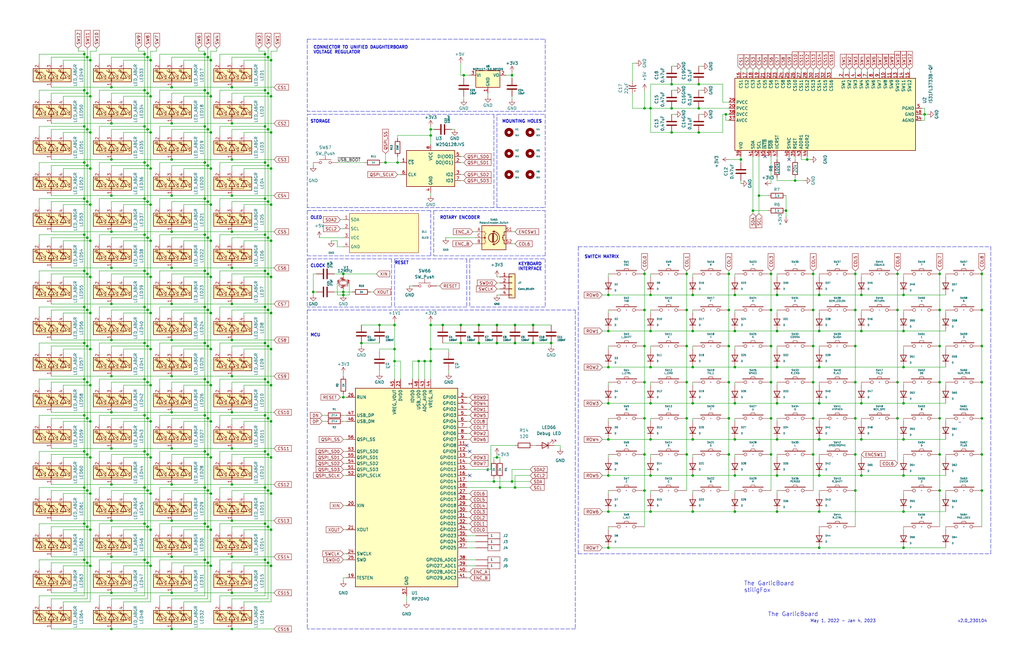
<source format=kicad_sch>
(kicad_sch (version 20211123) (generator eeschema)
  (paper "USLedger")
  (junction (at 166.37 152.4))
  (junction (at 87.63 85.09))
  (junction (at 97.79 36.83))
  (junction (at 325.12 161.29))
  (junction (at 342.9 115.57))
  (junction (at 331.47 88.9))
  (junction (at 111.76 83.82))
  (junction (at 345.44 154.94))
  (junction (at 325.12 130.81))
  (junction (at 378.46 176.53))
  (junction (at 345.44 124.46))
  (junction (at 63.5 193.04))
  (junction (at 72.39 204.47))
  (junction (at 63.5 55.88))
  (junction (at 283.21 45.72))
  (junction (at 60.96 160.02))
  (junction (at 414.02 207.01))
  (junction (at 132.08 123.19))
  (junction (at 38.1 132.08))
  (junction (at 114.3 86.36))
  (junction (at 114.3 238.76))
  (junction (at 271.78 191.77))
  (junction (at 35.56 144.78))
  (junction (at 274.32 154.94))
  (junction (at 256.54 170.18))
  (junction (at 137.16 -49.53))
  (junction (at 166.37 147.32))
  (junction (at 113.03 191.77))
  (junction (at 378.46 130.81))
  (junction (at 113.03 100.33))
  (junction (at 113.03 222.25))
  (junction (at 345.44 200.66))
  (junction (at 38.1 238.76))
  (junction (at 35.56 83.82))
  (junction (at 86.36 68.58))
  (junction (at 114.3 147.32))
  (junction (at 381 170.18))
  (junction (at 97.79 52.07))
  (junction (at 72.39 67.31))
  (junction (at 36.83 24.13))
  (junction (at 274.32 139.7))
  (junction (at 217.17 137.16))
  (junction (at 86.36 129.54))
  (junction (at 111.76 175.26))
  (junction (at 72.39 97.79))
  (junction (at 111.76 53.34))
  (junction (at 38.1 101.6))
  (junction (at 38.1 193.04))
  (junction (at 111.76 220.98))
  (junction (at 86.36 83.82))
  (junction (at 144.78 123.19))
  (junction (at 144.78 124.46))
  (junction (at 320.04 82.55))
  (junction (at 62.23 24.13))
  (junction (at 36.83 207.01))
  (junction (at 86.36 144.78))
  (junction (at 283.21 55.88))
  (junction (at 256.54 154.94))
  (junction (at 271.78 207.01))
  (junction (at 97.79 128.27))
  (junction (at 36.83 54.61))
  (junction (at 35.56 114.3))
  (junction (at 87.63 39.37))
  (junction (at 88.9 132.08))
  (junction (at 114.3 162.56))
  (junction (at 72.39 250.19))
  (junction (at 113.03 146.05))
  (junction (at 414.02 146.05))
  (junction (at 60.96 38.1))
  (junction (at 309.88 170.18))
  (junction (at 271.78 115.57))
  (junction (at 396.24 130.81))
  (junction (at 181.61 57.15))
  (junction (at 194.31 137.16))
  (junction (at 86.36 220.98))
  (junction (at 62.23 161.29))
  (junction (at 396.24 191.77))
  (junction (at 307.34 176.53))
  (junction (at 342.9 146.05))
  (junction (at 35.56 129.54))
  (junction (at 97.79 113.03))
  (junction (at 63.5 25.4))
  (junction (at 360.68 191.77))
  (junction (at 36.83 191.77))
  (junction (at 327.66 185.42))
  (junction (at 113.03 161.29))
  (junction (at 396.24 115.57))
  (junction (at 72.39 265.43))
  (junction (at 289.56 191.77))
  (junction (at 46.99 67.31))
  (junction (at 63.5 223.52))
  (junction (at 289.56 176.53))
  (junction (at 360.68 130.81))
  (junction (at 256.54 124.46))
  (junction (at 271.78 45.72))
  (junction (at 381 154.94))
  (junction (at 114.3 208.28))
  (junction (at 381 185.42))
  (junction (at 60.96 144.78))
  (junction (at 62.23 237.49))
  (junction (at 307.34 161.29))
  (junction (at 414.02 176.53))
  (junction (at 88.9 238.76))
  (junction (at 36.83 161.29))
  (junction (at 72.39 36.83))
  (junction (at 154.94 -41.91))
  (junction (at 87.63 237.49))
  (junction (at 292.1 215.9))
  (junction (at 307.34 146.05))
  (junction (at 86.36 53.34))
  (junction (at 87.63 222.25))
  (junction (at 63.5 177.8))
  (junction (at 181.61 152.4))
  (junction (at 111.76 22.86))
  (junction (at 114.3 223.52))
  (junction (at 208.28 203.2))
  (junction (at 309.88 185.42))
  (junction (at 97.79 189.23))
  (junction (at 381 124.46))
  (junction (at 86.36 175.26))
  (junction (at 111.76 236.22))
  (junction (at 38.1 116.84))
  (junction (at 327.66 139.7))
  (junction (at 38.1 40.64))
  (junction (at 292.1 124.46))
  (junction (at 396.24 146.05))
  (junction (at 194.31 144.78))
  (junction (at 63.5 101.6))
  (junction (at 87.63 176.53))
  (junction (at 360.68 146.05))
  (junction (at 46.99 189.23))
  (junction (at 342.9 176.53))
  (junction (at 217.17 205.74))
  (junction (at 113.03 130.81))
  (junction (at 72.39 234.95))
  (junction (at 87.63 69.85))
  (junction (at 113.03 115.57))
  (junction (at 60.96 175.26))
  (junction (at 389.89 48.26))
  (junction (at 335.28 76.2))
  (junction (at 88.9 208.28))
  (junction (at 38.1 55.88))
  (junction (at 111.76 68.58))
  (junction (at 271.78 130.81))
  (junction (at 381 200.66))
  (junction (at 195.58 31.75))
  (junction (at 274.32 215.9))
  (junction (at 62.23 130.81))
  (junction (at 46.99 234.95))
  (junction (at 111.76 129.54))
  (junction (at 46.99 52.07))
  (junction (at 167.64 68.58))
  (junction (at 160.02 137.16))
  (junction (at 289.56 130.81))
  (junction (at 113.03 85.09))
  (junction (at 62.23 85.09))
  (junction (at 38.1 86.36))
  (junction (at 35.56 220.98))
  (junction (at 60.96 236.22))
  (junction (at 111.76 144.78))
  (junction (at 396.24 176.53))
  (junction (at 63.5 132.08))
  (junction (at 327.66 200.66))
  (junction (at 179.07 152.4))
  (junction (at 86.36 38.1))
  (junction (at 72.39 113.03))
  (junction (at 36.83 176.53))
  (junction (at 60.96 83.82))
  (junction (at 363.22 185.42))
  (junction (at 274.32 170.18))
  (junction (at 97.79 82.55))
  (junction (at 345.44 231.14))
  (junction (at 154.94 -49.53))
  (junction (at 256.54 215.9))
  (junction (at 114.3 116.84))
  (junction (at 360.68 207.01))
  (junction (at 36.83 100.33))
  (junction (at 35.56 236.22))
  (junction (at 114.3 25.4))
  (junction (at 87.63 100.33))
  (junction (at 72.39 219.71))
  (junction (at 60.96 129.54))
  (junction (at 176.53 152.4))
  (junction (at 209.55 137.16))
  (junction (at 86.36 114.3))
  (junction (at 35.56 22.86))
  (junction (at 181.61 137.16))
  (junction (at 325.12 176.53))
  (junction (at 306.07 48.26))
  (junction (at 86.36 160.02))
  (junction (at 274.32 124.46))
  (junction (at 327.66 170.18))
  (junction (at 97.79 173.99))
  (junction (at 88.9 101.6))
  (junction (at 309.88 139.7))
  (junction (at 113.03 69.85))
  (junction (at 86.36 236.22))
  (junction (at 36.83 39.37))
  (junction (at 162.56 68.58))
  (junction (at 114.3 177.8))
  (junction (at 38.1 25.4))
  (junction (at 414.02 191.77))
  (junction (at 97.79 158.75))
  (junction (at 111.76 160.02))
  (junction (at 256.54 200.66))
  (junction (at 414.02 115.57))
  (junction (at 327.66 124.46))
  (junction (at 378.46 161.29))
  (junction (at 274.32 45.72))
  (junction (at 271.78 176.53))
  (junction (at 325.12 115.57))
  (junction (at 38.1 177.8))
  (junction (at 60.96 205.74))
  (junction (at 342.9 161.29))
  (junction (at 289.56 146.05))
  (junction (at 60.96 114.3))
  (junction (at 63.5 162.56))
  (junction (at 60.96 53.34))
  (junction (at 224.79 137.16))
  (junction (at 414.02 130.81))
  (junction (at 97.79 204.47))
  (junction (at 209.55 193.04))
  (junction (at 62.23 222.25))
  (junction (at 292.1 200.66))
  (junction (at 325.12 146.05))
  (junction (at 345.44 185.42))
  (junction (at 35.56 68.58))
  (junction (at 87.63 54.61))
  (junction (at 60.96 190.5))
  (junction (at 63.5 208.28))
  (junction (at 201.93 137.16))
  (junction (at 294.64 55.88))
  (junction (at 111.76 38.1))
  (junction (at 38.1 208.28))
  (junction (at 274.32 200.66))
  (junction (at 224.79 144.78))
  (junction (at 215.9 203.2))
  (junction (at 97.79 97.79))
  (junction (at 363.22 139.7))
  (junction (at 292.1 139.7))
  (junction (at 342.9 130.81))
  (junction (at 114.3 132.08))
  (junction (at 36.83 222.25))
  (junction (at 217.17 144.78))
  (junction (at 72.39 52.07))
  (junction (at 381 139.7))
  (junction (at 309.88 124.46))
  (junction (at 63.5 147.32))
  (junction (at 46.99 128.27))
  (junction (at 201.93 144.78))
  (junction (at 35.56 160.02))
  (junction (at 88.9 162.56))
  (junction (at 111.76 205.74))
  (junction (at 87.63 24.13))
  (junction (at 62.23 176.53))
  (junction (at 111.76 114.3))
  (junction (at 88.9 177.8))
  (junction (at 87.63 161.29))
  (junction (at 36.83 130.81))
  (junction (at 232.41 144.78))
  (junction (at 62.23 207.01))
  (junction (at 256.54 185.42))
  (junction (at 72.39 173.99))
  (junction (at 166.37 137.16))
  (junction (at 72.39 82.55))
  (junction (at 36.83 69.85))
  (junction (at 88.9 55.88))
  (junction (at 309.88 215.9))
  (junction (at 307.34 130.81))
  (junction (at 72.39 128.27))
  (junction (at 360.68 161.29))
  (junction (at 256.54 231.14))
  (junction (at 38.1 162.56))
  (junction (at 87.63 115.57))
  (junction (at 312.42 67.31))
  (junction (at 181.61 54.61))
  (junction (at 325.12 191.77))
  (junction (at 38.1 147.32))
  (junction (at 381 231.14))
  (junction (at 307.34 191.77))
  (junction (at 36.83 115.57))
  (junction (at 289.56 161.29))
  (junction (at 35.56 205.74))
  (junction (at 210.82 205.74))
  (junction (at 111.76 99.06))
  (junction (at 46.99 219.71))
  (junction (at 88.9 86.36))
  (junction (at 114.3 101.6))
  (junction (at 317.5 88.9))
  (junction (at 113.03 207.01))
  (junction (at 186.69 137.16))
  (junction (at 181.61 147.32))
  (junction (at 62.23 69.85))
  (junction (at 86.36 190.5))
  (junction (at 87.63 191.77))
  (junction (at 274.32 185.42))
  (junction (at 35.56 99.06))
  (junction (at 396.24 207.01))
  (junction (at 97.79 265.43))
  (junction (at 46.99 97.79))
  (junction (at 309.88 200.66))
  (junction (at 113.03 237.49))
  (junction (at 72.39 158.75))
  (junction (at 38.1 223.52))
  (junction (at 378.46 115.57))
  (junction (at 144.78 167.64))
  (junction (at 113.03 24.13))
  (junction (at 87.63 130.81))
  (junction (at 88.9 71.12))
  (junction (at 46.99 265.43))
  (junction (at 97.79 234.95))
  (junction (at 309.88 154.94))
  (junction (at 35.56 190.5))
  (junction (at 360.68 176.53))
  (junction (at 62.23 39.37))
  (junction (at 144.78 115.57))
  (junction (at 35.56 53.34))
  (junction (at 294.64 35.56))
  (junction (at 97.79 143.51))
  (junction (at 72.39 143.51))
  (junction (at 63.5 71.12))
  (junction (at 46.99 204.47))
  (junction (at 60.96 99.06))
  (junction (at 62.23 115.57))
  (junction (at 340.36 67.31))
  (junction (at 35.56 38.1))
  (junction (at 381 215.9))
  (junction (at 88.9 223.52))
  (junction (at 271.78 161.29))
  (junction (at 414.02 161.29))
  (junction (at 113.03 39.37))
  (junction (at 294.64 45.72))
  (junction (at 86.36 22.86))
  (junction (at 38.1 71.12))
  (junction (at 114.3 40.64))
  (junction (at 88.9 40.64))
  (junction (at 292.1 170.18))
  (junction (at 63.5 86.36))
  (junction (at 46.99 113.03))
  (junction (at 283.21 35.56))
  (junction (at 363.22 200.66))
  (junction (at 60.96 22.86))
  (junction (at 62.23 100.33))
  (junction (at 46.99 173.99))
  (junction (at 86.36 205.74))
  (junction (at 111.76 190.5))
  (junction (at 97.79 219.71))
  (junction (at 46.99 143.51))
  (junction (at 152.4 144.78))
  (junction (at 97.79 67.31))
  (junction (at 72.39 189.23))
  (junction (at 35.56 175.26))
  (junction (at 36.83 146.05))
  (junction (at 88.9 25.4))
  (junction (at 271.78 146.05))
  (junction (at 46.99 82.55))
  (junction (at 327.66 215.9))
  (junction (at 256.54 139.7))
  (junction (at 63.5 238.76))
  (junction (at 345.44 139.7))
  (junction (at 46.99 158.75))
  (junction (at 60.96 220.98))
  (junction (at 396.24 161.29))
  (junction (at 345.44 170.18))
  (junction (at 363.22 170.18))
  (junction (at 363.22 124.46))
  (junction (at 62.23 146.05))
  (junction (at 62.23 191.77))
  (junction (at 60.96 68.58))
  (junction (at 36.83 237.49))
  (junction (at 292.1 185.42))
  (junction (at 292.1 154.94))
  (junction (at 215.9 31.75))
  (junction (at 63.5 116.84))
  (junction (at 87.63 146.05))
  (junction (at 114.3 193.04))
  (junction (at 62.23 54.61))
  (junction (at 345.44 215.9))
  (junction (at 46.99 250.19))
  (junction (at 307.34 115.57))
  (junction (at 342.9 191.77))
  (junction (at 46.99 36.83))
  (junction (at 63.5 40.64))
  (junction (at 88.9 147.32))
  (junction (at 88.9 116.84))
  (junction (at 88.9 193.04))
  (junction (at 113.03 54.61))
  (junction (at 86.36 99.06))
  (junction (at 209.55 144.78))
  (junction (at 113.03 176.53))
  (junction (at 289.56 115.57))
  (junction (at 114.3 55.88))
  (junction (at 97.79 250.19))
  (junction (at 36.83 85.09))
  (junction (at 114.3 71.12))
  (junction (at 87.63 207.01))
  (junction (at 360.68 115.57))
  (junction (at 327.66 154.94))
  (no_connect (at 332.74 67.31))
  (no_connect (at 196.85 187.96))
  (no_connect (at 198.12 190.5))
  (no_connect (at 198.12 200.66))
  (no_connect (at 322.58 66.04))
  (wire (pts (xy 38.1 21.59) (xy 40.64 21.59)))
  (wire (pts (xy 92.71 72.39) (xy 92.71 68.58)))
  (wire (pts (xy 208.28 194.31) (xy 208.28 193.04)))
  (wire (pts (xy 111.76 160.02) (xy 111.76 144.78)))
  (wire (pts (xy 36.83 85.09) (xy 21.59 85.09)))
  (wire (pts (xy 363.22 130.81) (xy 363.22 132.08)))
  (wire (pts (xy 52.07 132.08) (xy 52.07 133.35)))
  (wire (pts (xy 196.85 182.88) (xy 198.12 182.88)))
  (wire (pts (xy 292.1 215.9) (xy 309.88 215.9)))
  (wire (pts (xy 102.87 254) (xy 114.3 254)))
  (wire (pts (xy 63.5 254) (xy 52.07 254)))
  (wire (pts (xy 35.56 205.74) (xy 35.56 220.98)))
  (wire (pts (xy 86.36 236.22) (xy 86.36 251.46)))
  (wire (pts (xy 396.24 115.57) (xy 396.24 130.81)))
  (wire (pts (xy 256.54 215.9) (xy 274.32 215.9)))
  (polyline (pts (xy 209.55 87.63) (xy 229.87 87.63)))
  (wire (pts (xy 60.96 83.82) (xy 41.91 83.82)))
  (wire (pts (xy 292.1 115.57) (xy 292.1 116.84)))
  (wire (pts (xy 92.71 163.83) (xy 92.71 160.02)))
  (wire (pts (xy 97.79 100.33) (xy 113.03 100.33)))
  (wire (pts (xy 35.56 68.58) (xy 16.51 68.58)))
  (wire (pts (xy 381 176.53) (xy 381 177.8)))
  (wire (pts (xy 38.1 55.88) (xy 38.1 71.12)))
  (wire (pts (xy 181.61 54.61) (xy 182.88 54.61)))
  (wire (pts (xy 62.23 146.05) (xy 62.23 161.29)))
  (wire (pts (xy 320.04 82.55) (xy 323.85 82.55)))
  (wire (pts (xy 46.99 176.53) (xy 46.99 179.07)))
  (wire (pts (xy 195.58 33.02) (xy 195.58 31.75)))
  (wire (pts (xy 332.74 67.31) (xy 332.74 66.04)))
  (wire (pts (xy 414.02 191.77) (xy 414.02 207.01)))
  (wire (pts (xy 88.9 223.52) (xy 77.47 223.52)))
  (wire (pts (xy 147.32 119.38) (xy 147.32 124.46)))
  (wire (pts (xy 92.71 57.15) (xy 92.71 53.34)))
  (wire (pts (xy 72.39 69.85) (xy 72.39 72.39)))
  (wire (pts (xy 115.57 67.31) (xy 97.79 67.31)))
  (polyline (pts (xy 165.1 109.22) (xy 165.1 129.54)))
  (wire (pts (xy 87.63 191.77) (xy 72.39 191.77)))
  (wire (pts (xy 194.31 66.04) (xy 195.58 66.04)))
  (wire (pts (xy 196.85 205.74) (xy 210.82 205.74)))
  (wire (pts (xy 381 130.81) (xy 381 132.08)))
  (wire (pts (xy 38.1 55.88) (xy 26.67 55.88)))
  (wire (pts (xy 196.85 190.5) (xy 198.12 190.5)))
  (wire (pts (xy 345.44 154.94) (xy 381 154.94)))
  (wire (pts (xy 46.99 113.03) (xy 21.59 113.03)))
  (polyline (pts (xy 242.57 130.81) (xy 242.57 265.43)))
  (wire (pts (xy 92.71 41.91) (xy 92.71 38.1)))
  (wire (pts (xy 160.02 147.32) (xy 166.37 147.32)))
  (wire (pts (xy 36.83 130.81) (xy 21.59 130.81)))
  (wire (pts (xy 87.63 130.81) (xy 87.63 146.05)))
  (wire (pts (xy 168.91 152.4) (xy 166.37 152.4)))
  (wire (pts (xy 317.5 90.17) (xy 317.5 88.9)))
  (wire (pts (xy 266.7 45.72) (xy 271.78 45.72)))
  (wire (pts (xy 88.9 40.64) (xy 77.47 40.64)))
  (wire (pts (xy 114.3 132.08) (xy 114.3 116.84)))
  (wire (pts (xy 102.87 132.08) (xy 114.3 132.08)))
  (wire (pts (xy 223.52 198.12) (xy 215.9 198.12)))
  (wire (pts (xy 154.94 -44.45) (xy 156.21 -44.45)))
  (wire (pts (xy 67.31 129.54) (xy 67.31 133.35)))
  (wire (pts (xy 389.89 48.26) (xy 391.16 48.26)))
  (wire (pts (xy 327.66 139.7) (xy 345.44 139.7)))
  (wire (pts (xy 144.78 157.48) (xy 144.78 158.75)))
  (wire (pts (xy 16.51 68.58) (xy 16.51 72.39)))
  (wire (pts (xy 320.04 30.48) (xy 320.04 29.21)))
  (wire (pts (xy 256.54 161.29) (xy 256.54 162.56)))
  (wire (pts (xy 38.1 86.36) (xy 26.67 86.36)))
  (wire (pts (xy 292.1 207.01) (xy 292.1 208.28)))
  (wire (pts (xy 144.78 115.57) (xy 144.78 116.84)))
  (wire (pts (xy 26.67 132.08) (xy 26.67 133.35)))
  (wire (pts (xy 113.03 115.57) (xy 113.03 100.33)))
  (wire (pts (xy 88.9 147.32) (xy 88.9 162.56)))
  (wire (pts (xy 86.36 53.34) (xy 67.31 53.34)))
  (wire (pts (xy 38.1 132.08) (xy 26.67 132.08)))
  (wire (pts (xy 62.23 191.77) (xy 62.23 207.01)))
  (wire (pts (xy 196.85 172.72) (xy 198.12 172.72)))
  (wire (pts (xy 381 207.01) (xy 381 208.28)))
  (wire (pts (xy 274.32 55.88) (xy 274.32 45.72)))
  (wire (pts (xy 271.78 207.01) (xy 271.78 222.25)))
  (wire (pts (xy 63.5 177.8) (xy 63.5 193.04)))
  (wire (pts (xy 256.54 207.01) (xy 256.54 208.28)))
  (wire (pts (xy 88.9 86.36) (xy 88.9 101.6)))
  (wire (pts (xy 72.39 237.49) (xy 72.39 240.03)))
  (wire (pts (xy 144.78 200.66) (xy 146.05 200.66)))
  (wire (pts (xy 77.47 208.28) (xy 77.47 209.55)))
  (wire (pts (xy 72.39 250.19) (xy 46.99 250.19)))
  (wire (pts (xy 331.47 88.9) (xy 331.47 82.55)))
  (wire (pts (xy 209.55 144.78) (xy 217.17 144.78)))
  (wire (pts (xy 72.39 39.37) (xy 72.39 41.91)))
  (wire (pts (xy 97.79 115.57) (xy 113.03 115.57)))
  (wire (pts (xy 166.37 137.16) (xy 166.37 147.32)))
  (wire (pts (xy 35.56 175.26) (xy 16.51 175.26)))
  (wire (pts (xy 38.1 208.28) (xy 26.67 208.28)))
  (wire (pts (xy 144.78 185.42) (xy 146.05 185.42)))
  (wire (pts (xy 21.59 85.09) (xy 21.59 87.63)))
  (wire (pts (xy 92.71 129.54) (xy 111.76 129.54)))
  (wire (pts (xy 60.96 53.34) (xy 60.96 68.58)))
  (wire (pts (xy 87.63 130.81) (xy 72.39 130.81)))
  (wire (pts (xy 271.78 176.53) (xy 271.78 191.77)))
  (wire (pts (xy 63.5 101.6) (xy 52.07 101.6)))
  (wire (pts (xy 16.51 129.54) (xy 16.51 133.35)))
  (wire (pts (xy 52.07 26.67) (xy 52.07 25.4)))
  (wire (pts (xy 195.58 31.75) (xy 198.12 31.75)))
  (wire (pts (xy 154.94 -49.53) (xy 156.21 -49.53)))
  (polyline (pts (xy 198.12 109.22) (xy 198.12 129.54)))
  (wire (pts (xy 41.91 175.26) (xy 41.91 179.07)))
  (wire (pts (xy 36.83 176.53) (xy 36.83 191.77)))
  (wire (pts (xy 115.57 250.19) (xy 97.79 250.19)))
  (wire (pts (xy 309.88 185.42) (xy 327.66 185.42)))
  (wire (pts (xy 132.08 123.19) (xy 132.08 124.46)))
  (wire (pts (xy 162.56 68.58) (xy 167.64 68.58)))
  (wire (pts (xy 256.54 130.81) (xy 256.54 132.08)))
  (wire (pts (xy 46.99 222.25) (xy 46.99 224.79)))
  (wire (pts (xy 97.79 163.83) (xy 97.79 161.29)))
  (wire (pts (xy 38.1 238.76) (xy 26.67 238.76)))
  (wire (pts (xy 256.54 115.57) (xy 256.54 116.84)))
  (wire (pts (xy 86.36 38.1) (xy 86.36 53.34)))
  (wire (pts (xy 363.22 200.66) (xy 381 200.66)))
  (wire (pts (xy 72.39 255.27) (xy 72.39 252.73)))
  (wire (pts (xy 143.51 96.52) (xy 144.78 96.52)))
  (wire (pts (xy 21.59 100.33) (xy 21.59 102.87)))
  (wire (pts (xy 77.47 40.64) (xy 77.47 41.91)))
  (wire (pts (xy 72.39 252.73) (xy 87.63 252.73)))
  (wire (pts (xy 87.63 54.61) (xy 72.39 54.61)))
  (wire (pts (xy 325.12 176.53) (xy 325.12 191.77)))
  (polyline (pts (xy 165.1 46.99) (xy 129.54 46.99)))
  (wire (pts (xy 67.31 236.22) (xy 67.31 240.03)))
  (wire (pts (xy 208.28 201.93) (xy 208.28 203.2)))
  (wire (pts (xy 36.83 207.01) (xy 21.59 207.01)))
  (wire (pts (xy 132.08 115.57) (xy 132.08 123.19)))
  (wire (pts (xy 97.79 191.77) (xy 113.03 191.77)))
  (wire (pts (xy 209.55 137.16) (xy 217.17 137.16)))
  (wire (pts (xy 266.7 26.67) (xy 267.97 26.67)))
  (wire (pts (xy 26.67 116.84) (xy 26.67 118.11)))
  (wire (pts (xy 309.88 154.94) (xy 327.66 154.94)))
  (wire (pts (xy 378.46 130.81) (xy 378.46 161.29)))
  (wire (pts (xy 35.56 99.06) (xy 16.51 99.06)))
  (wire (pts (xy 60.96 68.58) (xy 41.91 68.58)))
  (wire (pts (xy 38.1 147.32) (xy 26.67 147.32)))
  (wire (pts (xy 60.96 220.98) (xy 41.91 220.98)))
  (polyline (pts (xy 196.85 129.54) (xy 166.37 129.54)))
  (wire (pts (xy 67.31 83.82) (xy 67.31 87.63)))
  (wire (pts (xy 254 215.9) (xy 256.54 215.9)))
  (wire (pts (xy 41.91 114.3) (xy 41.91 118.11)))
  (wire (pts (xy 87.63 176.53) (xy 72.39 176.53)))
  (wire (pts (xy 72.39 158.75) (xy 46.99 158.75)))
  (wire (pts (xy 60.96 144.78) (xy 60.96 160.02)))
  (wire (pts (xy 46.99 219.71) (xy 21.59 219.71)))
  (wire (pts (xy 97.79 146.05) (xy 113.03 146.05)))
  (wire (pts (xy 378.46 161.29) (xy 378.46 176.53)))
  (wire (pts (xy 102.87 193.04) (xy 114.3 193.04)))
  (wire (pts (xy 207.01 187.96) (xy 217.17 187.96)))
  (wire (pts (xy 196.85 198.12) (xy 207.01 198.12)))
  (wire (pts (xy 312.42 30.48) (xy 312.42 29.21)))
  (wire (pts (xy 63.5 147.32) (xy 63.5 162.56)))
  (wire (pts (xy 35.56 53.34) (xy 16.51 53.34)))
  (wire (pts (xy 38.1 193.04) (xy 26.67 193.04)))
  (wire (pts (xy 46.99 207.01) (xy 46.99 209.55)))
  (wire (pts (xy 35.56 114.3) (xy 35.56 129.54)))
  (wire (pts (xy 111.76 21.59) (xy 111.76 22.86)))
  (wire (pts (xy 292.1 191.77) (xy 292.1 193.04)))
  (wire (pts (xy 115.57 158.75) (xy 97.79 158.75)))
  (wire (pts (xy 201.93 137.16) (xy 209.55 137.16)))
  (wire (pts (xy 360.68 29.21) (xy 360.68 30.48)))
  (wire (pts (xy 160.02 144.78) (xy 152.4 144.78)))
  (wire (pts (xy 345.44 130.81) (xy 345.44 132.08)))
  (wire (pts (xy 46.99 191.77) (xy 46.99 194.31)))
  (wire (pts (xy 72.39 113.03) (xy 46.99 113.03)))
  (wire (pts (xy 36.83 39.37) (xy 36.83 54.61)))
  (wire (pts (xy 274.32 215.9) (xy 292.1 215.9)))
  (wire (pts (xy 92.71 205.74) (xy 111.76 205.74)))
  (wire (pts (xy 283.21 38.1) (xy 284.48 38.1)))
  (wire (pts (xy 35.56 53.34) (xy 35.56 68.58)))
  (wire (pts (xy 342.9 161.29) (xy 342.9 176.53)))
  (wire (pts (xy 142.24 68.58) (xy 153.67 68.58)))
  (wire (pts (xy 102.87 209.55) (xy 102.87 208.28)))
  (wire (pts (xy 16.51 99.06) (xy 16.51 102.87)))
  (polyline (pts (xy 165.1 129.54) (xy 129.54 129.54)))
  (wire (pts (xy 201.93 144.78) (xy 209.55 144.78)))
  (wire (pts (xy 184.15 120.65) (xy 185.42 120.65)))
  (wire (pts (xy 196.85 241.3) (xy 198.12 241.3)))
  (wire (pts (xy 111.76 236.22) (xy 111.76 251.46)))
  (wire (pts (xy 102.87 71.12) (xy 114.3 71.12)))
  (wire (pts (xy 92.71 26.67) (xy 92.71 22.86)))
  (wire (pts (xy 306.07 48.26) (xy 307.34 48.26)))
  (wire (pts (xy 36.83 115.57) (xy 36.83 130.81)))
  (wire (pts (xy 350.52 30.48) (xy 350.52 29.21)))
  (wire (pts (xy 92.71 224.79) (xy 92.71 220.98)))
  (wire (pts (xy 307.34 130.81) (xy 307.34 146.05)))
  (wire (pts (xy 26.67 208.28) (xy 26.67 209.55)))
  (wire (pts (xy 87.63 100.33) (xy 87.63 115.57)))
  (wire (pts (xy 67.31 53.34) (xy 67.31 57.15)))
  (wire (pts (xy 77.47 193.04) (xy 77.47 194.31)))
  (wire (pts (xy 88.9 193.04) (xy 88.9 208.28)))
  (wire (pts (xy 274.32 130.81) (xy 274.32 132.08)))
  (wire (pts (xy 115.57 36.83) (xy 97.79 36.83)))
  (wire (pts (xy 72.39 265.43) (xy 46.99 265.43)))
  (wire (pts (xy 35.56 83.82) (xy 35.56 99.06)))
  (wire (pts (xy 60.96 175.26) (xy 41.91 175.26)))
  (wire (pts (xy 87.63 85.09) (xy 72.39 85.09)))
  (wire (pts (xy 97.79 87.63) (xy 97.79 85.09)))
  (wire (pts (xy 102.87 240.03) (xy 102.87 238.76)))
  (wire (pts (xy 60.96 175.26) (xy 60.96 190.5)))
  (wire (pts (xy 63.5 55.88) (xy 63.5 71.12)))
  (wire (pts (xy 92.71 102.87) (xy 92.71 99.06)))
  (wire (pts (xy 72.39 234.95) (xy 46.99 234.95)))
  (wire (pts (xy 97.79 250.19) (xy 72.39 250.19)))
  (wire (pts (xy 271.78 191.77) (xy 271.78 207.01)))
  (wire (pts (xy 38.1 25.4) (xy 38.1 40.64)))
  (wire (pts (xy 115.57 82.55) (xy 97.79 82.55)))
  (wire (pts (xy 304.8 48.26) (xy 306.07 48.26)))
  (wire (pts (xy 144.78 166.37) (xy 144.78 167.64)))
  (wire (pts (xy 97.79 102.87) (xy 97.79 100.33)))
  (wire (pts (xy 92.71 114.3) (xy 111.76 114.3)))
  (wire (pts (xy 196.85 231.14) (xy 200.66 231.14)))
  (wire (pts (xy 63.5 55.88) (xy 52.07 55.88)))
  (wire (pts (xy 114.3 25.4) (xy 114.3 40.64)))
  (wire (pts (xy 67.31 160.02) (xy 67.31 163.83)))
  (wire (pts (xy 26.67 147.32) (xy 26.67 148.59)))
  (wire (pts (xy 144.78 233.68) (xy 146.05 233.68)))
  (wire (pts (xy 86.36 99.06) (xy 67.31 99.06)))
  (wire (pts (xy 271.78 114.3) (xy 271.78 115.57)))
  (wire (pts (xy 46.99 252.73) (xy 62.23 252.73)))
  (wire (pts (xy 35.56 38.1) (xy 35.56 53.34)))
  (polyline (pts (xy 243.84 104.14) (xy 243.84 233.68)))
  (wire (pts (xy 317.5 30.48) (xy 317.5 29.21)))
  (polyline (pts (xy 229.87 48.26) (xy 229.87 87.63)))
  (wire (pts (xy 167.64 57.15) (xy 167.64 58.42)))
  (wire (pts (xy 97.79 255.27) (xy 97.79 252.73)))
  (wire (pts (xy 292.1 170.18) (xy 309.88 170.18)))
  (polyline (pts (xy 129.54 107.95) (xy 181.61 107.95)))
  (wire (pts (xy 16.51 114.3) (xy 16.51 118.11)))
  (wire (pts (xy 86.36 175.26) (xy 86.36 190.5)))
  (wire (pts (xy 217.17 97.79) (xy 215.9 97.79)))
  (wire (pts (xy 388.62 48.26) (xy 389.89 48.26)))
  (wire (pts (xy 256.54 124.46) (xy 274.32 124.46)))
  (wire (pts (xy 88.9 25.4) (xy 77.47 25.4)))
  (wire (pts (xy 86.36 129.54) (xy 67.31 129.54)))
  (wire (pts (xy 77.47 101.6) (xy 77.47 102.87)))
  (wire (pts (xy 60.96 236.22) (xy 41.91 236.22)))
  (wire (pts (xy 60.96 205.74) (xy 41.91 205.74)))
  (wire (pts (xy 63.5 40.64) (xy 63.5 55.88)))
  (wire (pts (xy 36.83 237.49) (xy 21.59 237.49)))
  (wire (pts (xy 36.83 237.49) (xy 36.83 252.73)))
  (wire (pts (xy 360.68 161.29) (xy 360.68 176.53)))
  (wire (pts (xy 254 231.14) (xy 256.54 231.14)))
  (wire (pts (xy 274.32 35.56) (xy 283.21 35.56)))
  (wire (pts (xy 46.99 146.05) (xy 46.99 148.59)))
  (wire (pts (xy 46.99 67.31) (xy 21.59 67.31)))
  (polyline (pts (xy 129.54 130.81) (xy 242.57 130.81)))
  (wire (pts (xy 97.79 143.51) (xy 72.39 143.51)))
  (wire (pts (xy 77.47 116.84) (xy 77.47 118.11)))
  (wire (pts (xy 88.9 55.88) (xy 77.47 55.88)))
  (wire (pts (xy 309.88 170.18) (xy 327.66 170.18)))
  (wire (pts (xy 77.47 25.4) (xy 77.47 26.67)))
  (wire (pts (xy 113.03 100.33) (xy 113.03 85.09)))
  (wire (pts (xy 62.23 100.33) (xy 62.23 115.57)))
  (polyline (pts (xy 243.84 104.14) (xy 417.83 104.14)))
  (wire (pts (xy 88.9 71.12) (xy 88.9 86.36)))
  (wire (pts (xy 16.51 220.98) (xy 16.51 224.79)))
  (wire (pts (xy 111.76 114.3) (xy 111.76 99.06)))
  (wire (pts (xy 360.68 115.57) (xy 360.68 130.81)))
  (wire (pts (xy 97.79 113.03) (xy 72.39 113.03)))
  (wire (pts (xy 215.9 41.91) (xy 215.9 40.64)))
  (polyline (pts (xy 242.57 265.43) (xy 129.54 265.43)))
  (wire (pts (xy 35.56 220.98) (xy 16.51 220.98)))
  (wire (pts (xy 41.91 99.06) (xy 41.91 102.87)))
  (wire (pts (xy 142.24 119.38) (xy 142.24 124.46)))
  (wire (pts (xy 254 154.94) (xy 256.54 154.94)))
  (wire (pts (xy 35.56 160.02) (xy 35.56 175.26)))
  (wire (pts (xy 46.99 255.27) (xy 46.99 252.73)))
  (wire (pts (xy 77.47 255.27) (xy 77.47 254)))
  (wire (pts (xy 309.88 215.9) (xy 327.66 215.9)))
  (wire (pts (xy 266.7 45.72) (xy 266.7 39.37)))
  (polyline (pts (xy 129.54 109.22) (xy 129.54 129.54)))
  (wire (pts (xy 322.58 30.48) (xy 322.58 29.21)))
  (wire (pts (xy 181.61 147.32) (xy 189.23 147.32)))
  (wire (pts (xy 102.87 208.28) (xy 114.3 208.28)))
  (wire (pts (xy 87.63 146.05) (xy 72.39 146.05)))
  (wire (pts (xy 309.88 191.77) (xy 309.88 193.04)))
  (wire (pts (xy 16.51 251.46) (xy 35.56 251.46)))
  (wire (pts (xy 97.79 36.83) (xy 72.39 36.83)))
  (wire (pts (xy 62.23 146.05) (xy 46.99 146.05)))
  (wire (pts (xy 360.68 130.81) (xy 360.68 146.05)))
  (wire (pts (xy 256.54 191.77) (xy 256.54 193.04)))
  (wire (pts (xy 337.82 30.48) (xy 337.82 29.21)))
  (wire (pts (xy 266.7 34.29) (xy 266.7 26.67)))
  (wire (pts (xy 414.02 207.01) (xy 414.02 222.25)))
  (wire (pts (xy 388.62 50.8) (xy 389.89 50.8)))
  (wire (pts (xy 102.87 238.76) (xy 114.3 238.76)))
  (wire (pts (xy 337.82 67.31) (xy 340.36 67.31)))
  (wire (pts (xy 383.54 29.21) (xy 383.54 30.48)))
  (wire (pts (xy 345.44 170.18) (xy 363.22 170.18)))
  (wire (pts (xy 274.32 176.53) (xy 274.32 177.8)))
  (wire (pts (xy 16.51 53.34) (xy 16.51 57.15)))
  (wire (pts (xy 111.76 220.98) (xy 111.76 236.22)))
  (wire (pts (xy 306.07 50.8) (xy 307.34 50.8)))
  (wire (pts (xy 88.9 21.59) (xy 88.9 25.4)))
  (wire (pts (xy 325.12 30.48) (xy 325.12 29.21)))
  (wire (pts (xy 327.66 200.66) (xy 345.44 200.66)))
  (wire (pts (xy 46.99 36.83) (xy 21.59 36.83)))
  (wire (pts (xy 181.61 54.61) (xy 181.61 53.34)))
  (wire (pts (xy 26.67 40.64) (xy 26.67 41.91)))
  (wire (pts (xy 97.79 148.59) (xy 97.79 146.05)))
  (polyline (pts (xy 166.37 109.22) (xy 196.85 109.22)))
  (wire (pts (xy 115.57 204.47) (xy 97.79 204.47)))
  (wire (pts (xy 88.9 132.08) (xy 88.9 147.32)))
  (wire (pts (xy 38.1 71.12) (xy 26.67 71.12)))
  (wire (pts (xy 414.02 146.05) (xy 414.02 161.29)))
  (wire (pts (xy 97.79 72.39) (xy 97.79 69.85)))
  (wire (pts (xy 342.9 114.3) (xy 342.9 115.57)))
  (wire (pts (xy 335.28 67.31) (xy 335.28 66.04)))
  (wire (pts (xy 21.59 161.29) (xy 21.59 163.83)))
  (wire (pts (xy 87.63 39.37) (xy 72.39 39.37)))
  (wire (pts (xy 72.39 85.09) (xy 72.39 87.63)))
  (wire (pts (xy 35.56 190.5) (xy 16.51 190.5)))
  (wire (pts (xy 102.87 163.83) (xy 102.87 162.56)))
  (wire (pts (xy 181.61 147.32) (xy 181.61 152.4)))
  (wire (pts (xy 46.99 204.47) (xy 21.59 204.47)))
  (wire (pts (xy 294.64 27.94) (xy 295.91 27.94)))
  (wire (pts (xy 274.32 124.46) (xy 292.1 124.46)))
  (wire (pts (xy 38.1 101.6) (xy 38.1 116.84)))
  (wire (pts (xy 97.79 69.85) (xy 113.03 69.85)))
  (wire (pts (xy 375.92 29.21) (xy 375.92 30.48)))
  (wire (pts (xy 102.87 162.56) (xy 114.3 162.56)))
  (wire (pts (xy 72.39 143.51) (xy 46.99 143.51)))
  (wire (pts (xy 144.78 195.58) (xy 146.05 195.58)))
  (wire (pts (xy 62.23 100.33) (xy 46.99 100.33)))
  (wire (pts (xy 63.5 21.59) (xy 63.5 25.4)))
  (wire (pts (xy 26.67 223.52) (xy 26.67 224.79)))
  (wire (pts (xy 389.89 45.72) (xy 388.62 45.72)))
  (wire (pts (xy 97.79 189.23) (xy 72.39 189.23)))
  (wire (pts (xy 210.82 205.74) (xy 217.17 205.74)))
  (wire (pts (xy 41.91 220.98) (xy 41.91 224.79)))
  (wire (pts (xy 67.31 68.58) (xy 67.31 72.39)))
  (wire (pts (xy 307.34 114.3) (xy 307.34 115.57)))
  (wire (pts (xy 60.96 53.34) (xy 41.91 53.34)))
  (wire (pts (xy 111.76 99.06) (xy 111.76 83.82)))
  (wire (pts (xy 63.5 177.8) (xy 52.07 177.8)))
  (wire (pts (xy 312.42 68.58) (xy 312.42 67.31)))
  (wire (pts (xy 92.71 53.34) (xy 111.76 53.34)))
  (wire (pts (xy 381 124.46) (xy 398.78 124.46)))
  (wire (pts (xy 46.99 85.09) (xy 46.99 87.63)))
  (wire (pts (xy 26.67 177.8) (xy 26.67 179.07)))
  (wire (pts (xy 60.96 129.54) (xy 41.91 129.54)))
  (wire (pts (xy 113.03 191.77) (xy 113.03 176.53)))
  (wire (pts (xy 16.51 190.5) (xy 16.51 194.31)))
  (polyline (pts (xy 417.83 233.68) (xy 417.83 104.14)))
  (wire (pts (xy 381 115.57) (xy 381 116.84)))
  (wire (pts (xy 36.83 146.05) (xy 36.83 161.29)))
  (wire (pts (xy 62.23 85.09) (xy 62.23 100.33)))
  (wire (pts (xy 102.87 255.27) (xy 102.87 254)))
  (wire (pts (xy 97.79 207.01) (xy 113.03 207.01)))
  (wire (pts (xy 363.22 124.46) (xy 381 124.46)))
  (wire (pts (xy 345.44 176.53) (xy 345.44 177.8)))
  (wire (pts (xy 60.96 83.82) (xy 60.96 99.06)))
  (wire (pts (xy 72.39 24.13) (xy 72.39 26.67)))
  (wire (pts (xy 217.17 144.78) (xy 224.79 144.78)))
  (wire (pts (xy 60.96 21.59) (xy 58.42 21.59)))
  (wire (pts (xy 154.94 -41.91) (xy 156.21 -41.91)))
  (wire (pts (xy 86.36 38.1) (xy 67.31 38.1)))
  (wire (pts (xy 46.99 234.95) (xy 21.59 234.95)))
  (wire (pts (xy 127 -41.91) (xy 127 -31.75)))
  (wire (pts (xy 92.71 22.86) (xy 111.76 22.86)))
  (wire (pts (xy 35.56 236.22) (xy 16.51 236.22)))
  (wire (pts (xy 21.59 54.61) (xy 21.59 57.15)))
  (wire (pts (xy 194.31 26.67) (xy 194.31 31.75)))
  (wire (pts (xy 46.99 39.37) (xy 46.99 41.91)))
  (wire (pts (xy 292.1 124.46) (xy 309.88 124.46)))
  (polyline (pts (xy 182.88 88.9) (xy 182.88 107.95)))
  (wire (pts (xy 194.31 144.78) (xy 201.93 144.78)))
  (wire (pts (xy 114.3 162.56) (xy 114.3 147.32)))
  (wire (pts (xy 309.88 130.81) (xy 309.88 132.08)))
  (wire (pts (xy 271.78 115.57) (xy 271.78 130.81)))
  (wire (pts (xy 88.9 147.32) (xy 77.47 147.32)))
  (wire (pts (xy 283.21 48.26) (xy 284.48 48.26)))
  (wire (pts (xy 181.61 57.15) (xy 181.61 60.96)))
  (wire (pts (xy 26.67 162.56) (xy 26.67 163.83)))
  (wire (pts (xy 196.85 177.8) (xy 198.12 177.8)))
  (wire (pts (xy 360.68 191.77) (xy 360.68 207.01)))
  (wire (pts (xy 46.99 189.23) (xy 21.59 189.23)))
  (wire (pts (xy 196.85 226.06) (xy 200.66 226.06)))
  (wire (pts (xy 223.52 200.66) (xy 217.17 200.66)))
  (wire (pts (xy 92.71 240.03) (xy 92.71 236.22)))
  (wire (pts (xy 77.47 147.32) (xy 77.47 148.59)))
  (wire (pts (xy 196.85 238.76) (xy 200.66 238.76)))
  (wire (pts (xy 86.36 68.58) (xy 67.31 68.58)))
  (polyline (pts (xy 129.54 87.63) (xy 129.54 48.26)))
  (wire (pts (xy 292.1 146.05) (xy 292.1 147.32)))
  (polyline (pts (xy 165.1 46.99) (xy 229.87 46.99)))
  (wire (pts (xy 60.96 190.5) (xy 60.96 205.74)))
  (wire (pts (xy 194.31 137.16) (xy 201.93 137.16)))
  (wire (pts (xy 38.1 162.56) (xy 38.1 177.8)))
  (wire (pts (xy 87.63 207.01) (xy 72.39 207.01)))
  (wire (pts (xy 97.79 161.29) (xy 113.03 161.29)))
  (wire (pts (xy 97.79 222.25) (xy 113.03 222.25)))
  (wire (pts (xy 63.5 208.28) (xy 52.07 208.28)))
  (wire (pts (xy 46.99 158.75) (xy 21.59 158.75)))
  (wire (pts (xy 143.51 167.64) (xy 144.78 167.64)))
  (wire (pts (xy 88.9 101.6) (xy 88.9 116.84)))
  (wire (pts (xy 35.56 99.06) (xy 35.56 114.3)))
  (wire (pts (xy 327.66 161.29) (xy 327.66 162.56)))
  (wire (pts (xy 274.32 115.57) (xy 274.32 116.84)))
  (wire (pts (xy 292.1 200.66) (xy 309.88 200.66)))
  (wire (pts (xy 62.23 130.81) (xy 62.23 146.05)))
  (wire (pts (xy 254 185.42) (xy 256.54 185.42)))
  (wire (pts (xy 254 139.7) (xy 256.54 139.7)))
  (wire (pts (xy 114.3 21.59) (xy 114.3 25.4)))
  (wire (pts (xy 52.07 71.12) (xy 52.07 72.39)))
  (wire (pts (xy 111.76 175.26) (xy 111.76 160.02)))
  (wire (pts (xy 92.71 255.27) (xy 92.71 251.46)))
  (wire (pts (xy 396.24 207.01) (xy 396.24 222.25)))
  (wire (pts (xy 88.9 208.28) (xy 88.9 223.52)))
  (wire (pts (xy 294.64 38.1) (xy 295.91 38.1)))
  (wire (pts (xy 52.07 55.88) (xy 52.07 57.15)))
  (wire (pts (xy 113.03 69.85) (xy 113.03 54.61)))
  (wire (pts (xy 187.96 100.33) (xy 200.66 100.33)))
  (wire (pts (xy 345.44 200.66) (xy 363.22 200.66)))
  (wire (pts (xy 114.3 21.59) (xy 116.84 21.59)))
  (wire (pts (xy 52.07 40.64) (xy 52.07 41.91)))
  (wire (pts (xy 114.3 55.88) (xy 114.3 40.64)))
  (wire (pts (xy 132.08 68.58) (xy 132.08 69.85)))
  (wire (pts (xy 97.79 52.07) (xy 72.39 52.07)))
  (wire (pts (xy 398.78 130.81) (xy 398.78 132.08)))
  (wire (pts (xy 38.1 208.28) (xy 38.1 223.52)))
  (wire (pts (xy 87.63 20.32) (xy 87.63 24.13)))
  (wire (pts (xy 345.44 146.05) (xy 345.44 147.32)))
  (wire (pts (xy 97.79 237.49) (xy 113.03 237.49)))
  (wire (pts (xy 208.28 203.2) (xy 215.9 203.2)))
  (wire (pts (xy 160.02 137.16) (xy 152.4 137.16)))
  (wire (pts (xy 109.22 20.32) (xy 109.22 21.59)))
  (wire (pts (xy 381 231.14) (xy 398.78 231.14)))
  (wire (pts (xy 196.85 203.2) (xy 208.28 203.2)))
  (wire (pts (xy 378.46 114.3) (xy 378.46 115.57)))
  (wire (pts (xy 60.96 22.86) (xy 60.96 38.1)))
  (wire (pts (xy 97.79 204.47) (xy 72.39 204.47)))
  (wire (pts (xy 60.96 129.54) (xy 60.96 144.78)))
  (wire (pts (xy 21.59 24.13) (xy 21.59 26.67)))
  (wire (pts (xy 381 170.18) (xy 398.78 170.18)))
  (wire (pts (xy 236.22 187.96) (xy 236.22 189.23)))
  (polyline (pts (xy 182.88 88.9) (xy 229.87 88.9)))
  (wire (pts (xy 256.54 146.05) (xy 256.54 147.32)))
  (wire (pts (xy 97.79 209.55) (xy 97.79 207.01)))
  (wire (pts (xy 378.46 29.21) (xy 378.46 30.48)))
  (wire (pts (xy 304.8 48.26) (xy 304.8 55.88)))
  (wire (pts (xy 38.1 116.84) (xy 26.67 116.84)))
  (wire (pts (xy 168.91 160.02) (xy 168.91 152.4)))
  (wire (pts (xy 196.85 195.58) (xy 198.12 195.58)))
  (wire (pts (xy 67.31 255.27) (xy 67.31 251.46)))
  (wire (pts (xy 60.96 99.06) (xy 60.96 114.3)))
  (wire (pts (xy 414.02 115.57) (xy 414.02 130.81)))
  (wire (pts (xy 307.34 115.57) (xy 307.34 130.81)))
  (wire (pts (xy 38.1 40.64) (xy 26.67 40.64)))
  (wire (pts (xy 87.63 161.29) (xy 72.39 161.29)))
  (wire (pts (xy 63.5 238.76) (xy 63.5 254)))
  (wire (pts (xy 381 222.25) (xy 381 223.52)))
  (wire (pts (xy 97.79 85.09) (xy 113.03 85.09)))
  (wire (pts (xy 92.71 144.78) (xy 111.76 144.78)))
  (wire (pts (xy 312.42 77.47) (xy 312.42 76.2)))
  (wire (pts (xy 38.1 25.4) (xy 26.67 25.4)))
  (wire (pts (xy 309.88 207.01) (xy 309.88 208.28)))
  (wire (pts (xy 86.36 144.78) (xy 86.36 160.02)))
  (wire (pts (xy 87.63 161.29) (xy 87.63 176.53)))
  (wire (pts (xy 113.03 146.05) (xy 113.03 130.81)))
  (polyline (pts (xy 209.55 87.63) (xy 209.55 48.26)))
  (wire (pts (xy 157.48 -21.59) (xy 157.48 -25.4)))
  (wire (pts (xy 292.1 139.7) (xy 309.88 139.7)))
  (wire (pts (xy 77.47 132.08) (xy 77.47 133.35)))
  (polyline (pts (xy 198.12 109.22) (xy 229.87 109.22)))
  (wire (pts (xy 363.22 185.42) (xy 381 185.42)))
  (wire (pts (xy 88.9 116.84) (xy 77.47 116.84)))
  (wire (pts (xy 97.79 234.95) (xy 72.39 234.95)))
  (wire (pts (xy 111.76 21.59) (xy 109.22 21.59)))
  (wire (pts (xy 46.99 100.33) (xy 46.99 102.87)))
  (wire (pts (xy 208.28 193.04) (xy 209.55 193.04)))
  (wire (pts (xy 144.78 175.26) (xy 146.05 175.26)))
  (wire (pts (xy 97.79 118.11) (xy 97.79 115.57)))
  (wire (pts (xy 38.1 193.04) (xy 38.1 208.28)))
  (wire (pts (xy 363.22 170.18) (xy 381 170.18)))
  (wire (pts (xy 114.3 116.84) (xy 114.3 101.6)))
  (wire (pts (xy 224.79 187.96) (xy 226.06 187.96)))
  (wire (pts (xy 72.39 219.71) (xy 46.99 219.71)))
  (wire (pts (xy 196.85 215.9) (xy 198.12 215.9)))
  (wire (pts (xy 87.63 100.33) (xy 72.39 100.33)))
  (wire (pts (xy 16.51 83.82) (xy 16.51 87.63)))
  (wire (pts (xy 86.36 21.59) (xy 86.36 22.86)))
  (wire (pts (xy 63.5 25.4) (xy 63.5 40.64)))
  (wire (pts (xy 196.85 220.98) (xy 198.12 220.98)))
  (wire (pts (xy 87.63 115.57) (xy 87.63 130.81)))
  (wire (pts (xy 26.67 25.4) (xy 26.67 26.67)))
  (wire (pts (xy 152.4 144.78) (xy 152.4 146.05)))
  (wire (pts (xy 36.83 222.25) (xy 36.83 237.49)))
  (wire (pts (xy 87.63 69.85) (xy 87.63 85.09)))
  (wire (pts (xy 46.99 115.57) (xy 46.99 118.11)))
  (wire (pts (xy 36.83 207.01) (xy 36.83 222.25)))
  (wire (pts (xy 144.78 213.36) (xy 146.05 213.36)))
  (wire (pts (xy 304.8 43.18) (xy 307.34 43.18)))
  (wire (pts (xy 36.83 115.57) (xy 21.59 115.57)))
  (wire (pts (xy 21.59 191.77) (xy 21.59 194.31)))
  (wire (pts (xy 60.96 236.22) (xy 60.96 251.46)))
  (wire (pts (xy 46.99 82.55) (xy 21.59 82.55)))
  (wire (pts (xy 199.39 97.79) (xy 200.66 97.79)))
  (wire (pts (xy 97.79 82.55) (xy 72.39 82.55)))
  (wire (pts (xy 307.34 146.05) (xy 307.34 161.29)))
  (wire (pts (xy 72.39 128.27) (xy 46.99 128.27)))
  (wire (pts (xy 381 139.7) (xy 398.78 139.7)))
  (wire (pts (xy 97.79 194.31) (xy 97.79 191.77)))
  (wire (pts (xy 414.02 161.29) (xy 414.02 176.53)))
  (wire (pts (xy 381 29.21) (xy 381 30.48)))
  (wire (pts (xy 140.97 123.19) (xy 144.78 123.19)))
  (wire (pts (xy 21.59 130.81) (xy 21.59 133.35)))
  (wire (pts (xy 97.79 133.35) (xy 97.79 130.81)))
  (wire (pts (xy 102.87 55.88) (xy 114.3 55.88)))
  (wire (pts (xy 88.9 177.8) (xy 77.47 177.8)))
  (wire (pts (xy 381 215.9) (xy 398.78 215.9)))
  (wire (pts (xy 335.28 30.48) (xy 335.28 29.21)))
  (wire (pts (xy 342.9 176.53) (xy 342.9 191.77)))
  (wire (pts (xy 87.63 24.13) (xy 72.39 24.13)))
  (wire (pts (xy 398.78 191.77) (xy 398.78 193.04)))
  (wire (pts (xy 161.29 -36.83) (xy 168.91 -36.83)))
  (wire (pts (xy 256.54 154.94) (xy 274.32 154.94)))
  (wire (pts (xy 33.02 20.32) (xy 33.02 21.59)))
  (wire (pts (xy 86.36 205.74) (xy 86.36 220.98)))
  (wire (pts (xy 97.79 128.27) (xy 72.39 128.27)))
  (wire (pts (xy 87.63 191.77) (xy 87.63 207.01)))
  (wire (pts (xy 327.66 130.81) (xy 327.66 132.08)))
  (wire (pts (xy 115.57 97.79) (xy 97.79 97.79)))
  (wire (pts (xy 254 200.66) (xy 256.54 200.66)))
  (wire (pts (xy 179.07 152.4) (xy 176.53 152.4)))
  (wire (pts (xy 60.96 220.98) (xy 60.96 236.22)))
  (wire (pts (xy 36.83 146.05) (xy 21.59 146.05)))
  (wire (pts (xy 113.03 161.29) (xy 113.03 146.05)))
  (wire (pts (xy 115.57 113.03) (xy 97.79 113.03)))
  (wire (pts (xy 340.36 67.31) (xy 341.63 67.31)))
  (wire (pts (xy 327.66 154.94) (xy 345.44 154.94)))
  (wire (pts (xy 342.9 130.81) (xy 342.9 146.05)))
  (wire (pts (xy 207.01 198.12) (xy 207.01 187.96)))
  (wire (pts (xy 36.83 191.77) (xy 36.83 207.01)))
  (wire (pts (xy 365.76 29.21) (xy 365.76 30.48)))
  (wire (pts (xy 41.91 160.02) (xy 41.91 163.83)))
  (wire (pts (xy 102.87 101.6) (xy 114.3 101.6)))
  (wire (pts (xy 363.22 139.7) (xy 381 139.7)))
  (wire (pts (xy 115.57 52.07) (xy 97.79 52.07)))
  (wire (pts (xy 88.9 193.04) (xy 77.47 193.04)))
  (wire (pts (xy 196.85 170.18) (xy 198.12 170.18)))
  (wire (pts (xy 135.89 175.26) (xy 137.16 175.26)))
  (wire (pts (xy 194.31 31.75) (xy 195.58 31.75)))
  (wire (pts (xy 41.91 53.34) (xy 41.91 57.15)))
  (wire (pts (xy 381 154.94) (xy 398.78 154.94)))
  (wire (pts (xy 327.66 207.01) (xy 327.66 208.28)))
  (wire (pts (xy 63.5 162.56) (xy 63.5 177.8)))
  (wire (pts (xy 137.16 -49.53) (xy 137.16 -36.83)))
  (wire (pts (xy 35.56 220.98) (xy 35.56 236.22)))
  (wire (pts (xy 140.97 115.57) (xy 144.78 115.57)))
  (wire (pts (xy 38.1 177.8) (xy 38.1 193.04)))
  (wire (pts (xy 144.78 124.46) (xy 147.32 124.46)))
  (wire (pts (xy 414.02 176.53) (xy 414.02 191.77)))
  (wire (pts (xy 88.9 86.36) (xy 77.47 86.36)))
  (wire (pts (xy 97.79 41.91) (xy 97.79 39.37)))
  (wire (pts (xy 256.54 139.7) (xy 274.32 139.7)))
  (wire (pts (xy 274.32 200.66) (xy 292.1 200.66)))
  (wire (pts (xy 16.51 236.22) (xy 16.51 240.03)))
  (wire (pts (xy 35.56 190.5) (xy 35.56 205.74)))
  (wire (pts (xy 97.79 252.73) (xy 113.03 252.73)))
  (wire (pts (xy 92.71 190.5) (xy 111.76 190.5)))
  (wire (pts (xy 92.71 133.35) (xy 92.71 129.54)))
  (wire (pts (xy 325.12 191.77) (xy 325.12 207.01)))
  (wire (pts (xy 38.1 147.32) (xy 38.1 162.56)))
  (polyline (pts (xy 129.54 130.81) (xy 129.54 265.43)))
  (wire (pts (xy 102.87 133.35) (xy 102.87 132.08)))
  (wire (pts (xy 171.45 251.46) (xy 171.45 254)))
  (wire (pts (xy 62.23 115.57) (xy 62.23 130.81)))
  (wire (pts (xy 72.39 130.81) (xy 72.39 133.35)))
  (wire (pts (xy 144.78 243.84) (xy 144.78 245.11)))
  (wire (pts (xy 35.56 129.54) (xy 35.56 144.78)))
  (wire (pts (xy 88.9 21.59) (xy 91.44 21.59)))
  (wire (pts (xy 137.16 -49.53) (xy 154.94 -49.53)))
  (wire (pts (xy 154.94 -52.07) (xy 154.94 -49.53)))
  (wire (pts (xy 396.24 130.81) (xy 396.24 146.05)))
  (wire (pts (xy 147.32 -41.91) (xy 154.94 -41.91)))
  (wire (pts (xy 72.39 207.01) (xy 72.39 209.55)))
  (wire (pts (xy 114.3 223.52) (xy 114.3 208.28)))
  (wire (pts (xy 274.32 207.01) (xy 274.32 208.28)))
  (wire (pts (xy 142.24 101.6) (xy 139.7 101.6)))
  (wire (pts (xy 36.83 24.13) (xy 36.83 39.37)))
  (wire (pts (xy 256.54 200.66) (xy 274.32 200.66)))
  (wire (pts (xy 111.76 68.58) (xy 111.76 53.34)))
  (wire (pts (xy 360.68 176.53) (xy 360.68 191.77)))
  (wire (pts (xy 102.87 224.79) (xy 102.87 223.52)))
  (wire (pts (xy 41.91 255.27) (xy 41.91 251.46)))
  (wire (pts (xy 86.36 114.3) (xy 86.36 129.54)))
  (wire (pts (xy 60.96 144.78) (xy 41.91 144.78)))
  (wire (pts (xy 62.23 20.32) (xy 62.23 24.13)))
  (wire (pts (xy 114.3 101.6) (xy 114.3 86.36)))
  (wire (pts (xy 87.63 237.49) (xy 87.63 252.73)))
  (wire (pts (xy 309.88 139.7) (xy 327.66 139.7)))
  (wire (pts (xy 274.32 139.7) (xy 292.1 139.7)))
  (wire (pts (xy 355.6 29.21) (xy 355.6 30.48)))
  (wire (pts (xy 26.67 71.12) (xy 26.67 72.39)))
  (wire (pts (xy 67.31 99.06) (xy 67.31 102.87)))
  (polyline (pts (xy 229.87 129.54) (xy 198.12 129.54)))
  (wire (pts (xy 41.91 251.46) (xy 60.96 251.46)))
  (wire (pts (xy 86.36 129.54) (xy 86.36 144.78)))
  (wire (pts (xy 114.3 86.36) (xy 114.3 71.12)))
  (wire (pts (xy 86.36 190.5) (xy 67.31 190.5)))
  (wire (pts (xy 63.5 193.04) (xy 52.07 193.04)))
  (wire (pts (xy 254 124.46) (xy 256.54 124.46)))
  (wire (pts (xy 16.51 144.78) (xy 16.51 148.59)))
  (wire (pts (xy 52.07 255.27) (xy 52.07 254)))
  (wire (pts (xy 72.39 146.05) (xy 72.39 148.59)))
  (wire (pts (xy 52.07 162.56) (xy 52.07 163.83)))
  (wire (pts (xy 173.99 120.65) (xy 172.72 120.65)))
  (wire (pts (xy 36.83 100.33) (xy 21.59 100.33)))
  (wire (pts (xy 209.55 121.92) (xy 210.82 121.92)))
  (wire (pts (xy 132.08 -49.53) (xy 137.16 -49.53)))
  (wire (pts (xy 38.1 223.52) (xy 26.67 223.52)))
  (wire (pts (xy 331.47 91.44) (xy 331.47 88.9)))
  (wire (pts (xy 38.1 86.36) (xy 38.1 101.6)))
  (wire (pts (xy 72.39 204.47) (xy 46.99 204.47)))
  (wire (pts (xy 345.44 124.46) (xy 363.22 124.46)))
  (wire (pts (xy 41.91 129.54) (xy 41.91 133.35)))
  (wire (pts (xy 317.5 88.9) (xy 317.5 66.04)))
  (wire (pts (xy 256.54 170.18) (xy 274.32 170.18)))
  (wire (pts (xy 102.87 25.4) (xy 114.3 25.4)))
  (wire (pts (xy 52.07 177.8) (xy 52.07 179.07)))
  (wire (pts (xy 337.82 66.04) (xy 337.82 67.31)))
  (wire (pts (xy 181.61 81.28) (xy 181.61 82.55)))
  (wire (pts (xy 345.44 222.25) (xy 345.44 223.52)))
  (wire (pts (xy 199.39 102.87) (xy 200.66 102.87)))
  (wire (pts (xy 186.69 144.78) (xy 194.31 144.78)))
  (wire (pts (xy 87.63 24.13) (xy 87.63 39.37)))
  (wire (pts (xy 97.79 179.07) (xy 97.79 176.53)))
  (wire (pts (xy 52.07 193.04) (xy 52.07 194.31)))
  (wire (pts (xy 97.79 67.31) (xy 72.39 67.31)))
  (wire (pts (xy 292.1 161.29) (xy 292.1 162.56)))
  (wire (pts (xy 88.9 238.76) (xy 77.47 238.76)))
  (wire (pts (xy 289.56 191.77) (xy 289.56 207.01)))
  (wire (pts (xy 181.61 137.16) (xy 181.61 147.32)))
  (wire (pts (xy 398.78 207.01) (xy 398.78 208.28)))
  (wire (pts (xy 35.56 68.58) (xy 35.56 83.82)))
  (wire (pts (xy 35.56 38.1) (xy 16.51 38.1)))
  (wire (pts (xy 26.67 101.6) (xy 26.67 102.87)))
  (wire (pts (xy 307.34 191.77) (xy 307.34 207.01)))
  (wire (pts (xy 210.82 201.93) (xy 210.82 205.74)))
  (wire (pts (xy 157.48 123.19) (xy 156.21 123.19)))
  (wire (pts (xy 92.71 148.59) (xy 92.71 144.78)))
  (wire (pts (xy 62.23 39.37) (xy 46.99 39.37)))
  (wire (pts (xy 77.47 71.12) (xy 77.47 72.39)))
  (wire (pts (xy 16.51 22.86) (xy 16.51 26.67)))
  (wire (pts (xy 87.63 115.57) (xy 72.39 115.57)))
  (wire (pts (xy 63.5 86.36) (xy 52.07 86.36)))
  (wire (pts (xy 67.31 22.86) (xy 67.31 26.67)))
  (wire (pts (xy 215.9 33.02) (xy 215.9 31.75)))
  (wire (pts (xy 327.66 215.9) (xy 345.44 215.9)))
  (wire (pts (xy 339.09 76.2) (xy 335.28 76.2)))
  (wire (pts (xy 113.03 207.01) (xy 113.03 191.77)))
  (wire (pts (xy 60.96 114.3) (xy 41.91 114.3)))
  (wire (pts (xy 196.85 236.22) (xy 200.66 236.22)))
  (wire (pts (xy 67.31 38.1) (xy 67.31 41.91)))
  (wire (pts (xy 86.36 68.58) (xy 86.36 83.82)))
  (polyline (pts (xy 129.54 16.51) (xy 129.54 46.99)))
  (wire (pts (xy 77.47 238.76) (xy 77.47 240.03)))
  (wire (pts (xy 92.71 179.07) (xy 92.71 175.26)))
  (wire (pts (xy 381 185.42) (xy 398.78 185.42)))
  (wire (pts (xy 21.59 237.49) (xy 21.59 240.03)))
  (wire (pts (xy 36.83 24.13) (xy 21.59 24.13)))
  (wire (pts (xy 102.87 177.8) (xy 114.3 177.8)))
  (wire (pts (xy 72.39 54.61) (xy 72.39 57.15)))
  (wire (pts (xy 21.59 39.37) (xy 21.59 41.91)))
  (wire (pts (xy 325.12 161.29) (xy 325.12 176.53)))
  (wire (pts (xy 345.44 30.48) (xy 345.44 29.21)))
  (wire (pts (xy 38.1 162.56) (xy 26.67 162.56)))
  (wire (pts (xy 36.83 69.85) (xy 36.83 85.09)))
  (wire (pts (xy 97.79 265.43) (xy 72.39 265.43)))
  (wire (pts (xy 144.78 121.92) (xy 144.78 123.19)))
  (wire (pts (xy 306.07 50.8) (xy 306.07 48.26)))
  (wire (pts (xy 224.79 144.78) (xy 232.41 144.78)))
  (wire (pts (xy 196.85 208.28) (xy 198.12 208.28)))
  (wire (pts (xy 196.85 228.6) (xy 200.66 228.6)))
  (wire (pts (xy 213.36 31.75) (xy 215.9 31.75)))
  (wire (pts (xy 113.03 -52.07) (xy 113.03 -49.53)))
  (wire (pts (xy 86.36 22.86) (xy 67.31 22.86)))
  (wire (pts (xy 52.07 223.52) (xy 52.07 224.79)))
  (wire (pts (xy 194.31 68.58) (xy 195.58 68.58)))
  (wire (pts (xy 114.3 193.04) (xy 114.3 177.8)))
  (wire (pts (xy 166.37 137.16) (xy 160.02 137.16)))
  (wire (pts (xy 196.85 193.04) (xy 198.12 193.04)))
  (wire (pts (xy 114.3 147.32) (xy 114.3 132.08)))
  (wire (pts (xy 196.85 175.26) (xy 198.12 175.26)))
  (wire (pts (xy 142.24 101.6) (xy 142.24 104.14)))
  (wire (pts (xy 196.85 243.84) (xy 198.12 243.84)))
  (wire (pts (xy 62.23 191.77) (xy 46.99 191.77)))
  (wire (pts (xy 307.34 161.29) (xy 307.34 176.53)))
  (wire (pts (xy 398.78 115.57) (xy 398.78 116.84)))
  (wire (pts (xy 340.36 30.48) (xy 340.36 29.21)))
  (polyline (pts (xy 166.37 109.22) (xy 166.37 129.54)))
  (wire (pts (xy 86.36 220.98) (xy 67.31 220.98)))
  (wire (pts (xy 271.78 161.29) (xy 271.78 176.53)))
  (wire (pts (xy 97.79 97.79) (xy 72.39 97.79)))
  (wire (pts (xy 88.9 55.88) (xy 88.9 71.12)))
  (wire (pts (xy 16.51 160.02) (xy 16.51 163.83)))
  (wire (pts (xy 114.3 208.28) (xy 114.3 193.04)))
  (wire (pts (xy 345.44 191.77) (xy 345.44 193.04)))
  (wire (pts (xy 345.44 207.01) (xy 345.44 208.28)))
  (wire (pts (xy 83.82 20.32) (xy 83.82 21.59)))
  (polyline (pts (xy 182.88 107.95) (xy 229.87 107.95)))
  (wire (pts (xy 309.88 176.53) (xy 309.88 177.8)))
  (wire (pts (xy 67.31 144.78) (xy 67.31 148.59)))
  (wire (pts (xy 38.1 40.64) (xy 38.1 55.88)))
  (wire (pts (xy 63.5 86.36) (xy 63.5 101.6)))
  (wire (pts (xy 38.1 116.84) (xy 38.1 132.08)))
  (wire (pts (xy 114.3 71.12) (xy 114.3 55.88)))
  (wire (pts (xy 35.56 114.3) (xy 16.51 114.3)))
  (polyline (pts (xy 129.54 88.9) (xy 181.61 88.9)))
  (wire (pts (xy 327.66 76.2) (xy 327.66 74.93)))
  (wire (pts (xy 72.39 173.99) (xy 46.99 173.99)))
  (wire (pts (xy 102.87 72.39) (xy 102.87 71.12)))
  (wire (pts (xy 363.22 29.21) (xy 363.22 30.48)))
  (wire (pts (xy 345.44 185.42) (xy 363.22 185.42)))
  (polyline (pts (xy 165.1 46.99) (xy 165.1 46.99)))
  (wire (pts (xy 217.17 102.87) (xy 215.9 102.87)))
  (wire (pts (xy 87.63 222.25) (xy 87.63 237.49)))
  (wire (pts (xy 307.34 176.53) (xy 307.34 191.77)))
  (wire (pts (xy 41.91 190.5) (xy 41.91 194.31)))
  (wire (pts (xy 381 200.66) (xy 398.78 200.66)))
  (wire (pts (xy 38.1 223.52) (xy 38.1 238.76)))
  (wire (pts (xy 167.64 57.15) (xy 181.61 57.15)))
  (wire (pts (xy 21.59 115.57) (xy 21.59 118.11)))
  (wire (pts (xy 314.96 30.48) (xy 314.96 29.21)))
  (wire (pts (xy 63.5 238.76) (xy 52.07 238.76)))
  (wire (pts (xy 167.64 73.66) (xy 168.91 73.66)))
  (wire (pts (xy 147.32 -41.91) (xy 147.32 -40.64)))
  (wire (pts (xy 16.51 255.27) (xy 16.51 251.46)))
  (wire (pts (xy 88.9 132.08) (xy 77.47 132.08)))
  (wire (pts (xy 327.66 67.31) (xy 327.66 66.04)))
  (wire (pts (xy 62.23 54.61) (xy 62.23 69.85)))
  (wire (pts (xy 97.79 57.15) (xy 97.79 54.61)))
  (wire (pts (xy 345.44 139.7) (xy 363.22 139.7)))
  (wire (pts (xy 189.23 147.32) (xy 189.23 148.59)))
  (wire (pts (xy 144.78 167.64) (xy 146.05 167.64)))
  (wire (pts (xy 88.9 101.6) (xy 77.47 101.6)))
  (wire (pts (xy 173.99 152.4) (xy 176.53 152.4)))
  (wire (pts (xy 77.47 254) (xy 88.9 254)))
  (wire (pts (xy 36.83 100.33) (xy 36.83 115.57)))
  (wire (pts (xy 63.5 40.64) (xy 52.07 40.64)))
  (wire (pts (xy 215.9 30.48) (xy 215.9 31.75)))
  (wire (pts (xy 86.36 175.26) (xy 67.31 175.26)))
  (wire (pts (xy 35.56 83.82) (xy 16.51 83.82)))
  (wire (pts (xy 88.9 177.8) (xy 88.9 193.04)))
  (wire (pts (xy 271.78 45.72) (xy 271.78 38.1)))
  (wire (pts (xy 72.39 189.23) (xy 46.99 189.23)))
  (wire (pts (xy 41.91 144.78) (xy 41.91 148.59)))
  (wire (pts (xy 62.23 39.37) (xy 62.23 54.61)))
  (wire (pts (xy 292.1 176.53) (xy 292.1 177.8)))
  (wire (pts (xy 161.29 68.58) (xy 162.56 68.58)))
  (wire (pts (xy 398.78 222.25) (xy 398.78 223.52)))
  (wire (pts (xy 115.57 143.51) (xy 97.79 143.51)))
  (wire (pts (xy 283.21 27.94) (xy 284.48 27.94)))
  (wire (pts (xy 114.3 177.8) (xy 114.3 162.56)))
  (wire (pts (xy 46.99 128.27) (xy 21.59 128.27)))
  (wire (pts (xy 113.03 130.81) (xy 113.03 115.57)))
  (wire (pts (xy 46.99 237.49) (xy 46.99 240.03)))
  (wire (pts (xy 196.85 180.34) (xy 198.12 180.34)))
  (wire (pts (xy 46.99 173.99) (xy 21.59 173.99)))
  (wire (pts (xy 60.96 38.1) (xy 41.91 38.1)))
  (wire (pts (xy 194.31 73.66) (xy 195.58 73.66)))
  (wire (pts (xy 88.9 40.64) (xy 88.9 55.88)))
  (wire (pts (xy 41.91 68.58) (xy 41.91 72.39)))
  (wire (pts (xy 320.04 82.55) (xy 320.04 66.04)))
  (wire (pts (xy 256.54 222.25) (xy 256.54 223.52)))
  (wire (pts (xy 35.56 129.54) (xy 16.51 129.54)))
  (wire (pts (xy 368.3 29.21) (xy 368.3 30.48)))
  (wire (pts (xy 102.87 102.87) (xy 102.87 101.6)))
  (wire (pts (xy 72.39 161.29) (xy 72.39 163.83)))
  (wire (pts (xy 62.23 54.61) (xy 46.99 54.61)))
  (wire (pts (xy 97.79 176.53) (xy 113.03 176.53)))
  (wire (pts (xy 60.96 99.06) (xy 41.91 99.06)))
  (wire (pts (xy 289.56 130.81) (xy 289.56 146.05)))
  (wire (pts (xy 289.56 161.29) (xy 289.56 176.53)))
  (wire (pts (xy 46.99 265.43) (xy 21.59 265.43)))
  (wire (pts (xy 58.42 20.32) (xy 58.42 21.59)))
  (wire (pts (xy 97.79 219.71) (xy 72.39 219.71)))
  (wire (pts (xy 46.99 250.19) (xy 21.59 250.19)))
  (wire (pts (xy 396.24 176.53) (xy 396.24 191.77)))
  (wire (pts (xy 92.71 236.22) (xy 111.76 236.22)))
  (wire (pts (xy 72.39 176.53) (xy 72.39 179.07)))
  (wire (pts (xy 179.07 152.4) (xy 179.07 160.02)))
  (wire (pts (xy 398.78 176.53) (xy 398.78 177.8)))
  (wire (pts (xy 21.59 146.05) (xy 21.59 148.59)))
  (wire (pts (xy 345.44 215.9) (xy 381 215.9)))
  (wire (pts (xy 274.32 45.72) (xy 274.32 35.56)))
  (wire (pts (xy 26.67 86.36) (xy 26.67 87.63)))
  (polyline (pts (xy 229.87 109.22) (xy 229.87 129.54)))
  (wire (pts (xy 62.23 207.01) (xy 62.23 222.25)))
  (polyline (pts (xy 229.87 107.95) (xy 229.87 88.9)))
  (wire (pts (xy 97.79 54.61) (xy 113.03 54.61)))
  (wire (pts (xy 63.5 132.08) (xy 52.07 132.08)))
  (wire (pts (xy 332.74 30.48) (xy 332.74 29.21)))
  (wire (pts (xy 86.36 114.3) (xy 67.31 114.3)))
  (wire (pts (xy 274.32 185.42) (xy 292.1 185.42)))
  (wire (pts (xy 97.79 26.67) (xy 97.79 24.13)))
  (wire (pts (xy 35.56 175.26) (xy 35.56 190.5)))
  (wire (pts (xy 72.39 100.33) (xy 72.39 102.87)))
  (wire (pts (xy 196.85 223.52) (xy 198.12 223.52)))
  (wire (pts (xy 360.68 207.01) (xy 360.68 222.25)))
  (wire (pts (xy 210.82 194.31) (xy 210.82 193.04)))
  (wire (pts (xy 77.47 177.8) (xy 77.47 179.07)))
  (wire (pts (xy 398.78 161.29) (xy 398.78 162.56)))
  (polyline (pts (xy 243.84 233.68) (xy 417.83 233.68)))
  (wire (pts (xy 62.23 237.49) (xy 62.23 252.73)))
  (wire (pts (xy 87.63 146.05) (xy 87.63 161.29)))
  (wire (pts (xy 35.56 144.78) (xy 16.51 144.78)))
  (wire (pts (xy 86.36 99.06) (xy 86.36 114.3)))
  (wire (pts (xy 347.98 30.48) (xy 347.98 29.21)))
  (wire (pts (xy 41.91 22.86) (xy 41.91 26.67)))
  (wire (pts (xy 87.63 85.09) (xy 87.63 100.33)))
  (wire (pts (xy 271.78 130.81) (xy 271.78 146.05)))
  (wire (pts (xy 325.12 146.05) (xy 325.12 161.29)))
  (wire (pts (xy 176.53 152.4) (xy 176.53 160.02)))
  (wire (pts (xy 16.51 38.1) (xy 16.51 41.91)))
  (wire (pts (xy 309.88 200.66) (xy 327.66 200.66)))
  (wire (pts (xy 342.9 115.57) (xy 342.9 130.81)))
  (wire (pts (xy 154.94 -40.64) (xy 154.94 -41.91)))
  (wire (pts (xy 60.96 114.3) (xy 60.96 129.54)))
  (wire (pts (xy 102.87 194.31) (xy 102.87 193.04)))
  (wire (pts (xy 46.99 24.13) (xy 46.99 26.67)))
  (wire (pts (xy 342.9 30.48) (xy 342.9 29.21)))
  (wire (pts (xy 88.9 238.76) (xy 88.9 254)))
  (wire (pts (xy 26.67 55.88) (xy 26.67 57.15)))
  (wire (pts (xy 283.21 35.56) (xy 294.64 35.56)))
  (wire (pts (xy 88.9 162.56) (xy 77.47 162.56)))
  (wire (pts (xy 181.61 135.89) (xy 181.61 137.16)))
  (wire (pts (xy 97.79 24.13) (xy 113.03 24.13)))
  (wire (pts (xy 41.91 205.74) (xy 41.91 209.55)))
  (wire (pts (xy 63.5 132.08) (xy 63.5 147.32)))
  (wire (pts (xy 217.17 137.16) (xy 224.79 137.16)))
  (wire (pts (xy 209.55 191.77) (xy 209.55 193.04)))
  (wire (pts (xy 114.3 254) (xy 114.3 238.76)))
  (wire (pts (xy 389.89 50.8) (xy 389.89 48.26)))
  (wire (pts (xy 36.83 39.37) (xy 21.59 39.37)))
  (wire (pts (xy 294.64 55.88) (xy 304.8 55.88)))
  (wire (pts (xy 190.5 54.61) (xy 191.77 54.61)))
  (wire (pts (xy 102.87 40.64) (xy 114.3 40.64)))
  (wire (pts (xy 325.12 115.57) (xy 325.12 130.81)))
  (wire (pts (xy 209.55 193.04) (xy 210.82 193.04)))
  (wire (pts (xy 63.5 193.04) (xy 63.5 208.28)))
  (wire (pts (xy 62.23 222.25) (xy 62.23 237.49)))
  (wire (pts (xy 363.22 115.57) (xy 363.22 116.84)))
  (wire (pts (xy 26.67 255.27) (xy 26.67 254)))
  (wire (pts (xy 274.32 154.94) (xy 292.1 154.94)))
  (wire (pts (xy 92.71 220.98) (xy 111.76 220.98)))
  (wire (pts (xy 36.83 161.29) (xy 36.83 176.53)))
  (wire (pts (xy 36.83 222.25) (xy 21.59 222.25)))
  (wire (pts (xy 72.39 97.79) (xy 46.99 97.79)))
  (wire (pts (xy 77.47 86.36) (xy 77.47 87.63)))
  (wire (pts (xy 209.55 124.46) (xy 210.82 124.46)))
  (wire (pts (xy 60.96 68.58) (xy 60.96 83.82)))
  (wire (pts (xy 378.46 115.57) (xy 378.46 130.81)))
  (wire (pts (xy 97.79 130.81) (xy 113.03 130.81)))
  (wire (pts (xy 217.17 200.66) (xy 217.17 205.74)))
  (wire (pts (xy 209.55 116.84) (xy 210.82 116.84)))
  (wire (pts (xy 396.24 191.77) (xy 396.24 207.01)))
  (wire (pts (xy 88.9 25.4) (xy 88.9 40.64)))
  (wire (pts (xy 52.07 208.28) (xy 52.07 209.55)))
  (wire (pts (xy 307.34 67.31) (xy 312.42 67.31)))
  (wire (pts (xy 41.91 236.22) (xy 41.91 240.03)))
  (wire (pts (xy 67.31 190.5) (xy 67.31 194.31)))
  (wire (pts (xy 113.03 20.32) (xy 113.03 24.13)))
  (wire (pts (xy 215.9 198.12) (xy 215.9 203.2)))
  (wire (pts (xy 113.03 176.53) (xy 113.03 161.29)))
  (wire (pts (xy 35.56 205.74) (xy 16.51 205.74)))
  (wire (pts (xy 144.78 236.22) (xy 146.05 236.22)))
  (polyline (pts (xy 129.54 88.9) (xy 129.54 107.95)))
  (wire (pts (xy 396.24 146.05) (xy 396.24 161.29)))
  (wire (pts (xy 283.21 45.72) (xy 294.64 45.72)))
  (wire (pts (xy 144.78 193.04) (xy 146.05 193.04)))
  (wire (pts (xy 167.64 66.04) (xy 167.64 68.58)))
  (wire (pts (xy 26.67 238.76) (xy 26.67 240.03)))
  (wire (pts (xy 292.1 154.94) (xy 309.88 154.94)))
  (wire (pts (xy 111.76 83.82) (xy 111.76 68.58)))
  (wire (pts (xy 60.96 21.59) (xy 60.96 22.86)))
  (wire (pts (xy 92.71 194.31) (xy 92.71 190.5)))
  (wire (pts (xy 21.59 255.27) (xy 21.59 252.73)))
  (wire (pts (xy 414.02 130.81) (xy 414.02 146.05)))
  (wire (pts (xy 102.87 179.07) (xy 102.87 177.8)))
  (wire (pts (xy 309.88 161.29) (xy 309.88 162.56)))
  (wire (pts (xy 16.51 175.26) (xy 16.51 179.07)))
  (wire (pts (xy 38.1 71.12) (xy 38.1 86.36)))
  (wire (pts (xy 160.02 156.21) (xy 160.02 157.48)))
  (wire (pts (xy 46.99 130.81) (xy 46.99 133.35)))
  (wire (pts (xy 195.58 41.91) (xy 195.58 40.64)))
  (wire (pts (xy 217.17 205.74) (xy 223.52 205.74)))
  (wire (pts (xy 274.32 45.72) (xy 283.21 45.72)))
  (wire (pts (xy 102.87 148.59) (xy 102.87 147.32)))
  (wire (pts (xy 115.57 189.23) (xy 97.79 189.23)))
  (wire (pts (xy 67.31 175.26) (xy 67.31 179.07)))
  (wire (pts (xy 186.69 137.16) (xy 194.31 137.16)))
  (wire (pts (xy 46.99 69.85) (xy 46.99 72.39)))
  (wire (pts (xy 381 146.05) (xy 381 147.32)))
  (wire (pts (xy 111.76 190.5) (xy 111.76 175.26)))
  (wire (pts (xy 97.79 39.37) (xy 113.03 39.37)))
  (wire (pts (xy 274.32 161.29) (xy 274.32 162.56)))
  (wire (pts (xy 88.9 223.52) (xy 88.9 238.76)))
  (wire (pts (xy 63.5 208.28) (xy 63.5 223.52)))
  (wire (pts (xy 46.99 143.51) (xy 21.59 143.51)))
  (wire (pts (xy 62.23 115.57) (xy 46.99 115.57)))
  (wire (pts (xy 60.96 38.1) (xy 60.96 53.34)))
  (wire (pts (xy 46.99 54.61) (xy 46.99 57.15)))
  (polyline (pts (xy 129.54 16.51) (xy 229.87 16.51)))
  (wire (pts (xy 102.87 87.63) (xy 102.87 86.36)))
  (wire (pts (xy 144.78 190.5) (xy 146.05 190.5)))
  (wire (pts (xy 143.51 92.71) (xy 144.78 92.71)))
  (wire (pts (xy 62.23 85.09) (xy 46.99 85.09)))
  (wire (pts (xy 345.44 161.29) (xy 345.44 162.56)))
  (wire (pts (xy 86.36 190.5) (xy 86.36 205.74)))
  (wire (pts (xy 36.83 20.32) (xy 36.83 24.13)))
  (wire (pts (xy 63.5 162.56) (xy 52.07 162.56)))
  (wire (pts (xy 62.23 161.29) (xy 46.99 161.29)))
  (wire (pts (xy 381 191.77) (xy 381 193.04)))
  (wire (pts (xy 271.78 45.72) (xy 274.32 45.72)))
  (wire (pts (xy 325.12 130.81) (xy 325.12 146.05)))
  (wire (pts (xy 102.87 147.32) (xy 114.3 147.32)))
  (wire (pts (xy 115.57 234.95) (xy 97.79 234.95)))
  (wire (pts (xy 63.5 101.6) (xy 63.5 116.84)))
  (wire (pts (xy 77.47 55.88) (xy 77.47 57.15)))
  (wire (pts (xy 86.36 205.74) (xy 67.31 205.74)))
  (wire (pts (xy 396.24 114.3) (xy 396.24 115.57)))
  (wire (pts (xy 363.22 161.29) (xy 363.22 162.56)))
  (wire (pts (xy 38.1 132.08) (xy 38.1 147.32)))
  (wire (pts (xy 327.66 115.57) (xy 327.66 116.84)))
  (wire (pts (xy 381 161.29) (xy 381 162.56)))
  (wire (pts (xy 327.66 191.77) (xy 327.66 193.04)))
  (wire (pts (xy 142.24 124.46) (xy 144.78 124.46)))
  (wire (pts (xy 88.9 162.56) (xy 88.9 177.8)))
  (wire (pts (xy 144.78 177.8) (xy 146.05 177.8)))
  (wire (pts (xy 232.41 144.78) (xy 232.41 146.05)))
  (wire (pts (xy 111.76 53.34) (xy 111.76 38.1)))
  (wire (pts (xy 52.07 116.84) (xy 52.07 118.11)))
  (wire (pts (xy 36.83 54.61) (xy 36.83 69.85)))
  (wire (pts (xy 111.76 129.54) (xy 111.76 114.3)))
  (wire (pts (xy 327.66 170.18) (xy 345.44 170.18)))
  (wire (pts (xy 111.76 205.74) (xy 111.76 190.5)))
  (wire (pts (xy 144.78 115.57) (xy 158.75 115.57)))
  (wire (pts (xy 63.5 223.52) (xy 63.5 238.76)))
  (wire (pts (xy 142.24 104.14) (xy 144.78 104.14)))
  (polyline (pts (xy 129.54 48.26) (xy 208.28 48.26)))
  (wire (pts (xy 378.46 176.53) (xy 378.46 195.58)))
  (wire (pts (xy 335.28 76.2) (xy 327.66 76.2)))
  (wire (pts (xy 36.83 191.77) (xy 21.59 191.77)))
  (wire (pts (xy 62.23 24.13) (xy 46.99 24.13)))
  (wire (pts (xy 36.83 130.81) (xy 36.83 146.05)))
  (wire (pts (xy 271.78 146.05) (xy 271.78 161.29)))
  (wire (pts (xy 97.79 224.79) (xy 97.79 222.25)))
  (wire (pts (xy 194.31 76.2) (xy 195.58 76.2)))
  (wire (pts (xy 294.64 35.56) (xy 304.8 35.56)))
  (wire (pts (xy 46.99 97.79) (xy 21.59 97.79)))
  (wire (pts (xy 304.8 35.56) (xy 304.8 43.18)))
  (wire (pts (xy 114.3 238.76) (xy 114.3 223.52)))
  (wire (pts (xy 196.85 185.42) (xy 198.12 185.42)))
  (wire (pts (xy 111.76 22.86) (xy 111.76 38.1)))
  (wire (pts (xy 289.56 176.53) (xy 289.56 191.77)))
  (wire (pts (xy 102.87 223.52) (xy 114.3 223.52)))
  (wire (pts (xy 330.2 30.48) (xy 330.2 29.21)))
  (wire (pts (xy 342.9 146.05) (xy 342.9 161.29)))
  (wire (pts (xy 173.99 160.02) (xy 173.99 152.4)))
  (wire (pts (xy 63.5 21.59) (xy 66.04 21.59)))
  (wire (pts (xy 21.59 222.25) (xy 21.59 224.79)))
  (wire (pts (xy 317.5 88.9) (xy 323.85 88.9)))
  (wire (pts (xy 41.91 83.82) (xy 41.91 87.63)))
  (wire (pts (xy 92.71 251.46) (xy 111.76 251.46)))
  (wire (pts (xy 52.07 101.6) (xy 52.07 102.87)))
  (polyline (pts (xy 208.28 87.63) (xy 129.54 87.63)))
  (wire (pts (xy 309.88 115.57) (xy 309.88 116.84)))
  (wire (pts (xy 274.32 55.88) (xy 283.21 55.88)))
  (wire (pts (xy 88.9 208.28) (xy 77.47 208.28)))
  (wire (pts (xy 189.23 157.48) (xy 189.23 156.21)))
  (wire (pts (xy 146.05 243.84) (xy 144.78 243.84)))
  (wire (pts (xy 60.96 205.74) (xy 60.96 220.98)))
  (wire (pts (xy 40.64 20.32) (xy 40.64 21.59)))
  (wire (pts (xy 86.36 144.78) (xy 67.31 144.78)))
  (wire (pts (xy 67.31 205.74) (xy 67.31 209.55)))
  (wire (pts (xy 62.23 207.01) (xy 46.99 207.01)))
  (wire (pts (xy 309.88 124.46) (xy 327.66 124.46)))
  (wire (pts (xy 113.03 252.73) (xy 113.03 237.49)))
  (wire (pts (xy 102.87 118.11) (xy 102.87 116.84)))
  (wire (pts (xy 132.08 123.19) (xy 133.35 123.19)))
  (wire (pts (xy 111.76 220.98) (xy 111.76 205.74)))
  (wire (pts (xy 224.79 137.16) (xy 232.41 137.16)))
  (wire (pts (xy 38.1 101.6) (xy 26.67 101.6)))
  (polyline (pts (xy 129.54 109.22) (xy 165.1 109.22)))
  (wire (pts (xy 72.39 36.83) (xy 46.99 36.83)))
  (wire (pts (xy 113.03 -49.53) (xy 121.92 -49.53)))
  (wire (pts (xy 256.54 185.42) (xy 274.32 185.42)))
  (wire (pts (xy 215.9 203.2) (xy 223.52 203.2)))
  (wire (pts (xy 196.85 213.36) (xy 198.12 213.36)))
  (wire (pts (xy 62.23 130.81) (xy 46.99 130.81)))
  (wire (pts (xy 97.79 240.03) (xy 97.79 237.49)))
  (wire (pts (xy 60.96 160.02) (xy 41.91 160.02)))
  (wire (pts (xy 91.44 20.32) (xy 91.44 21.59)))
  (wire (pts (xy 113.03 237.49) (xy 113.03 222.25)))
  (wire (pts (xy 86.36 160.02) (xy 67.31 160.02)))
  (wire (pts (xy 26.67 254) (xy 38.1 254)))
  (wire (pts (xy 67.31 251.46) (xy 86.36 251.46)))
  (wire (pts (xy 363.22 191.77) (xy 363.22 193.04)))
  (wire (pts (xy 36.83 85.09) (xy 36.83 100.33)))
  (wire (pts (xy 86.36 220.98) (xy 86.36 236.22)))
  (wire (pts (xy 62.23 69.85) (xy 62.23 85.09)))
  (wire (pts (xy 52.07 25.4) (xy 63.5 25.4)))
  (wire (pts (xy 46.99 52.07) (xy 21.59 52.07)))
  (wire (pts (xy 360.68 146.05) (xy 360.68 161.29)))
  (wire (pts (xy 67.31 220.98) (xy 67.31 224.79)))
  (wire (pts (xy 63.5 71.12) (xy 52.07 71.12)))
  (wire (pts (xy 36.83 176.53) (xy 21.59 176.53)))
  (wire (pts (xy 113.03 85.09) (xy 113.03 69.85)))
  (wire (pts (xy 86.36 53.34) (xy 86.36 68.58)))
  (wire (pts (xy 67.31 114.3) (xy 67.31 118.11)))
  (wire (pts (xy 38.1 177.8) (xy 26.67 177.8)))
  (wire (pts (xy 35.56 21.59) (xy 35.56 22.86)))
  (wire (pts (xy 92.71 87.63) (xy 92.71 83.82)))
  (wire (pts (xy 256.54 176.53) (xy 256.54 177.8)))
  (wire (pts (xy 63.5 71.12) (xy 63.5 86.36)))
  (wire (pts (xy 325.12 66.04) (xy 325.12 77.47)))
  (polyline (pts (xy 181.61 107.95) (xy 181.61 88.9)))
  (wire (pts (xy 102.87 86.36) (xy 114.3 86.36)))
  (wire (pts (xy 38.1 21.59) (xy 38.1 25.4)))
  (wire (pts (xy 72.39 52.07) (xy 46.99 52.07)))
  (wire (pts (xy 35.56 21.59) (xy 33.02 21.59)))
  (wire (pts (xy 292.1 185.42) (xy 309.88 185.42)))
  (wire (pts (xy 86.36 83.82) (xy 67.31 83.82)))
  (wire (pts (xy 86.36 236.22) (xy 67.31 236.22)))
  (wire (pts (xy 35.56 22.86) (xy 35.56 38.1)))
  (wire (pts (xy 41.91 38.1) (xy 41.91 41.91)))
  (wire (pts (xy 62.23 69.85) (xy 46.99 69.85)))
  (wire (pts (xy 294.64 45.72) (xy 307.34 45.72)))
  (polyline (pts (xy 196.85 109.22) (xy 196.85 129.54)))
  (wire (pts (xy 72.39 115.57) (xy 72.39 118.11)))
  (wire (pts (xy 115.57 128.27) (xy 97.79 128.27)))
  (wire (pts (xy 135.89 177.8) (xy 137.16 177.8)))
  (wire (pts (xy 35.56 160.02) (xy 16.51 160.02)))
  (wire (pts (xy 370.84 29.21) (xy 370.84 30.48)))
  (wire (pts (xy 86.36 83.82) (xy 86.36 99.06)))
  (wire (pts (xy 166.37 152.4) (xy 166.37 160.02)))
  (wire (pts (xy 144.78 198.12) (xy 146.05 198.12)))
  (wire (pts (xy 233.68 187.96) (xy 236.22 187.96)))
  (wire (pts (xy 92.71 38.1) (xy 111.76 38.1)))
  (wire (pts (xy 87.63 39.37) (xy 87.63 54.61)))
  (wire (pts (xy 414.02 114.3) (xy 414.02 115.57)))
  (wire (pts (xy 309.88 146.05) (xy 309.88 147.32)))
  (wire (pts (xy 196.85 218.44) (xy 198.12 218.44)))
  (wire (pts (xy 181.61 54.61) (xy 181.61 57.15)))
  (wire (pts (xy 196.85 200.66) (xy 198.12 200.66)))
  (wire (pts (xy 205.74 40.64) (xy 205.74 39.37)))
  (wire (pts (xy 21.59 207.01) (xy 21.59 209.55)))
  (polyline (pts (xy 209.55 48.26) (xy 229.87 48.26)))
  (wire (pts (xy 137.16 -25.4) (xy 137.16 -29.21)))
  (wire (pts (xy 289.56 115.57) (xy 289.56 130.81)))
  (wire (pts (xy 327.66 30.48) (xy 327.66 29.21)))
  (wire (pts (xy 88.9 116.84) (xy 88.9 132.08)))
  (wire (pts (xy 92.71 68.58) (xy 111.76 68.58)))
  (wire (pts (xy 320.04 90.17) (xy 320.04 82.55)))
  (wire (pts (xy 102.87 57.15) (xy 102.87 55.88)))
  (wire (pts (xy 102.87 116.84) (xy 114.3 116.84)))
  (wire (pts (xy 360.68 114.3) (xy 360.68 115.57)))
  (wire (pts (xy 35.56 144.78) (xy 35.56 160.02)))
  (wire (pts (xy 373.38 29.21) (xy 373.38 30.48)))
  (wire (pts (xy 160.02 148.59) (xy 160.02 147.32)))
  (wire (pts (xy 16.51 205.74) (xy 16.51 209.55)))
  (wire (pts (xy 62.23 176.53) (xy 46.99 176.53)))
  (wire (pts (xy 87.63 54.61) (xy 87.63 69.85)))
  (wire (pts (xy 21.59 176.53) (xy 21.59 179.07)))
  (wire (pts (xy 115.57 265.43) (xy 97.79 265.43)))
  (wire (pts (xy 144.78 223.52) (xy 146.05 223.52)))
  (wire (pts (xy 358.14 29.21) (xy 358.14 30.48)))
  (wire (pts (xy 86.36 22.86) (xy 86.36 38.1)))
  (wire (pts (xy 87.63 222.25) (xy 72.39 222.25)))
  (wire (pts (xy 113.03 222.25) (xy 113.03 207.01)))
  (wire (pts (xy 87.63 69.85) (xy 72.39 69.85)))
  (wire (pts (xy 21.59 252.73) (xy 36.83 252.73)))
  (wire (pts (xy 35.56 236.22) (xy 35.56 251.46)))
  (wire (pts (xy 144.78 123.19) (xy 148.59 123.19)))
  (wire (pts (xy 166.37 135.89) (xy 166.37 137.16)))
  (wire (pts (xy 156.21 -46.99) (xy 154.94 -46.99)))
  (wire (pts (xy 157.48 -25.4) (xy 152.4 -25.4)))
  (wire (pts (xy 52.07 238.76) (xy 52.07 240.03)))
  (wire (pts (xy 274.32 191.77) (xy 274.32 193.04)))
  (wire (pts (xy 92.71 160.02) (xy 111.76 160.02)))
  (wire (pts (xy 72.39 222.25) (xy 72.39 224.79)))
  (wire (pts (xy 162.56 64.77) (xy 162.56 68.58)))
  (wire (pts (xy 97.79 173.99) (xy 72.39 173.99)))
  (wire (pts (xy 209.55 119.38) (xy 210.82 119.38)))
  (wire (pts (xy 97.79 158.75) (xy 72.39 158.75)))
  (wire (pts (xy 102.87 41.91) (xy 102.87 40.64)))
  (wire (pts (xy 115.57 219.71) (xy 97.79 219.71)))
  (wire (pts (xy 289.56 114.3) (xy 289.56 115.57)))
  (wire (pts (xy 181.61 152.4) (xy 179.07 152.4)))
  (wire (pts (xy 327.66 185.42) (xy 345.44 185.42)))
  (wire (pts (xy 113.03 24.13) (xy 113.03 39.37)))
  (wire (pts (xy 289.56 146.05) (xy 289.56 161.29)))
  (wire (pts (xy 63.5 223.52) (xy 52.07 223.52)))
  (polyline (pts (xy 208.28 48.26) (xy 208.28 87.63)))
  (wire (pts (xy 345.44 231.14) (xy 381 231.14)))
  (wire (pts (xy 115.57 173.99) (xy 97.79 173.99)))
  (wire (pts (xy 274.32 146.05) (xy 274.32 147.32)))
  (polyline (pts (xy 229.87 16.51) (xy 229.87 46.99)))
  (wire (pts (xy 167.64 68.58) (xy 168.91 68.58)))
  (wire (pts (xy 292.1 130.81) (xy 292.1 132.08)))
  (wire (pts (xy 72.39 67.31) (xy 46.99 67.31)))
  (wire (pts (xy 327.66 146.05) (xy 327.66 147.32)))
  (wire (pts (xy 92.71 175.26) (xy 111.76 175.26)))
  (wire (pts (xy 63.5 147.32) (xy 52.07 147.32)))
  (wire (pts (xy 327.66 176.53) (xy 327.66 177.8)))
  (wire (pts (xy 196.85 210.82) (xy 198.12 210.82)))
  (wire (pts (xy 363.22 176.53) (xy 363.22 177.8)))
  (wire (pts (xy 345.44 115.57) (xy 345.44 116.84)))
  (wire (pts (xy 274.32 170.18) (xy 292.1 170.18)))
  (wire (pts (xy 283.21 55.88) (xy 294.64 55.88)))
  (wire (pts (xy 26.67 193.04) (xy 26.67 194.31)))
  (wire (pts (xy 87.63 176.53) (xy 87.63 191.77)))
  (wire (pts (xy 72.39 82.55) (xy 46.99 82.55)))
  (wire (pts (xy 72.39 191.77) (xy 72.39 194.31)))
  (wire (pts (xy 398.78 146.05) (xy 398.78 147.32)))
  (wire (pts (xy 63.5 116.84) (xy 52.07 116.84)))
  (wire (pts (xy 60.96 190.5) (xy 41.91 190.5)))
  (wire (pts (xy 35.56 22.86) (xy 16.51 22.86)))
  (wire (pts (xy 60.96 22.86) (xy 41.91 22.86)))
  (wire (pts (xy 92.71 209.55) (xy 92.71 205.74)))
  (wire (pts (xy 36.83 54.61) (xy 21.59 54.61)))
  (wire (pts (xy 62.23 24.13) (xy 62.23 39.37)))
  (wire (pts (xy 92.71 118.11) (xy 92.71 114.3)))
  (wire (pts (xy 294.64 48.26) (xy 295.91 48.26)))
  (wire (pts (xy 52.07 147.32) (xy 52.07 148.59)))
  (wire (pts (xy 327.66 124.46) (xy 345.44 124.46)))
  (wire (pts (xy 66.04 20.32) (xy 66.04 21.59)))
  (wire (pts (xy 87.63 237.49) (xy 72.39 237.49)))
  (wire (pts (xy 77.47 162.56) (xy 77.47 163.83)))
  (wire (pts (xy 181.61 137.16) (xy 186.69 137.16)))
  (wire (pts (xy 396.24 161.29) (xy 396.24 176.53)))
  (wire (pts (xy 335.28 76.2) (xy 335.28 74.93)))
  (wire (pts (xy 21.59 69.85) (xy 21.59 72.39)))
  (wire (pts (xy 52.07 86.36) (xy 52.07 87.63)))
  (wire (pts (xy 144.78 100.33) (xy 134.62 100.33)))
  (wire (pts (xy 92.71 99.06) (xy 111.76 99.06)))
  (wire (pts (xy 325.12 114.3) (xy 325.12 115.57)))
  (wire (pts (xy 254 170.18) (xy 256.54 170.18)))
  (wire (pts (xy 181.61 160.02) (xy 181.61 152.4)))
  (wire (pts (xy 63.5 116.84) (xy 63.5 132.08)))
  (wire (pts (xy 60.96 160.02) (xy 60.96 175.26)))
  (wire (pts (xy 87.63 207.01) (xy 87.63 222.25)))
  (wire (pts (xy 36.83 161.29) (xy 21.59 161.29)))
  (wire (pts (xy 116.84 20.32) (xy 116.84 21.59)))
  (wire (pts (xy 88.9 71.12) (xy 77.47 71.12)))
  (wire (pts (xy 77.47 223.52) (xy 77.47 224.79)))
  (wire (pts (xy 196.85 167.64) (xy 198.12 167.64)))
  (wire (pts (xy 36.83 69.85) (xy 21.59 69.85)))
  (wire (pts (xy 389.89 48.26) (xy 389.89 45.72)))
  (wire (pts (xy 340.36 67.31) (xy 340.36 66.04)))
  (wire (pts (xy 144.78 -25.4) (xy 137.16 -25.4)))
  (wire (pts (xy 62.23 161.29) (xy 62.23 176.53)))
  (wire (pts (xy 92.71 83.82) (xy 111.76 83.82)))
  (wire (pts (xy 62.23 222.25) (xy 46.99 222.25)))
  (wire (pts (xy 86.36 160.02) (xy 86.36 175.26)))
  (wire (pts (xy 113.03 54.61) (xy 113.03 39.37)))
  (wire (pts (xy 342.9 191.77) (xy 342.9 207.01)))
  (wire (pts (xy 312.42 67.31) (xy 312.42 66.04)))
  (wire (pts (xy 62.23 176.53) (xy 62.23 191.77)))
  (wire (pts (xy 102.87 26.67) (xy 102.87 25.4)))
  (wire (pts (xy 38.1 238.76) (xy 38.1 254)))
  (wire (pts (xy 256.54 231.14) (xy 345.44 231.14)))
  (wire (pts (xy 46.99 161.29) (xy 46.99 163.83)))
  (wire (pts (xy 111.76 144.78) (xy 111.76 129.54)))
  (wire (pts (xy 86.36 21.59) (xy 83.82 21.59)))
  (wire (pts (xy 166.37 147.32) (xy 166.37 152.4)))
  (wire (pts (xy 133.35 115.57) (xy 132.08 115.57)))
  (wire (pts (xy 62.23 237.49) (xy 46.99 237.49)))
  (text "STORAGE" (at 130.81 52.07 0) (effects (font (size 1.27 1.27) (thickness 0.254) bold) (justify left bottom)))
  (text "KEYBOARD\nINTERFACE" (at 218.44 114.3 0) (effects (font (size 1.27 1.27) bold) (justify left bottom)))
  (text "OLED" (at 130.81 92.71 0) (effects (font (size 1.27 1.27) bold) (justify left bottom)))
  (text "v2.0_230104" (at 403.86 262.89 0) (effects (font (size 1.27 1.27)) (justify left bottom)))
  (text "-" (at 403.86 179.07 0) (effects (font (size 1.27 1.27)) (justify left bottom)))
  (text "MCU" (at 130.81 142.24 0) (effects (font (size 1.27 1.27) (thickness 0.254) bold) (justify left bottom)))
  (text "CLOCK" (at 130.81 113.03 0) (effects (font (size 1.27 1.27) (thickness 0.254) bold) (justify left bottom)))
  (text "ROTARY ENCODER" (at 185.42 92.71 0) (effects (font (size 1.27 1.27) (thickness 0.254) bold) (justify left bottom)))
  (text "MOUNTING HOLES\n" (at 228.6 52.07 180) (effects (font (size 1.27 1.27) (thickness 0.254) bold) (justify right bottom)))
  (text "The GarlicBoard" (at 323.85 260.35 0) (effects (font (size 1.75 1.75)) (justify left bottom)))
  (text "'" (at 350.52 194.31 0) (effects (font (size 1.27 1.27)) (justify left bottom)))
  (text "RESET" (at 166.37 111.76 0) (effects (font (size 1.27 1.27) (thickness 0.254) bold) (justify left bottom)))
  (text "The GarlicBoard\nstiligFox" (at 313.69 250.19 0) (effects (font (size 1.75 1.75)) (justify left bottom)))
  (text "SWITCH MATRIX" (at 246.38 109.22 0) (effects (font (size 1.27 1.27) bold) (justify left bottom)))
  (text "CONNECTOR TO UNIFIED DAUGHTERBOARD\nVOLTAGE REGULATOR" (at 132.08 22.86 0) (effects (font (size 1.27 1.27) (thickness 0.254) bold) (justify left bottom)))
  (text "May 1, 2022 - Jan 4, 2023" (at 341.63 262.89 0) (effects (font (size 1.27 1.27)) (justify left bottom)))
  (label "~{USB_BOOT}" (at 142.24 68.58 0))
  (global_label "SW12" (shape input) (at 383.54 29.21 90) (property "Intersheet References" "${INTERSHEET_REFS}" (effects hide)))
  (global_label "SW3" (shape input) (at 360.68 29.21 90) (property "Intersheet References" "${INTERSHEET_REFS}" (effects hide)))
  (global_label "ENC_B" (shape input) (at 199.39 102.87 180) (property "Intersheet References" "${INTERSHEET_REFS}" (effects hide)))
  (global_label "SW4" (shape input) (at 363.22 29.21 90) (property "Intersheet References" "${INTERSHEET_REFS}" (effects hide)))
  (global_label "SCL" (shape input) (at 223.52 205.74 0) (property "Intersheet References" "${INTERSHEET_REFS}" (effects hide)))
  (global_label "XIN" (shape input) (at 144.78 213.36 180) (property "Intersheet References" "${INTERSHEET_REFS}" (effects hide)))
  (global_label "COL7" (shape input) (at 198.12 180.34 0) (property "Intersheet References" "${INTERSHEET_REFS}" (effects hide)))
  (global_label "ENCSW1" (shape input) (at 363.22 191.77 0) (property "Intersheet References" "${INTERSHEET_REFS}" (effects hide)))
  (global_label "ENC_A" (shape input) (at 198.12 241.3 0) (property "Intersheet References" "${INTERSHEET_REFS}" (effects hide)))
  (global_label "SW6" (shape input) (at 368.3 29.21 90) (property "Intersheet References" "${INTERSHEET_REFS}" (effects hide)))
  (global_label "CS9" (shape input) (at 332.74 29.21 90) (property "Intersheet References" "${INTERSHEET_REFS}" (effects hide)))
  (global_label "CS16" (shape input) (at 115.57 265.43 0) (property "Intersheet References" "${INTERSHEET_REFS}" (effects hide)))
  (global_label "CS5" (shape input) (at 322.58 29.21 90) (property "Intersheet References" "${INTERSHEET_REFS}" (effects hide)))
  (global_label "SDA" (shape input) (at 317.5 90.17 270) (property "Intersheet References" "${INTERSHEET_REFS}" (effects hide)))
  (global_label "QSPI_SD2" (shape input) (at 144.78 195.58 180) (property "Intersheet References" "${INTERSHEET_REFS}" (effects hide)))
  (global_label "SWCLK" (shape input) (at 144.78 233.68 180) (property "Intersheet References" "${INTERSHEET_REFS}" (effects hide)))
  (global_label "CS1" (shape input) (at 115.57 36.83 0) (property "Intersheet References" "${INTERSHEET_REFS}" (effects hide)))
  (global_label "CS3" (shape input) (at 317.5 29.21 90) (property "Intersheet References" "${INTERSHEET_REFS}" (effects hide)))
  (global_label "SW2" (shape input) (at 113.03 20.32 90) (property "Intersheet References" "${INTERSHEET_REFS}" (effects hide)))
  (global_label "ROW1" (shape input) (at 198.12 172.72 0) (property "Intersheet References" "${INTERSHEET_REFS}" (effects hide)))
  (global_label "SW5" (shape input) (at 365.76 29.21 90) (property "Intersheet References" "${INTERSHEET_REFS}" (effects hide)))
  (global_label "DP" (shape input) (at 135.89 177.8 180) (property "Intersheet References" "${INTERSHEET_REFS}" (effects hide)))
  (global_label "ROW0" (shape input) (at 198.12 167.64 0) (property "Intersheet References" "${INTERSHEET_REFS}" (effects hide)))
  (global_label "COL6" (shape input) (at 217.17 102.87 0) (property "Intersheet References" "${INTERSHEET_REFS}" (effects hide)))
  (global_label "CS7" (shape input) (at 327.66 29.21 90) (property "Intersheet References" "${INTERSHEET_REFS}" (effects hide)))
  (global_label "ROW3" (shape input) (at 254 170.18 180) (property "Intersheet References" "${INTERSHEET_REFS}" (effects hide)))
  (global_label "ROW0" (shape input) (at 254 124.46 180) (property "Intersheet References" "${INTERSHEET_REFS}" (effects hide)))
  (global_label "COL5" (shape input) (at 198.12 210.82 0) (property "Intersheet References" "${INTERSHEET_REFS}" (effects hide)))
  (global_label "CS3" (shape input) (at 115.57 67.31 0) (property "Intersheet References" "${INTERSHEET_REFS}" (effects hide)))
  (global_label "SW7" (shape input) (at 66.04 20.32 90) (property "Intersheet References" "${INTERSHEET_REFS}" (effects hide)))
  (global_label "SW11" (shape input) (at 36.83 20.32 90) (property "Intersheet References" "${INTERSHEET_REFS}" (effects hide)))
  (global_label "COL5" (shape input) (at 360.68 114.3 90) (property "Intersheet References" "${INTERSHEET_REFS}" (effects hide)))
  (global_label "SW3" (shape input) (at 109.22 20.32 90) (property "Intersheet References" "${INTERSHEET_REFS}" (effects hide)))
  (global_label "SW5" (shape input) (at 87.63 20.32 90) (property "Intersheet References" "${INTERSHEET_REFS}" (effects hide)))
  (global_label "SDA2" (shape input) (at 223.52 198.12 0) (property "Intersheet References" "${INTERSHEET_REFS}" (effects hide)))
  (global_label "CS6" (shape input) (at 325.12 29.21 90) (property "Intersheet References" "${INTERSHEET_REFS}" (effects hide)))
  (global_label "CS7" (shape input) (at 115.57 128.27 0) (property "Intersheet References" "${INTERSHEET_REFS}" (effects hide)))
  (global_label "SW8" (shape input) (at 373.38 29.21 90) (property "Intersheet References" "${INTERSHEET_REFS}" (effects hide)))
  (global_label "COL4" (shape input) (at 342.9 114.3 90) (property "Intersheet References" "${INTERSHEET_REFS}" (effects hide)))
  (global_label "RESET" (shape input) (at 143.51 167.64 180) (property "Intersheet References" "${INTERSHEET_REFS}" (effects hide)))
  (global_label "COL4" (shape input) (at 198.12 213.36 0) (property "Intersheet References" "${INTERSHEET_REFS}" (effects hide)))
  (global_label "QSPI_SD0" (shape input) (at 195.58 66.04 0) (property "Intersheet References" "${INTERSHEET_REFS}" (effects hide)))
  (global_label "CS9" (shape input) (at 115.57 158.75 0) (property "Intersheet References" "${INTERSHEET_REFS}" (effects hide)))
  (global_label "ROW4" (shape input) (at 254 185.42 180) (property "Intersheet References" "${INTERSHEET_REFS}" (effects hide)))
  (global_label "CS1" (shape input) (at 312.42 29.21 90) (property "Intersheet References" "${INTERSHEET_REFS}" (effects hide)))
  (global_label "SW9" (shape input) (at 58.42 20.32 90) (property "Intersheet References" "${INTERSHEET_REFS}" (effects hide)))
  (global_label "XOUT" (shape input) (at 157.48 123.19 0) (property "Intersheet References" "${INTERSHEET_REFS}" (effects hide)))
  (global_label "ROW7" (shape input) (at 198.12 195.58 0) (property "Intersheet References" "${INTERSHEET_REFS}" (effects hide)))
  (global_label "RESET" (shape input) (at 185.42 120.65 0) (property "Intersheet References" "${INTERSHEET_REFS}" (effects hide)))
  (global_label "SW11" (shape input) (at 381 29.21 90) (property "Intersheet References" "${INTERSHEET_REFS}" (effects hide)))
  (global_label "CS13" (shape input) (at 115.57 219.71 0) (property "Intersheet References" "${INTERSHEET_REFS}" (effects hide)))
  (global_label "COL6" (shape input) (at 198.12 208.28 0) (property "Intersheet References" "${INTERSHEET_REFS}" (effects hide)))
  (global_label "QSPI_SS" (shape input) (at 144.78 185.42 180) (property "Intersheet References" "${INTERSHEET_REFS}" (effects hide)))
  (global_label "QSPI_SD3" (shape input) (at 195.58 76.2 0) (property "Intersheet References" "${INTERSHEET_REFS}" (effects hide)))
  (global_label "ROW2" (shape input) (at 198.12 182.88 0) (property "Intersheet References" "${INTERSHEET_REFS}" (effects hide)))
  (global_label "CS2" (shape input) (at 314.96 29.21 90) (property "Intersheet References" "${INTERSHEET_REFS}" (effects hide)))
  (global_label "SW10" (shape input) (at 40.64 20.32 90) (property "Intersheet References" "${INTERSHEET_REFS}" (effects hide)))
  (global_label "SW4" (shape input) (at 91.44 20.32 90) (property "Intersheet References" "${INTERSHEET_REFS}" (effects hide)))
  (global_label "ROW1" (shape input) (at 254 139.7 180) (property "Intersheet References" "${INTERSHEET_REFS}" (effects hide)))
  (global_label "CS6" (shape input) (at 115.57 113.03 0) (property "Intersheet References" "${INTERSHEET_REFS}" (effects hide)))
  (global_label "DN" (shape input) (at 154.94 -46.99 180) (property "Intersheet References" "${INTERSHEET_REFS}" (effects hide)))
  (global_label "CS5" (shape input) (at 115.57 97.79 0) (property "Intersheet References" "${INTERSHEET_REFS}" (effects hide)))
  (global_label "COL7" (shape input) (at 396.24 114.3 90) (property "Intersheet References" "${INTERSHEET_REFS}" (effects hide)))
  (global_label "ROW4" (shape input) (at 198.12 170.18 0) (property "Intersheet References" "${INTERSHEET_REFS}" (effects hide)))
  (global_label "CS12" (shape input) (at 115.57 204.47 0) (property "Intersheet References" "${INTERSHEET_REFS}" (effects hide)))
  (global_label "CS8" (shape input) (at 115.57 143.51 0) (property "Intersheet References" "${INTERSHEET_REFS}" (effects hide)))
  (global_label "QSPI_SD0" (shape input) (at 144.78 190.5 180) (property "Intersheet References" "${INTERSHEET_REFS}" (effects hide)))
  (global_label "QSPI_SCLK" (shape input) (at 144.78 200.66 180) (property "Intersheet References" "${INTERSHEET_REFS}" (effects hide)))
  (global_label "SDA" (shape input) (at 223.52 203.2 0) (property "Intersheet References" "${INTERSHEET_REFS}" (effects hide)))
  (global_label "ENC_A" (shape input) (at 199.39 97.79 180) (property "Intersheet References" "${INTERSHEET_REFS}" (effects hide)))
  (global_label "XIN" (shape input) (at 158.75 115.57 0) (property "Intersheet References" "${INTERSHEET_REFS}" (effects hide)))
  (global_label "ROW2" (shape input) (at 254 154.94 180) (property "Intersheet References" "${INTERSHEET_REFS}" (effects hide)))
  (global_label "CS14" (shape input) (at 115.57 234.95 0) (property "Intersheet References" "${INTERSHEET_REFS}" (effects hide)))
  (global_label "CS16" (shape input) (at 350.52 29.21 90) (property "Intersheet References" "${INTERSHEET_REFS}" (effects hide)))
  (global_label "SW1" (shape input) (at 355.6 29.21 90) (property "Intersheet References" "${INTERSHEET_REFS}" (effects hide)))
  (global_label "CS11" (shape input) (at 115.57 189.23 0) (property "Intersheet References" "${INTERSHEET_REFS}" (effects hide)))
  (global_label "DP" (shape input) (at 154.94 -44.45 180) (property "Intersheet References" "${INTERSHEET_REFS}" (effects hide)))
  (global_label "COL8" (shape input) (at 198.12 177.8 0) (property "Intersheet References" "${INTERSHEET_REFS}" (effects hide)))
  (global_label "ROW3" (shape input) (at 198.12 193.04 0) (property "Intersheet References" "${INTERSHEET_REFS}" (effects hide)))
  (global_label "SCL2" (shape input) (at 143.51 96.52 180) (property "Intersheet References" "${INTERSHEET_REFS}" (effects hide)))
  (global_label "QSPI_SD3" (shape input) (at 144.78 198.12 180) (property "Intersheet References" "${INTERSHEET_REFS}" (effects hide)))
  (global_label "COL6" (shape input) (at 378.46 114.3 90) (property "Intersheet References" "${INTERSHEET_REFS}" (effects hide)))
  (global_label "SW1" (shape input) (at 116.84 20.32 90) (property "Intersheet References" "${INTERSHEET_REFS}" (effects hide)))
  (global_label "COL2" (shape input) (at 198.12 218.44 0) (property "Intersheet References" "${INTERSHEET_REFS}" (effects hide)))
  (global_label "SDA2" (shape input) (at 143.51 92.71 180) (property "Intersheet References" "${INTERSHEET_REFS}" (effects hide)))
  (global_label "ENCSW1" (shape input) (at 217.17 97.79 0) (property "Intersheet References" "${INTERSHEET_REFS}" (effects hide)))
  (global_label "QSPI_SS" (shape input) (at 162.56 64.77 90) (property "Intersheet References" "${INTERSHEET_REFS}" (effects hide)))
  (global_label "COL8" (shape input) (at 414.02 114.3 90) (property "Intersheet References" "${INTERSHEET_REFS}" (effects hide)))
  (global_label "CS4" (shape input) (at 115.57 82.55 0) (property "Intersheet References" "${INTERSHEET_REFS}" (effects hide)))
  (global_label "SW9" (shape input) (at 375.92 29.21 90) (property "Intersheet References" "${INTERSHEET_REFS}" (effects hide)))
  (global_label "SCL2" (shape input) (at 223.52 200.66 0) (property "Intersheet References" "${INTERSHEET_REFS}" (effects hide)))
  (global_label "QSPI_SD1" (shape input) (at 195.58 68.58 0) (property "Intersheet References" "${INTERSHEET_REFS}" (effects hide)))
  (global_label "COL1" (shape input) (at 198.12 220.98 0) (property "Intersheet References" "${INTERSHEET_REFS}" (effects hide)))
  (global_label "SW10" (shape input) (at 378.46 29.21 90) (property "Intersheet References" "${INTERSHEET_REFS}" (effects hide)))
  (global_label "ROW5" (shape input) (at 198.12 175.26 0) (property "Intersheet References" "${INTERSHEET_REFS}" (effects hide)))
  (global_label "CS4" (shape input) (at 320.04 29.21 90) (property "Intersheet References" "${INTERSHEET_REFS}" (effects hide)))
  (global_label "CS15" (shape input) (at 115.57 250.19 0) (property "Intersheet References" "${INTERSHEET_REFS}" (effects hide)))
  (global_label "CS13" (shape input) (at 342.9 29.21 90) (property "Intersheet References" "${INTERSHEET_REFS}" (effects hide)))
  (global_label "COL0" (shape input) (at 271.78 114.3 90) (property "Intersheet References" "${INTERSHEET_REFS}" (effects hide)))
  (global_label "CS10" (shape input) (at 335.28 29.21 90) (property "Intersheet References" "${INTERSHEET_REFS}" (effects hide)))
  (global_label "CS11" (shape input) (at 337.82 29.21 90) (property "Intersheet References" "${INTERSHEET_REFS}" (effects hide)))
  (global_label "COL6" (shape input) (at 378.46 195.58 180) (property "Intersheet References" "${INTERSHEET_REFS}" (effects hide)))
  (global_label "CS8" (shape input) (at 330.2 29.21 90) (property "Intersheet References" "${INTERSHEET_REFS}" (effects hide)))
  (global_label "ROW6" (shape input) (at 254 215.9 180) (property "Intersheet References" "${INTERSHEET_REFS}" (effects hide)))
  (global_label "COL0" (shape input) (at 198.12 223.52 0) (property "Intersheet References" "${INTERSHEET_REFS}" (effects hide)))
  (global_label "ROW5" (shape input) (at 254 200.66 180) (property "Intersheet References" "${INTERSHEET_REFS}" (effects hide)))
  (global_label "SW7" (shape input) (at 370.84 29.21 90) (property "Intersheet References" "${INTERSHEET_REFS}" (effects hide)))
  (global_label "SWDIO" (shape input) (at 144.78 236.22 180) (property "Intersheet References" "${INTERSHEET_REFS}" (effects hide)))
  (global_label "QSPI_SD2" (shape input) (at 195.58 73.66 0) (property "Intersheet References" "${INTERSHEET_REFS}" (effects hide)))
  (global_label "XOUT" (shape input) (at 144.78 223.52 180) (property "Intersheet References" "${INTERSHEET_REFS}" (effects hide)))
  (global_label "ROW6" (shape input) (at 198.12 185.42 0) (property "Intersheet References" "${INTERSHEET_REFS}" (effects hide)))
  (global_label "COL3" (shape input) (at 325.12 114.3 90) (property "Intersheet References" "${INTERSHEET_REFS}" (effects hide)))
  (global_label "SW2" (shape input) (at 358.14 29.21 90) (property "Intersheet References" "${INTERSHEET_REFS}" (effects hide)))
  (global_label "SCL" (shape input) (at 320.04 90.17 270) (property "Intersheet References" "${INTERSHEET_REFS}" (effects hide)))
  (global_label "SWDIO" (shape input) (at 209.55 119.38 180) (property "Intersheet References" "${INTERSHEET_REFS}" (effects hide)))
  (global_label "COL2" (shape input) (at 307.34 114.3 90) (property "Intersheet References" "${INTERSHEET_REFS}" (effects hide)))
  (global_label "CS14" (shape input) (at 345.44 29.21 90) (property "Intersheet References" "${INTERSHEET_REFS}" (effects hide)))
  (global_label "CS10" (shape input) (at 115.57 173.99 0) (property "Intersheet References" "${INTERSHEET_REFS}" (effects hide)))
  (global_label "SWCLK" (shape input) (at 209.55 121.92 180) (property "Intersheet References" "${INTERSHEET_REFS}" (effects hide)))
  (global_label "DN" (shape input) (at 135.89 175.26 180) (property "Intersheet References" "${INTERSHEET_REFS}" (effects hide)))
  (global_label "QSPI_SD1" (shape input) (at 144.78 193.04 180) (property "Intersheet References" "${INTERSHEET_REFS}" (effects hide)))
  (global_label "SW12" (shape input) (at 33.02 20.32 90) (property "Intersheet References" "${INTERSHEET_REFS}" (effects hide)))
  (global_label "CS15" (shape input) (at 347.98 29.21 90) (property "Intersheet References" "${INTERSHEET_REFS}" (effects hide)))
  (global_label "SW8" (shape input) (at 62.23 20.32 90) (property "Intersheet References" "${INTERSHEET_REFS}" (effects hide)))
  (global_label "COL3" (shape input) (at 198.12 215.9 0) (property "Intersheet References" "${INTERSHEET_REFS}" (effects hide)))
  (global_label "ENC_B" (shape input) (at 198.12 243.84 0) (property "Intersheet References" "${INTERSHEET_REFS}" (effects hide)))
  (global_label "ROW7" (shape input) (at 254 231.14 180) (property "Intersheet References" "${INTERSHEET_REFS}" (effects hide)))
  (global_label "QSPI_SCLK" (shape input) (at 167.64 73.66 180) (property "Intersheet References" "${INTERSHEET_REFS}" (effects hide)))
  (global_label "CS12" (shape input) (at 340.36 29.21 90) (property "Intersheet References" "${INTERSHEET_REFS}" (effects hide)))
  (global_label "CS2" (shape input) (at 115.57 52.07 0) (property "Intersheet References" "${INTERSHEET_REFS}" (effects hide)))
  (global_label "SW6" (shape input) (at 83.82 20.32 90) (property "Intersheet References" "${INTERSHEET_REFS}" (effects hide)))
  (global_label "COL1" (shape input) (at 289.56 114.3 90) (property "Intersheet References" "${INTERSHEET_REFS}" (effects hide)))
  (symbol (lib_id "kbd:SW_PUSH") (at 353.06 222.25 0) (unit 1)
    (property "Reference" "SW44" (at 353.06 217.17 0) (effects (font (size 0.75 0.75))))
    (property "Value" "R_CTRL" (at 353.06 218.44 0) (effects (font (size 0.75 0.75))))
    (property "Footprint" "marbastlib-mx:SW_MX_HS_1.25u" (effects hide))
    (property "Datasheet" "~" (at 353.06 222.25 0) (effects (font (size 0.75 0.75))))
    (property "LCSC" "C5184526" (effects hide))
    (property "Manufacturer" "Kailh/Kaihua" (effects hide))
    (property "Manufacturer Part No" " CPG151101S11-1" (effects hide))
    (property "Basic or Extended" "Extended" (effects hide))
  )
  (symbol (lib_id "Device:C") (at 209.55 140.97 0) (unit 1)
    (property "Reference" "C8" (at 212.09 142.24 0) (effects (font (size 0.75 0.75)) (justify left)))
    (property "Value" "100nF" (at 212.09 143.51 0) (effects (font (size 0.75 0.75)) (justify left)))
    (property "Footprint" "Capacitor_SMD:C_0402_1005Metric" (effects hide))
    (property "Basic or Extended" "Basic" (effects hide))
    (property "LCSC" "C1525" (effects hide))
    (property "Manufacturer" "Samsung Electro-Mechanics" (effects hide))
    (property "Manufacturer Part No" "CL05B104KO5NNNC" (effects hide))
  )
  (symbol (lib_id "Device:D") (at 345.44 151.13 90) (unit 1)
    (property "Reference" "D39" (at 347.98 149.8599 90) (effects (font (size 0.75 0.75)) (justify right)))
    (property "Value" "D" (at 347.98 152.3999 90) (effects (font (size 0.75 0.75)) (justify right)))
    (property "Footprint" "Diode_SMD:D_SOD-323" (effects hide))
    (property "Basic or Extended" "Basic" (effects hide))
    (property "LCSC" "C191023" (effects hide))
    (property "Manufacturer" "Guangdong Hottech" (effects hide))
    (property "Manufacturer Part No" "1N5819WS" (effects hide))
  )
  (symbol (lib_id "kbd:SW_PUSH") (at 264.16 176.53 0) (unit 1)
    (property "Reference" "SW5" (at 264.16 171.45 0) (effects (font (size 0.75 0.75))))
    (property "Value" "Q" (at 264.16 172.72 0) (effects (font (size 0.75 0.75))))
    (property "Footprint" "marbastlib-mx:SW_MX_HS_1u" (effects hide))
    (property "Datasheet" "~" (at 264.16 176.53 0) (effects (font (size 0.75 0.75))))
    (property "LCSC" "C5184526" (effects hide))
    (property "Manufacturer" "Kailh/Kaihua" (effects hide))
    (property "Manufacturer Part No" " CPG151101S11-1" (effects hide))
    (property "Basic or Extended" "Extended" (effects hide))
  )
  (symbol (lib_id "kbd:SW_PUSH") (at 335.28 130.81 0) (unit 1)
    (property "Reference" "SW31" (at 335.28 125.73 0) (effects (font (size 0.75 0.75))))
    (property "Value" "K" (at 335.28 127 0) (effects (font (size 0.75 0.75))))
    (property "Footprint" "marbastlib-mx:SW_MX_HS_1u" (effects hide))
    (property "Datasheet" "~" (at 335.28 130.81 0) (effects (font (size 0.75 0.75))))
    (property "LCSC" "C5184526" (effects hide))
    (property "Manufacturer" "Kailh/Kaihua" (effects hide))
    (property "Manufacturer Part No" " CPG151101S11-1" (effects hide))
    (property "Basic or Extended" "Extended" (effects hide))
  )
  (symbol (lib_id "Device:LED_ABGR") (at 46.99 77.47 270) (unit 1)
    (property "Reference" "LED36" (at 59.69 77.47 0))
    (property "Value" "LED_ABGR" (at 57.15 77.47 0))
    (property "Footprint" "GarlicBoard v2:MHT151RGBCT-RGB-Reverse-Mount-1206-2" (effects hide))
    (property "Basic or Extended" "Extended" (effects hide))
    (property "LCSC" "C409782" (effects hide))
    (property "Manufacturer" "MEIHUA" (effects hide))
    (property "Manufacturer Part No" "MHT151RGBCT" (effects hide))
  )
  (symbol (lib_id "Device:C") (at 312.42 72.39 180) (unit 1)
    (property "Reference" "C12" (at 306.07 72.39 90))
    (property "Value" "0.47uF" (at 308.61 72.39 90))
    (property "Footprint" "Capacitor_SMD:C_0402_1005Metric" (effects hide))
    (property "Basic or Extended" "Basic" (effects hide))
    (property "LCSC" "C47339" (effects hide))
    (property "Manufacturer" "Samsung Electro-Mechanics" (effects hide))
    (property "Manufacturer Part No" "CL05A474KP5NNNC" (effects hide))
  )
  (symbol (lib_id "Device:R") (at 335.28 71.12 0) (unit 1)
    (property "Reference" "R9" (at 332.74 71.12 90))
    (property "Value" "20k" (at 335.28 71.12 90))
    (property "Footprint" "Resistor_SMD:R_0402_1005Metric" (effects hide))
    (property "Basic or Extended" "Basic" (effects hide))
    (property "LCSC" "C25765" (effects hide))
    (property "Manufacturer" "UNI-ROYAL(Uniroyal Elec)" (effects hide))
    (property "Manufacturer Part No" "0402WGF2002TCE" (effects hide))
  )
  (symbol (lib_id "Device:R") (at 208.28 198.12 180) (unit 1)
    (property "Reference" "R4" (at 205.74 198.12 90) (effects (font (size 0.75 0.75))))
    (property "Value" "2k" (at 208.28 198.12 90) (effects (font (size 0.75 0.75))))
    (property "Footprint" "Resistor_SMD:R_0402_1005Metric" (effects hide))
    (property "Basic or Extended" "Basic" (effects hide))
    (property "LCSC" "C4109" (effects hide))
    (property "Manufacturer" "UNI-ROYAL(Uniroyal Elec)" (effects hide))
    (property "Manufacturer Part No" "0402WGF2001TCE" (effects hide))
  )
  (symbol (lib_id "Device:R") (at 140.97 177.8 90) (unit 1)
    (property "Reference" "R2" (at 140.97 180.34 90) (effects (font (size 0.75 0.75))))
    (property "Value" "27.4" (at 140.97 177.8 90) (effects (font (size 0.75 0.75))))
    (property "Footprint" "Resistor_SMD:R_0402_1005Metric" (effects hide))
    (property "Basic or Extended" "Extended" (effects hide))
    (property "LCSC" "C31439" (effects hide))
    (property "Manufacturer" "UNI-ROYAL(Uniroyal Elec)" (effects hide))
    (property "Manufacturer Part No" "0402WGF274JTCE" (effects hide))
  )
  (symbol (lib_id "Device:D") (at 256.54 181.61 90) (unit 1)
    (property "Reference" "D5" (at 259.08 180.3399 90) (effects (font (size 0.75 0.75)) (justify right)))
    (property "Value" "D" (at 259.08 182.8799 90) (effects (font (size 0.75 0.75)) (justify right)))
    (property "Footprint" "Diode_SMD:D_SOD-323" (effects hide))
    (property "Basic or Extended" "Basic" (effects hide))
    (property "LCSC" "C191023" (effects hide))
    (property "Manufacturer" "Guangdong Hottech" (effects hide))
    (property "Manufacturer Part No" "1N5819WS" (effects hide))
  )
  (symbol (lib_id "Device:LED_ABGR") (at 97.79 184.15 270) (unit 1)
    (property "Reference" "LED11" (at 110.49 184.15 0))
    (property "Value" "LED_ABGR" (at 107.95 184.15 0))
    (property "Footprint" "GarlicBoard v2:MHT151RGBCT-RGB-Reverse-Mount-1206-2" (effects hide))
    (property "Basic or Extended" "Extended" (effects hide))
    (property "LCSC" "C409782" (effects hide))
    (property "Manufacturer" "MEIHUA" (effects hide))
    (property "Manufacturer Part No" "MHT151RGBCT" (effects hide))
  )
  (symbol (lib_id "kbd:SW_PUSH") (at 264.16 191.77 0) (unit 1)
    (property "Reference" "SW6" (at 264.16 186.69 0) (effects (font (size 0.75 0.75))))
    (property "Value" "A" (at 264.16 187.96 0) (effects (font (size 0.75 0.75))))
    (property "Footprint" "marbastlib-mx:SW_MX_HS_1u" (effects hide))
    (property "Datasheet" "~" (at 264.16 191.77 0) (effects (font (size 0.75 0.75))))
    (property "LCSC" "C5184526" (effects hide))
    (property "Manufacturer" "Kailh/Kaihua" (effects hide))
    (property "Manufacturer Part No" " CPG151101S11-1" (effects hide))
    (property "Basic or Extended" "Extended" (effects hide))
  )
  (symbol (lib_id "power:GND") (at 295.91 27.94 90) (unit 1)
    (property "Reference" "#PWR027" (effects hide))
    (property "Value" "GND" (at 299.72 27.94 0))
  )
  (symbol (lib_id "Device:C") (at 294.64 41.91 180) (unit 1)
    (property "Reference" "C16" (at 288.29 41.91 90))
    (property "Value" "0.1uF" (at 290.83 41.91 90))
    (property "Footprint" "Capacitor_SMD:C_0402_1005Metric" (effects hide))
    (property "Basic or Extended" "Basic" (effects hide))
    (property "LCSC" "C1525" (effects hide))
    (property "Manufacturer" "Samsung Electro-Mechanics" (effects hide))
    (property "Manufacturer Part No" "CL05B104KO5NNNC" (effects hide))
  )
  (symbol (lib_id "kbd:SW_PUSH") (at 406.4 130.81 0) (unit 1)
    (property "Reference" "SW58" (at 406.4 125.73 0) (effects (font (size 0.75 0.75))))
    (property "Value" "6" (at 406.4 127 0) (effects (font (size 0.75 0.75))))
    (property "Footprint" "marbastlib-mx:SW_MX_HS_1u" (effects hide))
    (property "Datasheet" "~" (at 406.4 130.81 0) (effects (font (size 0.75 0.75))))
    (property "LCSC" "C5184526" (effects hide))
    (property "Manufacturer" "Kailh/Kaihua" (effects hide))
    (property "Manufacturer Part No" " CPG151101S11-1" (effects hide))
    (property "Basic or Extended" "Extended" (effects hide))
  )
  (symbol (lib_id "kbd:SW_PUSH") (at 281.94 146.05 0) (unit 1)
    (property "Reference" "SW11" (at 281.94 140.97 0) (effects (font (size 0.75 0.75))))
    (property "Value" "X" (at 281.94 142.24 0) (effects (font (size 0.75 0.75))))
    (property "Footprint" "marbastlib-mx:SW_MX_HS_1u" (effects hide))
    (property "Datasheet" "~" (at 281.94 146.05 0) (effects (font (size 0.75 0.75))))
    (property "LCSC" "C5184526" (effects hide))
    (property "Manufacturer" "Kailh/Kaihua" (effects hide))
    (property "Manufacturer Part No" " CPG151101S11-1" (effects hide))
    (property "Basic or Extended" "Extended" (effects hide))
  )
  (symbol (lib_id "kbd:SW_PUSH") (at 335.28 115.57 0) (unit 1)
    (property "Reference" "SW30" (at 335.28 110.49 0) (effects (font (size 0.75 0.75))))
    (property "Value" "I" (at 335.28 111.76 0) (effects (font (size 0.75 0.75))))
    (property "Footprint" "marbastlib-mx:SW_MX_HS_1u" (effects hide))
    (property "Datasheet" "~" (at 335.28 115.57 0) (effects (font (size 0.75 0.75))))
    (property "LCSC" "C5184526" (effects hide))
    (property "Manufacturer" "Kailh/Kaihua" (effects hide))
    (property "Manufacturer Part No" " CPG151101S11-1" (effects hide))
    (property "Basic or Extended" "Extended" (effects hide))
  )
  (symbol (lib_id "power:+3V3") (at 181.61 135.89 0) (unit 1)
    (property "Reference" "#PWR09" (effects hide))
    (property "Value" "+3V3" (at 181.61 132.08 0))
  )
  (symbol (lib_id "Device:D") (at 274.32 151.13 90) (unit 1)
    (property "Reference" "D11" (at 276.86 149.8599 90) (effects (font (size 0.75 0.75)) (justify right)))
    (property "Value" "D" (at 276.86 152.3999 90) (effects (font (size 0.75 0.75)) (justify right)))
    (property "Footprint" "Diode_SMD:D_SOD-323" (effects hide))
    (property "Basic or Extended" "Basic" (effects hide))
    (property "LCSC" "C191023" (effects hide))
    (property "Manufacturer" "Guangdong Hottech" (effects hide))
    (property "Manufacturer Part No" "1N5819WS" (effects hide))
  )
  (symbol (lib_id "Device:LED_ABGR") (at 21.59 199.39 270) (unit 1)
    (property "Reference" "LED60" (at 34.29 199.39 0))
    (property "Value" "LED_ABGR" (at 31.75 199.39 0))
    (property "Footprint" "GarlicBoard v2:MHT151RGBCT-RGB-Reverse-Mount-1206-2" (effects hide))
    (property "Basic or Extended" "Extended" (effects hide))
    (property "LCSC" "C409782" (effects hide))
    (property "Manufacturer" "MEIHUA" (effects hide))
    (property "Manufacturer Part No" "MHT151RGBCT" (effects hide))
  )
  (symbol (lib_id "Device:C") (at 294.64 31.75 180) (unit 1)
    (property "Reference" "C19" (at 288.29 31.75 90))
    (property "Value" "0.1uF" (at 290.83 31.75 90))
    (property "Footprint" "Capacitor_SMD:C_0402_1005Metric" (effects hide))
    (property "Basic or Extended" "Basic" (effects hide))
    (property "LCSC" "C1525" (effects hide))
    (property "Manufacturer" "Samsung Electro-Mechanics" (effects hide))
    (property "Manufacturer Part No" "CL05B104KO5NNNC" (effects hide))
  )
  (symbol (lib_id "kbd:SW_PUSH") (at 353.06 207.01 0) (unit 1)
    (property "Reference" "SW43" (at 353.06 201.93 0) (effects (font (size 0.75 0.75))))
    (property "Value" "R_SHIFT" (at 353.06 203.2 0) (effects (font (size 0.75 0.75))))
    (property "Footprint" "marbastlib-mx:SW_MX_HS_1u" (effects hide))
    (property "Datasheet" "~" (at 353.06 207.01 0) (effects (font (size 0.75 0.75))))
    (property "LCSC" "C5184526" (effects hide))
    (property "Manufacturer" "Kailh/Kaihua" (effects hide))
    (property "Manufacturer Part No" " CPG151101S11-1" (effects hide))
    (property "Basic or Extended" "Extended" (effects hide))
  )
  (symbol (lib_id "power:GND") (at 391.16 48.26 90) (unit 1)
    (property "Reference" "#PWR021" (effects hide))
    (property "Value" "GND" (at 394.97 48.26 0))
  )
  (symbol (lib_id "Device:R") (at 167.64 62.23 180) (unit 1)
    (property "Reference" "R12" (at 165.1 62.23 90) (effects (font (size 0.75 0.75))))
    (property "Value" "DNF" (at 167.64 62.23 90) (effects (font (size 0.75 0.75))))
    (property "Footprint" "Resistor_SMD:R_0402_1005Metric" (effects hide))
  )
  (symbol (lib_id "Device:LED_ABGR") (at 72.39 199.39 270) (unit 1)
    (property "Reference" "LED28" (at 85.09 199.39 0))
    (property "Value" "LED_ABGR" (at 82.55 199.39 0))
    (property "Footprint" "GarlicBoard v2:MHT151RGBCT-RGB-Reverse-Mount-1206-2" (effects hide))
    (property "Basic or Extended" "Extended" (effects hide))
    (property "LCSC" "C409782" (effects hide))
    (property "Manufacturer" "MEIHUA" (effects hide))
    (property "Manufacturer Part No" "MHT151RGBCT" (effects hide))
  )
  (symbol (lib_id "Device:LED_ABGR") (at 46.99 153.67 270) (unit 1)
    (property "Reference" "LED41" (at 59.69 153.67 0))
    (property "Value" "LED_ABGR" (at 57.15 153.67 0))
    (property "Footprint" "GarlicBoard v2:MHT151RGBCT-RGB-Reverse-Mount-1206-2" (effects hide))
    (property "Basic or Extended" "Extended" (effects hide))
    (property "LCSC" "C409782" (effects hide))
    (property "Manufacturer" "MEIHUA" (effects hide))
    (property "Manufacturer Part No" "MHT151RGBCT" (effects hide))
  )
  (symbol (lib_id "Device:LED_ABGR") (at 21.59 168.91 270) (unit 1)
    (property "Reference" "LED58" (at 34.29 168.91 0))
    (property "Value" "LED_ABGR" (at 31.75 168.91 0))
    (property "Footprint" "GarlicBoard v2:MHT151RGBCT-RGB-Reverse-Mount-1206-2" (effects hide))
    (property "Basic or Extended" "Extended" (effects hide))
    (property "LCSC" "C409782" (effects hide))
    (property "Manufacturer" "MEIHUA" (effects hide))
    (property "Manufacturer Part No" "MHT151RGBCT" (effects hide))
  )
  (symbol (lib_id "kbd:SW_PUSH") (at 264.16 146.05 0) (unit 1)
    (property "Reference" "SW3" (at 264.16 140.97 0) (effects (font (size 0.75 0.75))))
    (property "Value" "L_SHIFT" (at 264.16 142.24 0) (effects (font (size 0.75 0.75))))
    (property "Footprint" "marbastlib-mx:SW_MX_HS_1.75u" (effects hide))
    (property "Datasheet" "~" (at 264.16 146.05 0) (effects (font (size 0.75 0.75))))
    (property "LCSC" "C5184526" (effects hide))
    (property "Manufacturer" "Kailh/Kaihua" (effects hide))
    (property "Manufacturer Part No" " CPG151101S11-1" (effects hide))
    (property "Basic or Extended" "Extended" (effects hide))
  )
  (symbol (lib_id "kbd:SW_PUSH") (at 388.62 191.77 0) (unit 1)
    (property "Reference" "SW54" (at 388.62 186.69 0) (effects (font (size 0.75 0.75))))
    (property "Value" "5" (at 388.62 187.96 0) (effects (font (size 0.75 0.75))))
    (property "Footprint" "marbastlib-mx:SW_MX_HS_1u" (effects hide))
    (property "Datasheet" "~" (at 388.62 191.77 0) (effects (font (size 0.75 0.75))))
    (property "LCSC" "C5184526" (effects hide))
    (property "Manufacturer" "Kailh/Kaihua" (effects hide))
    (property "Manufacturer Part No" " CPG151101S11-1" (effects hide))
    (property "Basic or Extended" "Extended" (effects hide))
  )
  (symbol (lib_id "Device:D") (at 256.54 212.09 90) (unit 1)
    (property "Reference" "D7" (at 259.08 210.8199 90) (effects (font (size 0.75 0.75)) (justify right)))
    (property "Value" "D" (at 259.08 213.3599 90) (effects (font (size 0.75 0.75)) (justify right)))
    (property "Footprint" "Diode_SMD:D_SOD-323" (effects hide))
    (property "Basic or Extended" "Basic" (effects hide))
    (property "LCSC" "C191023" (effects hide))
    (property "Manufacturer" "Guangdong Hottech" (effects hide))
    (property "Manufacturer Part No" "1N5819WS" (effects hide))
  )
  (symbol (lib_id "Device:C") (at 232.41 140.97 0) (unit 1)
    (property "Reference" "C11" (at 234.95 142.24 0) (effects (font (size 0.75 0.75)) (justify left)))
    (property "Value" "100nF" (at 234.95 143.51 0) (effects (font (size 0.75 0.75)) (justify left)))
    (property "Footprint" "Capacitor_SMD:C_0402_1005Metric" (effects hide))
    (property "Basic or Extended" "Basic" (effects hide))
    (property "LCSC" "C1525" (effects hide))
    (property "Manufacturer" "Samsung Electro-Mechanics" (effects hide))
    (property "Manufacturer Part No" "CL05B104KO5NNNC" (effects hide))
  )
  (symbol (lib_id "Device:D") (at 327.66 196.85 90) (unit 1)
    (property "Reference" "D35" (at 330.2 195.5799 90) (effects (font (size 0.75 0.75)) (justify right)))
    (property "Value" "D" (at 330.2 198.1199 90) (effects (font (size 0.75 0.75)) (justify right)))
    (property "Footprint" "Diode_SMD:D_SOD-323" (effects hide))
    (property "Basic or Extended" "Basic" (effects hide))
    (property "LCSC" "C191023" (effects hide))
    (property "Manufacturer" "Guangdong Hottech" (effects hide))
    (property "Manufacturer Part No" "1N5819WS" (effects hide))
  )
  (symbol (lib_id "Device:R") (at 157.48 68.58 90) (unit 1)
    (property "Reference" "R11" (at 157.48 66.04 90) (effects (font (size 0.75 0.75))))
    (property "Value" "1k" (at 157.48 68.58 90) (effects (font (size 0.75 0.75))))
    (property "Footprint" "Resistor_SMD:R_0402_1005Metric" (effects hide))
    (property "LCSC" "C11702" (effects hide))
    (property "Manufacturer" "UNI-ROYAL(Uniroyal Elec)" (effects hide))
    (property "Manufacturer Part No" "0402WGF1001TCE" (effects hide))
    (property "Basic or Extended" "Basic" (effects hide))
  )
  (symbol (lib_id "Device:R") (at 210.82 198.12 180) (unit 1)
    (property "Reference" "R5" (at 213.36 198.12 90) (effects (font (size 0.75 0.75))))
    (property "Value" "2k" (at 210.82 198.12 90) (effects (font (size 0.75 0.75))))
    (property "Footprint" "Resistor_SMD:R_0402_1005Metric" (effects hide))
    (property "Basic or Extended" "Basic" (effects hide))
    (property "LCSC" "C4109" (effects hide))
    (property "Manufacturer" "UNI-ROYAL(Uniroyal Elec)" (effects hide))
    (property "Manufacturer Part No" "0402WGF2001TCE" (effects hide))
  )
  (symbol (lib_id "power:+5V") (at 271.78 38.1 0) (unit 1)
    (property "Reference" "#PWR022" (effects hide))
    (property "Value" "+5V" (at 271.7799 34.29 90) (effects (justify left)))
  )
  (symbol (lib_id "Device:LED_ABGR") (at 72.39 245.11 270) (unit 1)
    (property "Reference" "LED31" (at 85.09 245.11 0))
    (property "Value" "LED_ABGR" (at 82.55 245.11 0))
    (property "Footprint" "GarlicBoard v2:MHT151RGBCT-RGB-Reverse-Mount-1206-2" (effects hide))
    (property "Basic or Extended" "Extended" (effects hide))
    (property "LCSC" "C409782" (effects hide))
    (property "Manufacturer" "MEIHUA" (effects hide))
    (property "Manufacturer Part No" "MHT151RGBCT" (effects hide))
  )
  (symbol (lib_id "Device:D") (at 274.32 135.89 90) (unit 1)
    (property "Reference" "D10" (at 276.86 134.6199 90) (effects (font (size 0.75 0.75)) (justify right)))
    (property "Value" "D" (at 276.86 137.1599 90) (effects (font (size 0.75 0.75)) (justify right)))
    (property "Footprint" "Diode_SMD:D_SOD-323" (effects hide))
    (property "Basic or Extended" "Basic" (effects hide))
    (property "LCSC" "C191023" (effects hide))
    (property "Manufacturer" "Guangdong Hottech" (effects hide))
    (property "Manufacturer Part No" "1N5819WS" (effects hide))
  )
  (symbol (lib_id "Device:D") (at 327.66 212.09 270) (mirror x) (unit 1)
    (property "Reference" "D36" (at 330.2 211.4549 90) (effects (font (size 0.75 0.75)) (justify left)))
    (property "Value" "D" (at 330.2 213.9949 90) (effects (font (size 0.75 0.75)) (justify left)))
    (property "Footprint" "Diode_SMD:D_SOD-323" (effects hide))
    (property "Basic or Extended" "Basic" (effects hide))
    (property "LCSC" "C191023" (effects hide))
    (property "Manufacturer" "Guangdong Hottech" (effects hide))
    (property "Manufacturer Part No" "1N5819WS" (effects hide))
  )
  (symbol (lib_id "Bonsai_C4:PAD_SQUARE_1MM") (at 208.28 226.06 0) (unit 1)
    (property "Reference" "J2" (at 212.09 226.06 0) (effects (font (size 1.143 1.143)) (justify left)))
    (property "Value" "PAD_SQUARE_1MM" (effects hide))
    (property "Footprint" "Bonsai_C4:PAD_SQUARE_1MM" (effects hide))
  )
  (symbol (lib_id "Bonsai_C4:PAD_SQUARE_1MM") (at 208.28 236.22 0) (unit 1)
    (property "Reference" "J5" (at 212.09 236.22 0) (effects (font (size 1.143 1.143)) (justify left)))
    (property "Value" "PAD_SQUARE_1MM" (effects hide))
    (property "Footprint" "Bonsai_C4:PAD_SQUARE_1MM" (effects hide))
  )
  (symbol (lib_id "kbd:SW_PUSH") (at 264.16 161.29 0) (unit 1)
    (property "Reference" "SW4" (at 264.16 156.21 0) (effects (font (size 0.75 0.75))))
    (property "Value" "L_CTRL" (at 264.16 157.48 0) (effects (font (size 0.75 0.75))))
    (property "Footprint" "marbastlib-mx:SW_MX_HS_1.25u" (effects hide))
    (property "Datasheet" "~" (at 264.16 161.29 0) (effects (font (size 0.75 0.75))))
    (property "LCSC" "C5184526" (effects hide))
    (property "Manufacturer" "Kailh/Kaihua" (effects hide))
    (property "Manufacturer Part No" " CPG151101S11-1" (effects hide))
    (property "Basic or Extended" "Extended" (effects hide))
  )
  (symbol (lib_id "Device:RotaryEncoder_Switch") (at 208.28 100.33 0) (unit 1)
    (property "Reference" "SW65" (at 208.28 92.71 0) (effects (font (size 0.75 0.75))))
    (property "Value" "RotaryEncoder_Switch" (at 208.28 93.98 0) (effects (font (size 0.75 0.75))))
    (property "Footprint" "Rotary_Encoder:RotaryEncoder_Alps_EC11E-Switch_Vertical_H20mm" (effects hide))
  )
  (symbol (lib_id "Device:D") (at 363.22 196.85 270) (mirror x) (unit 1)
    (property "Reference" "D65" (at 365.76 196.2149 90) (effects (font (size 0.75 0.75)) (justify left)))
    (property "Value" "D" (at 365.76 198.7549 90) (effects (font (size 0.75 0.75)) (justify left)))
    (property "Footprint" "Diode_SMD:D_SOD-323" (effects hide))
    (property "Basic or Extended" "Basic" (effects hide))
    (property "LCSC" "C191023" (effects hide))
    (property "Manufacturer" "Guangdong Hottech" (effects hide))
    (property "Manufacturer Part No" "1N5819WS" (effects hide))
  )
  (symbol (lib_id "Device:D") (at 256.54 135.89 90) (unit 1)
    (property "Reference" "D2" (at 259.08 134.6199 90) (effects (font (size 0.75 0.75)) (justify right)))
    (property "Value" "D" (at 259.08 137.1599 90) (effects (font (size 0.75 0.75)) (justify right)))
    (property "Footprint" "Diode_SMD:D_SOD-323" (effects hide))
    (property "Basic or Extended" "Basic" (effects hide))
    (property "LCSC" "C191023" (effects hide))
    (property "Manufacturer" "Guangdong Hottech" (effects hide))
    (property "Manufacturer Part No" "1N5819WS" (effects hide))
  )
  (symbol (lib_id "Device:Q_PMOS_GSD") (at 127 -46.99 90) (unit 1)
    (property "Reference" "Q1" (at 127 -55.88 90))
    (property "Value" "Q_PMOS_GSD" (at 127 -53.34 90))
    (property "Footprint" "Package_TO_SOT_SMD:SOT-323_SC-70" (effects hide))
    (property "Basic or Extended" "Extended" (effects hide))
    (property "LCSC" "C388477" (effects hide))
    (property "Manufacturer" "Diodes Incorporated" (effects hide))
    (property "Manufacturer Part No" "DMP2165UW-7" (effects hide))
  )
  (symbol (lib_id "Device:D") (at 327.66 181.61 90) (unit 1)
    (property "Reference" "D34" (at 330.2 180.3399 90) (effects (font (size 0.75 0.75)) (justify right)))
    (property "Value" "D" (at 330.2 182.8799 90) (effects (font (size 0.75 0.75)) (justify right)))
    (property "Footprint" "Diode_SMD:D_SOD-323" (effects hide))
    (property "Basic or Extended" "Basic" (effects hide))
    (property "LCSC" "C191023" (effects hide))
    (property "Manufacturer" "Guangdong Hottech" (effects hide))
    (property "Manufacturer Part No" "1N5819WS" (effects hide))
  )
  (symbol (lib_id "power:GND") (at 144.78 245.11 0) (unit 1)
    (property "Reference" "#PWR04" (effects hide))
    (property "Value" "GND" (at 144.78 250.19 0))
  )
  (symbol (lib_id "Device:D") (at 398.78 212.09 90) (unit 1)
    (property "Reference" "D63" (at 401.32 211.4549 90) (effects (font (size 0.75 0.75)) (justify right)))
    (property "Value" "D" (at 401.32 213.9949 90) (effects (font (size 0.75 0.75)) (justify right)))
    (property "Footprint" "Diode_SMD:D_SOD-323" (effects hide))
    (property "Basic or Extended" "Basic" (effects hide))
    (property "LCSC" "C191023" (effects hide))
    (property "Manufacturer" "Guangdong Hottech" (effects hide))
    (property "Manufacturer Part No" "1N5819WS" (effects hide))
  )
  (symbol (lib_id "Device:R") (at 220.98 187.96 90) (unit 1)
    (property "Reference" "R14" (at 220.98 181.61 90))
    (property "Value" "120" (at 220.98 184.15 90))
    (property "Footprint" "Resistor_SMD:R_0402_1005Metric" (effects hide))
    (property "Basic or Extended" "Basic" (effects hide))
    (property "LCSC" "C25079" (effects hide))
    (property "Manufacturer" "UNI-ROYAL(Uniroyal Elec)" (effects hide))
    (property "Manufacturer Part No" "0402WGF1200TCE" (effects hide))
  )
  (symbol (lib_id "power:PWR_FLAG") (at 154.94 -40.64 180) (unit 1)
    (property "Reference" "#FLG02" (effects hide))
    (property "Value" "PWR_FLAG" (at 154.94 -35.56 0))
  )
  (symbol (lib_id "Device:D") (at 345.44 135.89 90) (unit 1)
    (property "Reference" "D38" (at 347.98 134.6199 90) (effects (font (size 0.75 0.75)) (justify right)))
    (property "Value" "D" (at 347.98 137.1599 90) (effects (font (size 0.75 0.75)) (justify right)))
    (property "Footprint" "Diode_SMD:D_SOD-323" (effects hide))
    (property "Basic or Extended" "Basic" (effects hide))
    (property "LCSC" "C191023" (effects hide))
    (property "Manufacturer" "Guangdong Hottech" (effects hide))
    (property "Manufacturer Part No" "1N5819WS" (effects hide))
  )
  (symbol (lib_id "Device:D") (at 398.78 120.65 90) (unit 1)
    (property "Reference" "D57" (at 401.32 120.0149 90) (effects (font (size 0.75 0.75)) (justify right)))
    (property "Value" "D" (at 401.32 122.5549 90) (effects (font (size 0.75 0.75)) (justify right)))
    (property "Footprint" "Diode_SMD:D_SOD-323" (effects hide))
    (property "Basic or Extended" "Basic" (effects hide))
    (property "LCSC" "C191023" (effects hide))
    (property "Manufacturer" "Guangdong Hottech" (effects hide))
    (property "Manufacturer Part No" "1N5819WS" (effects hide))
  )
  (symbol (lib_id "Device:C") (at 283.21 31.75 180) (unit 1)
    (property "Reference" "C18" (at 276.86 31.75 90))
    (property "Value" "0.47uF" (at 279.4 31.75 90))
    (property "Footprint" "Capacitor_SMD:C_0402_1005Metric" (effects hide))
    (property "Basic or Extended" "Basic" (effects hide))
    (property "LCSC" "C47339" (effects hide))
    (property "Manufacturer" "Samsung Electro-Mechanics" (effects hide))
    (property "Manufacturer Part No" "CL05A474KP5NNNC" (effects hide))
  )
  (symbol (lib_id "GarlicBoard-2-Parts:OLED") (at 160.02 96.52 0) (unit 1)
    (property "Reference" "OL1" (at 177.8 97.7899 0) (effects (font (size 0.75 0.75)) (justify left)))
    (property "Value" "OLED" (at 177.8 100.3299 0) (effects (font (size 0.75 0.75)) (justify left)))
    (property "Footprint" "kbd:OLED_v2" (effects hide))
  )
  (symbol (lib_id "Device:C") (at 283.21 52.07 180) (unit 1)
    (property "Reference" "C13" (at 276.86 52.07 90))
    (property "Value" "0.47uF" (at 279.4 52.07 90))
    (property "Footprint" "Capacitor_SMD:C_0402_1005Metric" (effects hide))
    (property "Basic or Extended" "Basic" (effects hide))
    (property "LCSC" "C47339" (effects hide))
    (property "Manufacturer" "Samsung Electro-Mechanics" (effects hide))
    (property "Manufacturer Part No" "CL05A474KP5NNNC" (effects hide))
  )
  (symbol (lib_id "power:+3V3") (at 331.47 91.44 180) (unit 1)
    (property "Reference" "#PWR013" (effects hide))
    (property "Value" "+3V3" (at 328.93 92.71 90))
  )
  (symbol (lib_id "Device:LED_ABGR") (at 46.99 168.91 270) (unit 1)
    (property "Reference" "LED42" (at 59.69 168.91 0))
    (property "Value" "LED_ABGR" (at 57.15 168.91 0))
    (property "Footprint" "GarlicBoard v2:MHT151RGBCT-RGB-Reverse-Mount-1206-2" (effects hide))
    (property "Basic or Extended" "Extended" (effects hide))
    (property "LCSC" "C409782" (effects hide))
    (property "Manufacturer" "MEIHUA" (effects hide))
    (property "Manufacturer Part No" "MHT151RGBCT" (effects hide))
  )
  (symbol (lib_id "Device:LED_ABGR") (at 97.79 214.63 270) (unit 1)
    (property "Reference" "LED13" (at 110.49 214.63 0))
    (property "Value" "LED_ABGR" (at 107.95 214.63 0))
    (property "Footprint" "GarlicBoard v2:MHT151RGBCT-RGB-Reverse-Mount-1206-2" (effects hide))
    (property "Basic or Extended" "Extended" (effects hide))
    (property "LCSC" "C409782" (effects hide))
    (property "Manufacturer" "MEIHUA" (effects hide))
    (property "Manufacturer Part No" "MHT151RGBCT" (effects hide))
  )
  (symbol (lib_id "Device:LED_ABGR") (at 72.39 214.63 270) (unit 1)
    (property "Reference" "LED29" (at 85.09 214.63 0))
    (property "Value" "LED_ABGR" (at 82.55 214.63 0))
    (property "Footprint" "GarlicBoard v2:MHT151RGBCT-RGB-Reverse-Mount-1206-2" (effects hide))
    (property "Basic or Extended" "Extended" (effects hide))
    (property "LCSC" "C409782" (effects hide))
    (property "Manufacturer" "MEIHUA" (effects hide))
    (property "Manufacturer Part No" "MHT151RGBCT" (effects hide))
  )
  (symbol (lib_id "Device:D") (at 345.44 166.37 90) (unit 1)
    (property "Reference" "D40" (at 347.98 165.0999 90) (effects (font (size 0.75 0.75)) (justify right)))
    (property "Value" "D" (at 347.98 167.6399 90) (effects (font (size 0.75 0.75)) (justify right)))
    (property "Footprint" "Diode_SMD:D_SOD-323" (effects hide))
    (property "Basic or Extended" "Basic" (effects hide))
    (property "LCSC" "C191023" (effects hide))
    (property "Manufacturer" "Guangdong Hottech" (effects hide))
    (property "Manufacturer Part No" "1N5819WS" (effects hide))
  )
  (symbol (lib_id "Device:Crystal_GND24_Small") (at 144.78 119.38 90) (unit 1)
    (property "Reference" "Y1" (at 144.78 113.03 90) (effects (justify right)))
    (property "Value" "12MHz" (at 142.24 114.3 90) (effects (justify right)))
    (property "Footprint" "Crystal:Crystal_SMD_3225-4Pin_3.2x2.5mm" (effects hide))
    (property "Datasheet" "https://datasheet.lcsc.com/lcsc/2103291203_Yangxing-Tech-X322512MSB4SI_C9002.pdf" (effects hide))
    (property "LCSC" "C9002" (effects hide))
    (property "Basic or Extended" "Basic" (effects hide))
    (property "Manufacturer" "Yangxing Tech" (effects hide))
    (property "Manufacturer Part No" "X322512MSB4SI" (effects hide))
  )
  (symbol (lib_id "MCU_RaspberryPi:RP2040") (at 171.45 205.74 0) (unit 1)
    (property "Reference" "U1" (at 173.4694 250.19 0) (effects (justify left)))
    (property "Value" "RP2040" (at 173.4694 252.73 0) (effects (justify left)))
    (property "Footprint" "Package_DFN_QFN:QFN-56-1EP_7x7mm_P0.4mm_EP3.2x3.2mm" (effects hide))
    (property "Datasheet" "https://datasheets.raspberrypi.com/rp2040/rp2040-datasheet.pdf" (effects hide))
    (property "Basic or Extended" "Extended" (effects hide))
    (property "LCSC" "C2040" (effects hide))
    (property "Manufacturer" "Raspberry Pi" (effects hide))
    (property "Manufacturer Part No" "RP2040" (effects hide))
  )
  (symbol (lib_id "Device:LED_ABGR") (at 46.99 199.39 270) (unit 1)
    (property "Reference" "LED44" (at 59.69 199.39 0))
    (property "Value" "LED_ABGR" (at 57.15 199.39 0))
    (property "Footprint" "GarlicBoard v2:MHT151RGBCT-RGB-Reverse-Mount-1206-2" (effects hide))
    (property "Basic or Extended" "Extended" (effects hide))
    (property "LCSC" "C409782" (effects hide))
    (property "Manufacturer" "MEIHUA" (effects hide))
    (property "Manufacturer Part No" "MHT151RGBCT" (effects hide))
  )
  (symbol (lib_id "Device:D") (at 292.1 166.37 90) (unit 1)
    (property "Reference" "D19" (at 294.64 165.0999 90) (effects (font (size 0.75 0.75)) (justify right)))
    (property "Value" "D" (at 294.64 167.6399 90) (effects (font (size 0.75 0.75)) (justify right)))
    (property "Footprint" "Diode_SMD:D_SOD-323" (effects hide))
    (property "Basic or Extended" "Basic" (effects hide))
    (property "LCSC" "C191023" (effects hide))
    (property "Manufacturer" "Guangdong Hottech" (effects hide))
    (property "Manufacturer Part No" "1N5819WS" (effects hide))
  )
  (symbol (lib_id "Device:D") (at 309.88 181.61 90) (unit 1)
    (property "Reference" "D27" (at 312.42 180.3399 90) (effects (font (size 0.75 0.75)) (justify right)))
    (property "Value" "D" (at 312.42 182.8799 90) (effects (font (size 0.75 0.75)) (justify right)))
    (property "Footprint" "Diode_SMD:D_SOD-323" (effects hide))
    (property "Basic or Extended" "Basic" (effects hide))
    (property "LCSC" "C191023" (effects hide))
    (property "Manufacturer" "Guangdong Hottech" (effects hide))
    (property "Manufacturer Part No" "1N5819WS" (effects hide))
  )
  (symbol (lib_id "power:GND") (at 284.48 48.26 90) (unit 1)
    (property "Reference" "#PWR019" (effects hide))
    (property "Value" "GND" (at 288.29 48.26 0))
  )
  (symbol (lib_id "Memory_Flash:W25Q128JVS") (at 181.61 71.12 0) (unit 1)
    (property "Reference" "U3" (at 183.6294 58.42 0) (effects (justify left)))
    (property "Value" "W25Q128JVS" (at 183.6294 60.96 0) (effects (justify left)))
    (property "Footprint" "Package_SO:SOIC-8_5.23x5.23mm_P1.27mm" (effects hide))
    (property "Datasheet" "http://www.winbond.com/resource-files/w25q128jv_dtr%20revc%2003272018%20plus.pdf" (effects hide))
    (property "LCSC" "C97521" (effects hide))
    (property "Manufacturer" "Winbond Elec" (effects hide))
    (property "Manufacturer Part No" "W25Q128JVSIQ" (effects hide))
    (property "Basic or Extended" "Basic" (effects hide))
  )
  (symbol (lib_id "Device:LED_ABGR") (at 97.79 138.43 270) (unit 1)
    (property "Reference" "LED8" (at 110.49 138.43 0))
    (property "Value" "LED_ABGR" (at 107.95 138.43 0))
    (property "Footprint" "GarlicBoard v2:MHT151RGBCT-RGB-Reverse-Mount-1206-2" (effects hide))
    (property "Basic or Extended" "Extended" (effects hide))
    (property "LCSC" "C409782" (effects hide))
    (property "Manufacturer" "MEIHUA" (effects hide))
    (property "Manufacturer Part No" "MHT151RGBCT" (effects hide))
  )
  (symbol (lib_id "kbd:SW_PUSH") (at 388.62 176.53 0) (unit 1)
    (property "Reference" "SW53" (at 388.62 171.45 0) (effects (font (size 0.75 0.75))))
    (property "Value" "8" (at 388.62 172.72 0) (effects (font (size 0.75 0.75))))
    (property "Footprint" "marbastlib-mx:SW_MX_HS_1u" (effects hide))
    (property "Datasheet" "~" (at 388.62 176.53 0) (effects (font (size 0.75 0.75))))
    (property "LCSC" "C5184526" (effects hide))
    (property "Manufacturer" "Kailh/Kaihua" (effects hide))
    (property "Manufacturer Part No" " CPG151101S11-1" (effects hide))
    (property "Basic or Extended" "Extended" (effects hide))
  )
  (symbol (lib_id "Device:LED_ABGR") (at 21.59 62.23 270) (unit 1)
    (property "Reference" "LED51" (at 34.29 62.23 0))
    (property "Value" "LED_ABGR" (at 31.75 62.23 0))
    (property "Footprint" "GarlicBoard v2:MHT151RGBCT-RGB-Reverse-Mount-1206-2" (effects hide))
    (property "Basic or Extended" "Extended" (effects hide))
    (property "LCSC" "C409782" (effects hide))
    (property "Manufacturer" "MEIHUA" (effects hide))
    (property "Manufacturer Part No" "MHT151RGBCT" (effects hide))
  )
  (symbol (lib_id "Device:LED") (at 137.16 -33.02 270) (unit 1)
    (property "Reference" "LED65" (at 139.7 -35.8776 90) (effects (justify left)))
    (property "Value" "LED Reversed Voltage" (at 139.7 -33.3376 90) (effects (justify left)))
    (property "Footprint" "LED_SMD:LED_0603_1608Metric" (effects hide))
    (property "Basic or Extended" "Basic" (effects hide))
    (property "LCSC" "C2290" (effects hide))
    (property "Manufacturer" "Hubei KENTO Elec" (effects hide))
    (property "Manufacturer Part No" "C2290" (effects hide))
  )
  (symbol (lib_id "kbd:SW_PUSH") (at 264.16 115.57 0) (unit 1)
    (property "Reference" "SW1" (at 264.16 110.49 0) (effects (font (size 0.75 0.75))))
    (property "Value" "ESC" (at 264.16 111.76 0) (effects (font (size 0.75 0.75))))
    (property "Footprint" "marbastlib-mx:SW_MX_HS_1u" (effects hide))
    (property "Datasheet" "~" (at 264.16 115.57 0) (effects (font (size 0.75 0.75))))
    (property "Basic or Extended" "Extended" (effects hide))
    (property "LCSC" "C5184526" (effects hide))
    (property "Manufacturer" "Kailh/Kaihua" (effects hide))
    (property "Manufacturer Part No" " CPG151101S11-1" (effects hide))
  )
  (symbol (lib_id "power:+3V3") (at 209.55 116.84 0) (unit 1)
    (property "Reference" "#PWR041" (effects hide))
    (property "Value" "+3V3" (at 209.55 111.76 0))
  )
  (symbol (lib_id "kbd:SW_PUSH") (at 353.06 130.81 0) (unit 1)
    (property "Reference" "SW38" (at 353.06 125.73 0) (effects (font (size 0.75 0.75))))
    (property "Value" "SEMI_COLON" (at 353.06 127 0) (effects (font (size 0.75 0.75))))
    (property "Footprint" "marbastlib-mx:SW_MX_HS_1u" (effects hide))
    (property "Datasheet" "~" (at 353.06 130.81 0) (effects (font (size 0.75 0.75))))
    (property "LCSC" "C5184526" (effects hide))
    (property "Manufacturer" "Kailh/Kaihua" (effects hide))
    (property "Manufacturer Part No" " CPG151101S11-1" (effects hide))
    (property "Basic or Extended" "Extended" (effects hide))
  )
  (symbol (lib_id "Device:D") (at 274.32 120.65 90) (unit 1)
    (property "Reference" "D9" (at 276.86 119.3799 90) (effects (font (size 0.75 0.75)) (justify right)))
    (property "Value" "D" (at 276.86 121.9199 90) (effects (font (size 0.75 0.75)) (justify right)))
    (property "Footprint" "Diode_SMD:D_SOD-323" (effects hide))
    (property "Basic or Extended" "Basic" (effects hide))
    (property "LCSC" "C191023" (effects hide))
    (property "Manufacturer" "Guangdong Hottech" (effects hide))
    (property "Manufacturer Part No" "1N5819WS" (effects hide))
  )
  (symbol (lib_id "Device:LED_ABGR") (at 97.79 46.99 270) (unit 1)
    (property "Reference" "LED2" (at 110.49 46.99 0))
    (property "Value" "LED_ABGR" (at 107.95 46.99 0))
    (property "Footprint" "GarlicBoard v2:MHT151RGBCT-RGB-Reverse-Mount-1206-2" (effects hide))
    (property "Basic or Extended" "Extended" (effects hide))
    (property "LCSC" "C409782" (effects hide))
    (property "Manufacturer" "MEIHUA" (effects hide))
    (property "Manufacturer Part No" "MHT151RGBCT" (effects hide))
  )
  (symbol (lib_id "Device:D") (at 309.88 196.85 90) (unit 1)
    (property "Reference" "D28" (at 312.42 195.5799 90) (effects (font (size 0.75 0.75)) (justify right)))
    (property "Value" "D" (at 312.42 198.1199 90) (effects (font (size 0.75 0.75)) (justify right)))
    (property "Footprint" "Diode_SMD:D_SOD-323" (effects hide))
    (property "Basic or Extended" "Basic" (effects hide))
    (property "LCSC" "C191023" (effects hide))
    (property "Manufacturer" "Guangdong Hottech" (effects hide))
    (property "Manufacturer Part No" "1N5819WS" (effects hide))
  )
  (symbol (lib_id "Device:LED_ABGR") (at 46.99 184.15 270) (unit 1)
    (property "Reference" "LED43" (at 59.69 184.15 0))
    (property "Value" "LED_ABGR" (at 57.15 184.15 0))
    (property "Footprint" "GarlicBoard v2:MHT151RGBCT-RGB-Reverse-Mount-1206-2" (effects hide))
    (property "Basic or Extended" "Extended" (effects hide))
    (property "LCSC" "C409782" (effects hide))
    (property "Manufacturer" "MEIHUA" (effects hide))
    (property "Manufacturer Part No" "MHT151RGBCT" (effects hide))
  )
  (symbol (lib_id "Device:R") (at 327.66 71.12 0) (unit 1)
    (property "Reference" "R8" (at 325.12 71.12 90))
    (property "Value" "100k" (at 327.66 71.12 90))
    (property "Footprint" "Resistor_SMD:R_0402_1005Metric" (effects hide))
    (property "Basic or Extended" "Basic" (effects hide))
    (property "LCSC" "C25741" (effects hide))
    (property "Manufacturer" "UNI-ROYAL(Uniroyal Elec)" (effects hide))
    (property "Manufacturer Part No" "0402WGF1003TCE" (effects hide))
  )
  (symbol (lib_id "Device:D") (at 345.44 212.09 90) (unit 1)
    (property "Reference" "D43" (at 347.98 210.8199 90) (effects (font (size 0.75 0.75)) (justify right)))
    (property "Value" "D" (at 347.98 213.3599 90) (effects (font (size 0.75 0.75)) (justify right)))
    (property "Footprint" "Diode_SMD:D_SOD-323" (effects hide))
    (property "Basic or Extended" "Basic" (effects hide))
    (property "LCSC" "C191023" (effects hide))
    (property "Manufacturer" "Guangdong Hottech" (effects hide))
    (property "Manufacturer Part No" "1N5819WS" (effects hide))
  )
  (symbol (lib_id "kbd:SW_PUSH") (at 317.5 191.77 0) (unit 1)
    (property "Reference" "SW28" (at 317.5 186.69 0) (effects (font (size 0.75 0.75))))
    (property "Value" "J" (at 317.5 187.96 0) (effects (font (size 0.75 0.75))))
    (property "Footprint" "marbastlib-mx:SW_MX_HS_1u" (effects hide))
    (property "Datasheet" "~" (at 317.5 191.77 0) (effects (font (size 0.75 0.75))))
    (property "LCSC" "C5184526" (effects hide))
    (property "Manufacturer" "Kailh/Kaihua" (effects hide))
    (property "Manufacturer Part No" " CPG151101S11-1" (effects hide))
    (property "Basic or Extended" "Extended" (effects hide))
  )
  (symbol (lib_id "Bonsai_C4:PAD_SQUARE_1MM") (at 208.28 238.76 0) (unit 1)
    (property "Reference" "J6" (at 212.09 238.76 0) (effects (font (size 1.143 1.143)) (justify left)))
    (property "Value" "PAD_SQUARE_1MM" (effects hide))
    (property "Footprint" "Bonsai_C4:PAD_SQUARE_1MM" (effects hide))
  )
  (symbol (lib_id "kbd:SW_PUSH") (at 281.94 161.29 0) (unit 1)
    (property "Reference" "SW12" (at 281.94 156.21 0) (effects (font (size 0.75 0.75))))
    (property "Value" "L_CMD" (at 281.94 157.48 0) (effects (font (size 0.75 0.75))))
    (property "Footprint" "marbastlib-mx:SW_MX_HS_1.25u" (effects hide))
    (property "Datasheet" "~" (at 281.94 161.29 0) (effects (font (size 0.75 0.75))))
    (property "LCSC" "C5184526" (effects hide))
    (property "Manufacturer" "Kailh/Kaihua" (effects hide))
    (property "Manufacturer Part No" " CPG151101S11-1" (effects hide))
    (property "Basic or Extended" "Extended" (effects hide))
  )
  (symbol (lib_id "Device:LED_ABGR") (at 97.79 245.11 270) (unit 1)
    (property "Reference" "LED15" (at 110.49 245.11 0))
    (property "Value" "LED_ABGR" (at 107.95 245.11 0))
    (property "Footprint" "GarlicBoard v2:MHT151RGBCT-RGB-Reverse-Mount-1206-2" (effects hide))
    (property "Basic or Extended" "Extended" (effects hide))
    (property "LCSC" "C409782" (effects hide))
    (property "Manufacturer" "MEIHUA" (effects hide))
    (property "Manufacturer Part No" "MHT151RGBCT" (effects hide))
  )
  (symbol (lib_id "kbd:SW_PUSH") (at 406.4 176.53 0) (unit 1)
    (property "Reference" "SW61" (at 406.4 171.45 0) (effects (font (size 0.75 0.75))))
    (property "Value" "MINUS" (at 406.4 172.72 0) (effects (font (size 0.75 0.75))))
    (property "Footprint" "marbastlib-mx:SW_MX_HS_1u" (effects hide))
    (property "Datasheet" "~" (at 406.4 176.53 0) (effects (font (size 0.75 0.75))))
    (property "LCSC" "C5184526" (effects hide))
    (property "Manufacturer" "Kailh/Kaihua" (effects hide))
    (property "Manufacturer Part No" " CPG151101S11-1" (effects hide))
    (property "Basic or Extended" "Extended" (effects hide))
  )
  (symbol (lib_id "kbd:SW_PUSH") (at 317.5 161.29 0) (unit 1)
    (property "Reference" "SW26" (at 317.5 156.21 0) (effects (font (size 0.75 0.75))))
    (property "Value" "SPACE" (at 317.5 157.48 0) (effects (font (size 0.75 0.75))))
    (property "Footprint" "marbastlib-mx:SW_MX_HS_1u" (effects hide))
    (property "Datasheet" "~" (at 317.5 161.29 0) (effects (font (size 0.75 0.75))))
    (property "LCSC" "C5184526" (effects hide))
    (property "Manufacturer" "Kailh/Kaihua" (effects hide))
    (property "Manufacturer Part No" " CPG151101S11-1" (effects hide))
    (property "Basic or Extended" "Extended" (effects hide))
  )
  (symbol (lib_id "Device:LED_ABGR") (at 72.39 92.71 270) (unit 1)
    (property "Reference" "LED21" (at 85.09 92.71 0))
    (property "Value" "LED_ABGR" (at 82.55 92.71 0))
    (property "Footprint" "GarlicBoard v2:MHT151RGBCT-RGB-Reverse-Mount-1206-2" (effects hide))
    (property "Basic or Extended" "Extended" (effects hide))
    (property "LCSC" "C409782" (effects hide))
    (property "Manufacturer" "MEIHUA" (effects hide))
    (property "Manufacturer Part No" "MHT151RGBCT" (effects hide))
  )
  (symbol (lib_id "power:GND") (at 152.4 146.05 0) (unit 1)
    (property "Reference" "#PWR05" (effects hide))
    (property "Value" "GND" (at 152.4 149.86 0))
  )
  (symbol (lib_id "Device:C_Polarized_Small_US") (at 266.7 36.83 180) (unit 1)
    (property "Reference" "C17" (at 261.62 37.2618 90))
    (property "Value" "22uF" (at 264.16 37.2618 90))
    (property "Footprint" "Capacitor_Tantalum_SMD:CP_EIA-3216-10_Kemet-I" (effects hide))
    (property "Basic or Extended" "Basic" (effects hide))
    (property "LCSC" "C7171" (effects hide))
    (property "Manufacturer" "Kyocera AVX" (effects hide))
    (property "Manufacturer Part No" "TAJA106K016RNJ" (effects hide))
  )
  (symbol (lib_id "power:+3V3") (at 181.61 53.34 0) (unit 1)
    (property "Reference" "#PWR034" (effects hide))
    (property "Value" "+3V3" (at 181.61 49.53 0))
  )
  (symbol (lib_id "power:GND") (at 232.41 146.05 0) (unit 1)
    (property "Reference" "#PWR012" (effects hide))
    (property "Value" "GND" (at 232.41 149.86 0))
  )
  (symbol (lib_id "kbd:SW_PUSH") (at 264.16 222.25 0) (unit 1)
    (property "Reference" "SW8" (at 264.16 217.17 0) (effects (font (size 0.75 0.75))))
    (property "Value" "L_ALT" (at 264.16 218.44 0) (effects (font (size 0.75 0.75))))
    (property "Footprint" "marbastlib-mx:SW_MX_HS_1.25u" (effects hide))
    (property "Datasheet" "~" (at 264.16 222.25 0) (effects (font (size 0.75 0.75))))
    (property "LCSC" "C5184526" (effects hide))
    (property "Manufacturer" "Kailh/Kaihua" (effects hide))
    (property "Manufacturer Part No" " CPG151101S11-1" (effects hide))
    (property "Basic or Extended" "Extended" (effects hide))
  )
  (symbol (lib_id "Connector_Generic_MountingPin:Conn_01x04_MountingPin") (at 161.29 -46.99 0) (unit 1)
    (property "Reference" "J1" (at 163.83 -46.6345 0) (effects (justify left)))
    (property "Value" "Molex Pico-EZMATE 781710004" (at 163.83 -44.0945 0) (effects (justify left)))
    (property "Footprint" "Connector_Molex:Molex_Pico-EZmate_78171-0004_1x04-1MP_P1.20mm_Vertical" (effects hide))
    (property "Manufacturer Part No" "78170004" (effects hide))
    (property "Manufacturer" "Molex" (effects hide))
    (property "LCSC" "C588524" (effects hide))
    (property "Basic or Extended" "Extended" (effects hide))
  )
  (symbol (lib_id "Device:R") (at 148.59 -25.4 90) (unit 1)
    (property "Reference" "R13" (at 148.59 -30.48 90))
    (property "Value" "470" (at 148.59 -27.94 90))
    (property "Footprint" "Resistor_SMD:R_0402_1005Metric" (effects hide))
    (property "Basic or Extended" "Basic" (effects hide))
    (property "LCSC" "C25117" (effects hide))
    (property "Manufacturer" "UNI-ROYAL(Uniroyal Elec)" (effects hide))
    (property "Manufacturer Part No" "0402WGF4700TCE" (effects hide))
  )
  (symbol (lib_id "Device:C") (at 152.4 140.97 0) (unit 1)
    (property "Reference" "C1" (at 154.94 142.24 0) (effects (font (size 0.75 0.75)) (justify left)))
    (property "Value" "100nF" (at 154.94 143.51 0) (effects (font (size 0.75 0.75)) (justify left)))
    (property "Footprint" "Capacitor_SMD:C_0402_1005Metric" (effects hide))
    (property "Basic or Extended" "Basic" (effects hide))
    (property "LCSC" "C1525" (effects hide))
    (property "Manufacturer" "Samsung Electro-Mechanics" (effects hide))
    (property "Manufacturer Part No" "CL05B104KO5NNNC" (effects hide))
  )
  (symbol (lib_id "kbd:SW_PUSH") (at 299.72 115.57 0) (unit 1)
    (property "Reference" "SW16" (at 299.72 110.49 0) (effects (font (size 0.75 0.75))))
    (property "Value" "R" (at 299.72 111.76 0) (effects (font (size 0.75 0.75))))
    (property "Footprint" "marbastlib-mx:SW_MX_HS_1u" (effects hide))
    (property "Datasheet" "~" (at 299.72 115.57 0) (effects (font (size 0.75 0.75))))
    (property "LCSC" "C5184526" (effects hide))
    (property "Manufacturer" "Kailh/Kaihua" (effects hide))
    (property "Manufacturer Part No" " CPG151101S11-1" (effects hide))
    (property "Basic or Extended" "Extended" (effects hide))
  )
  (symbol (lib_id "Device:C") (at 201.93 140.97 0) (unit 1)
    (property "Reference" "C7" (at 204.47 142.24 0) (effects (font (size 0.75 0.75)) (justify left)))
    (property "Value" "100nF" (at 204.47 143.51 0) (effects (font (size 0.75 0.75)) (justify left)))
    (property "Footprint" "Capacitor_SMD:C_0402_1005Metric" (effects hide))
    (property "Basic or Extended" "Basic" (effects hide))
    (property "LCSC" "C1525" (effects hide))
    (property "Manufacturer" "Samsung Electro-Mechanics" (effects hide))
    (property "Manufacturer Part No" "CL05B104KO5NNNC" (effects hide))
  )
  (symbol (lib_id "power:GND") (at 171.45 254 0) (unit 1)
    (property "Reference" "#PWR08" (effects hide))
    (property "Value" "GND" (at 171.45 259.08 0))
  )
  (symbol (lib_id "power:GND") (at 341.63 67.31 90) (unit 1)
    (property "Reference" "#PWR018" (effects hide))
    (property "Value" "GND" (at 347.98 67.31 0))
  )
  (symbol (lib_id "Device:LED_ABGR") (at 21.59 46.99 270) (unit 1)
    (property "Reference" "LED50" (at 34.29 46.99 0))
    (property "Value" "LED_ABGR" (at 31.75 46.99 0))
    (property "Footprint" "GarlicBoard v2:MHT151RGBCT-RGB-Reverse-Mount-1206-2" (effects hide))
    (property "Basic or Extended" "Extended" (effects hide))
    (property "LCSC" "C409782" (effects hide))
    (property "Manufacturer" "MEIHUA" (effects hide))
    (property "Manufacturer Part No" "MHT151RGBCT" (effects hide))
  )
  (symbol (lib_id "kbd:SW_PUSH") (at 317.5 130.81 0) (unit 1)
    (property "Reference" "SW24" (at 317.5 125.73 0) (effects (font (size 0.75 0.75))))
    (property "Value" "H" (at 317.5 127 0) (effects (font (size 0.75 0.75))))
    (property "Footprint" "marbastlib-mx:SW_MX_HS_1u" (effects hide))
    (property "Datasheet" "~" (at 317.5 130.81 0) (effects (font (size 0.75 0.75))))
    (property "LCSC" "C5184526" (effects hide))
    (property "Manufacturer" "Kailh/Kaihua" (effects hide))
    (property "Manufacturer Part No" " CPG151101S11-1" (effects hide))
    (property "Basic or Extended" "Extended" (effects hide))
  )
  (symbol (lib_id "Device:D") (at 398.78 151.13 90) (unit 1)
    (property "Reference" "D59" (at 401.32 150.4949 90) (effects (font (size 0.75 0.75)) (justify right)))
    (property "Value" "D" (at 401.32 153.0349 90) (effects (font (size 0.75 0.75)) (justify right)))
    (property "Footprint" "Diode_SMD:D_SOD-323" (effects hide))
    (property "Basic or Extended" "Basic" (effects hide))
    (property "LCSC" "C191023" (effects hide))
    (property "Manufacturer" "Guangdong Hottech" (effects hide))
    (property "Manufacturer Part No" "1N5819WS" (effects hide))
  )
  (symbol (lib_id "Device:LED_ABGR") (at 72.39 46.99 270) (unit 1)
    (property "Reference" "LED18" (at 85.09 46.99 0))
    (property "Value" "LED_ABGR" (at 82.55 46.99 0))
    (property "Footprint" "GarlicBoard v2:MHT151RGBCT-RGB-Reverse-Mount-1206-2" (effects hide))
    (property "Basic or Extended" "Extended" (effects hide))
    (property "LCSC" "C409782" (effects hide))
    (property "Manufacturer" "MEIHUA" (effects hide))
    (property "Manufacturer Part No" "MHT151RGBCT" (effects hide))
  )
  (symbol (lib_id "kbd:SW_PUSH") (at 299.72 146.05 0) (unit 1)
    (property "Reference" "SW18" (at 299.72 140.97 0) (effects (font (size 0.75 0.75))))
    (property "Value" "V" (at 299.72 142.24 0) (effects (font (size 0.75 0.75))))
    (property "Footprint" "marbastlib-mx:SW_MX_HS_1u" (effects hide))
    (property "Datasheet" "~" (at 299.72 146.05 0) (effects (font (size 0.75 0.75))))
    (property "LCSC" "C5184526" (effects hide))
    (property "Manufacturer" "Kailh/Kaihua" (effects hide))
    (property "Manufacturer Part No" " CPG151101S11-1" (effects hide))
    (property "Basic or Extended" "Extended" (effects hide))
  )
  (symbol (lib_id "power:+3V3") (at 307.34 67.31 90) (unit 1)
    (property "Reference" "#PWR017" (effects hide))
    (property "Value" "+3V3" (at 302.1645 68.2255 0))
  )
  (symbol (lib_id "power:GND") (at 181.61 82.55 0) (unit 1)
    (property "Reference" "#PWR035" (effects hide))
    (property "Value" "GND" (at 181.61 86.36 0))
  )
  (symbol (lib_id "power:GND") (at 147.32 -40.64 0) (unit 1)
    (property "Reference" "#PWR030" (effects hide))
    (property "Value" "GND" (at 147.447 -36.2458 0))
  )
  (symbol (lib_id "Device:LED_ABGR") (at 46.99 260.35 270) (unit 1)
    (property "Reference" "LED48" (at 59.69 260.35 0))
    (property "Value" "LED_ABGR" (at 57.15 260.35 0))
    (property "Footprint" "GarlicBoard v2:MHT151RGBCT-RGB-Reverse-Mount-1206-2" (effects hide))
    (property "Basic or Extended" "Extended" (effects hide))
    (property "LCSC" "C409782" (effects hide))
    (property "Manufacturer" "MEIHUA" (effects hide))
    (property "Manufacturer Part No" "MHT151RGBCT" (effects hide))
  )
  (symbol (lib_id "Device:LED_ABGR") (at 21.59 153.67 270) (unit 1)
    (property "Reference" "LED57" (at 34.29 153.67 0))
    (property "Value" "LED_ABGR" (at 31.75 153.67 0))
    (property "Footprint" "GarlicBoard v2:MHT151RGBCT-RGB-Reverse-Mount-1206-2" (effects hide))
    (property "Basic or Extended" "Extended" (effects hide))
    (property "LCSC" "C409782" (effects hide))
    (property "Manufacturer" "MEIHUA" (effects hide))
    (property "Manufacturer Part No" "MHT151RGBCT" (effects hide))
  )
  (symbol (lib_id "Device:LED_ABGR") (at 21.59 31.75 270) (unit 1)
    (property "Reference" "LED49" (at 34.29 31.75 0))
    (property "Value" "LED_ABGR" (at 31.75 31.75 0))
    (property "Footprint" "GarlicBoard v2:MHT151RGBCT-RGB-Reverse-Mount-1206-2" (effects hide))
    (property "Basic or Extended" "Extended" (effects hide))
    (property "LCSC" "C409782" (effects hide))
    (property "Manufacturer" "MEIHUA" (effects hide))
    (property "Manufacturer Part No" "MHT151RGBCT" (effects hide))
  )
  (symbol (lib_id "Device:D") (at 274.32 196.85 90) (unit 1)
    (property "Reference" "D14" (at 276.86 195.5799 90) (effects (font (size 0.75 0.75)) (justify right)))
    (property "Value" "D" (at 276.86 198.1199 90) (effects (font (size 0.75 0.75)) (justify right)))
    (property "Footprint" "Diode_SMD:D_SOD-323" (effects hide))
    (property "Basic or Extended" "Basic" (effects hide))
    (property "LCSC" "C191023" (effects hide))
    (property "Manufacturer" "Guangdong Hottech" (effects hide))
    (property "Manufacturer Part No" "1N5819WS" (effects hide))
  )
  (symbol (lib_id "Device:D") (at 292.1 212.09 90) (unit 1)
    (property "Reference" "D22" (at 294.64 210.8199 90) (effects (font (size 0.75 0.75)) (justify right)))
    (property "Value" "D" (at 294.64 213.3599 90) (effects (font (size 0.75 0.75)) (justify right)))
    (property "Footprint" "Diode_SMD:D_SOD-323" (effects hide))
    (property "Basic or Extended" "Basic" (effects hide))
    (property "LCSC" "C191023" (effects hide))
    (property "Manufacturer" "Guangdong Hottech" (effects hide))
    (property "Manufacturer Part No" "1N5819WS" (effects hide))
  )
  (symbol (lib_id "power:+5V") (at 134.62 100.33 0) (unit 1)
    (property "Reference" "#PWR028" (effects hide))
    (property "Value" "+5V" (at 134.62 95.25 0))
  )
  (symbol (lib_id "kbd:SW_PUSH") (at 388.62 207.01 0) (unit 1)
    (property "Reference" "SW55" (at 388.62 201.93 0) (effects (font (size 0.75 0.75))))
    (property "Value" "2" (at 388.62 203.2 0) (effects (font (size 0.75 0.75))))
    (property "Footprint" "marbastlib-mx:SW_MX_HS_1u" (effects hide))
    (property "Datasheet" "~" (at 388.62 207.01 0) (effects (font (size 0.75 0.75))))
    (property "LCSC" "C5184526" (effects hide))
    (property "Manufacturer" "Kailh/Kaihua" (effects hide))
    (property "Manufacturer Part No" " CPG151101S11-1" (effects hide))
    (property "Basic or Extended" "Extended" (effects hide))
  )
  (symbol (lib_id "power:+3V3") (at 209.55 191.77 0) (unit 1)
    (property "Reference" "#PWR011" (effects hide))
    (property "Value" "+3V3" (at 212.09 191.77 0))
  )
  (symbol (lib_id "Device:D") (at 381 196.85 90) (unit 1)
    (property "Reference" "D54" (at 383.54 196.2149 90) (effects (font (size 0.75 0.75)) (justify right)))
    (property "Value" "D" (at 383.54 198.7549 90) (effects (font (size 0.75 0.75)) (justify right)))
    (property "Footprint" "Diode_SMD:D_SOD-323" (effects hide))
    (property "Basic or Extended" "Basic" (effects hide))
    (property "LCSC" "C191023" (effects hide))
    (property "Manufacturer" "Guangdong Hottech" (effects hide))
    (property "Manufacturer Part No" "1N5819WS" (effects hide))
  )
  (symbol (lib_id "power:GND") (at 168.91 -36.83 0) (unit 1)
    (property "Reference" "#PWR0101" (effects hide))
    (property "Value" "GND" (at 168.91 -33.02 0))
  )
  (symbol (lib_id "Device:C") (at 283.21 41.91 180) (unit 1)
    (property "Reference" "C15" (at 276.86 41.91 90))
    (property "Value" "0.47uF" (at 279.4 41.91 90))
    (property "Footprint" "Capacitor_SMD:C_0402_1005Metric" (effects hide))
    (property "Basic or Extended" "Basic" (effects hide))
    (property "LCSC" "C47339" (effects hide))
    (property "Manufacturer" "Samsung Electro-Mechanics" (effects hide))
    (property "Manufacturer Part No" "CL05A474KP5NNNC" (effects hide))
  )
  (symbol (lib_id "power:GND") (at 187.96 100.33 0) (unit 1)
    (property "Reference" "#PWR036" (effects hide))
    (property "Value" "GND" (at 187.96 105.41 0) (effects (font (size 0.75 0.75))))
  )
  (symbol (lib_id "Device:LED_ABGR") (at 97.79 229.87 270) (unit 1)
    (property "Reference" "LED14" (at 110.49 229.87 0))
    (property "Value" "LED_ABGR" (at 107.95 229.87 0))
    (property "Footprint" "GarlicBoard v2:MHT151RGBCT-RGB-Reverse-Mount-1206-2" (effects hide))
    (property "Basic or Extended" "Extended" (effects hide))
    (property "LCSC" "C409782" (effects hide))
    (property "Manufacturer" "MEIHUA" (effects hide))
    (property "Manufacturer Part No" "MHT151RGBCT" (effects hide))
  )
  (symbol (lib_id "power:GND") (at 284.48 38.1 90) (unit 1)
    (property "Reference" "#PWR023" (effects hide))
    (property "Value" "GND" (at 288.29 38.1 0))
  )
  (symbol (lib_id "Mechanical:MountingHole") (at 214.63 73.66 180) (unit 1)
    (property "Reference" "H3" (at 217.17 72.3899 0) (effects (font (size 0.75 0.75)) (justify right)))
    (property "Value" "MH" (at 217.17 74.9299 0) (effects (font (size 0.75 0.75)) (justify right)))
    (property "Footprint" "MountingHole:MountingHole_2.2mm_M2" (effects hide))
  )
  (symbol (lib_id "power:GND") (at 295.91 38.1 90) (unit 1)
    (property "Reference" "#PWR024" (effects hide))
    (property "Value" "GND" (at 299.72 38.1 0))
  )
  (symbol (lib_id "Connector_Generic:Conn_01x04") (at 215.9 119.38 0) (unit 1)
    (property "Reference" "J7" (at 218.44 119.3799 0) (effects (font (size 0.75 0.75)) (justify left)))
    (property "Value" "Conn_01x04" (at 218.44 121.9199 0) (effects (font (size 0.75 0.75)) (justify left)))
    (property "Footprint" "Connector_PinHeader_2.54mm:PinHeader_1x04_P2.54mm_Vertical" (effects hide))
  )
  (symbol (lib_id "kbd:SW_PUSH") (at 370.84 115.57 0) (unit 1)
    (property "Reference" "SW45" (at 370.84 110.49 0) (effects (font (size 0.75 0.75))))
    (property "Value" "EQUALS" (at 370.84 111.76 0) (effects (font (size 0.75 0.75))))
    (property "Footprint" "marbastlib-mx:SW_MX_HS_1u" (effects hide))
    (property "Datasheet" "~" (at 370.84 115.57 0) (effects (font (size 0.75 0.75))))
    (property "LCSC" "C5184526" (effects hide))
    (property "Manufacturer" "Kailh/Kaihua" (effects hide))
    (property "Manufacturer Part No" " CPG151101S11-1" (effects hide))
    (property "Basic or Extended" "Extended" (effects hide))
  )
  (symbol (lib_id "Bonsai_C4:PAD_SQUARE_1MM") (at 208.28 228.6 0) (unit 1)
    (property "Reference" "J3" (at 212.09 228.6 0) (effects (font (size 1.143 1.143)) (justify left)))
    (property "Value" "PAD_SQUARE_1MM" (effects hide))
    (property "Footprint" "Bonsai_C4:PAD_SQUARE_1MM" (effects hide))
  )
  (symbol (lib_id "Device:D") (at 292.1 181.61 90) (unit 1)
    (property "Reference" "D20" (at 294.64 180.3399 90) (effects (font (size 0.75 0.75)) (justify right)))
    (property "Value" "D" (at 294.64 182.8799 90) (effects (font (size 0.75 0.75)) (justify right)))
    (property "Footprint" "Diode_SMD:D_SOD-323" (effects hide))
    (property "Basic or Extended" "Basic" (effects hide))
    (property "LCSC" "C191023" (effects hide))
    (property "Manufacturer" "Guangdong Hottech" (effects hide))
    (property "Manufacturer Part No" "1N5819WS" (effects hide))
  )
  (symbol (lib_id "power:GND") (at 127 -31.75 0) (unit 1)
    (property "Reference" "#PWR045" (effects hide))
    (property "Value" "GND" (at 127 -25.4 0))
  )
  (symbol (lib_id "Device:LED_ABGR") (at 46.99 214.63 270) (unit 1)
    (property "Reference" "LED45" (at 59.69 214.63 0))
    (property "Value" "LED_ABGR" (at 57.15 214.63 0))
    (property "Footprint" "GarlicBoard v2:MHT151RGBCT-RGB-Reverse-Mount-1206-2" (effects hide))
    (property "Basic or Extended" "Extended" (effects hide))
    (property "LCSC" "C409782" (effects hide))
    (property "Manufacturer" "MEIHUA" (effects hide))
    (property "Manufacturer Part No" "MHT151RGBCT" (effects hide))
  )
  (symbol (lib_id "Device:LED_ABGR") (at 97.79 123.19 270) (unit 1)
    (property "Reference" "LED7" (at 110.49 123.19 0))
    (property "Value" "LED_ABGR" (at 107.95 123.19 0))
    (property "Footprint" "GarlicBoard v2:MHT151RGBCT-RGB-Reverse-Mount-1206-2" (effects hide))
    (property "Basic or Extended" "Extended" (effects hide))
    (property "LCSC" "C409782" (effects hide))
    (property "Manufacturer" "MEIHUA" (effects hide))
    (property "Manufacturer Part No" "MHT151RGBCT" (effects hide))
  )
  (symbol (lib_id "kbd:SW_PUSH") (at 406.4 207.01 0) (unit 1)
    (property "Reference" "SW63" (at 406.4 201.93 0) (effects (font (size 0.75 0.75))))
    (property "Value" "ENTER" (at 406.4 203.2 0) (effects (font (size 0.75 0.75))))
    (property "Footprint" "marbastlib-mx:SW_MX_HS_1u" (effects hide))
    (property "Datasheet" "~" (at 406.4 207.01 0) (effects (font (size 0.75 0.75))))
    (property "LCSC" "C5184526" (effects hide))
    (property "Manufacturer" "Kailh/Kaihua" (effects hide))
    (property "Manufacturer Part No" " CPG151101S11-1" (effects hide))
    (property "Basic or Extended" "Extended" (effects hide))
  )
  (symbol (lib_id "Device:C") (at 186.69 140.97 0) (unit 1)
    (property "Reference" "C4" (at 189.23 142.24 0) (effects (font (size 0.75 0.75)) (justify left)))
    (property "Value" "100nF" (at 189.23 143.51 0) (effects (font (size 0.75 0.75)) (justify left)))
    (property "Footprint" "Capacitor_SMD:C_0402_1005Metric" (effects hide))
    (property "Basic or Extended" "Basic" (effects hide))
    (property "LCSC" "C1525" (effects hide))
    (property "Manufacturer" "Samsung Electro-Mechanics" (effects hide))
    (property "Manufacturer Part No" "CL05B104KO5NNNC" (effects hide))
  )
  (symbol (lib_id "Device:C") (at 194.31 140.97 0) (unit 1)
    (property "Reference" "C6" (at 196.85 142.24 0) (effects (font (size 0.75 0.75)) (justify left)))
    (property "Value" "100nF" (at 196.85 143.51 0) (effects (font (size 0.75 0.75)) (justify left)))
    (property "Footprint" "Capacitor_SMD:C_0402_1005Metric" (effects hide))
    (property "Basic or Extended" "Basic" (effects hide))
    (property "LCSC" "C1525" (effects hide))
    (property "Manufacturer" "Samsung Electro-Mechanics" (effects hide))
    (property "Manufacturer Part No" "CL05B104KO5NNNC" (effects hide))
  )
  (symbol (lib_id "kbd:SW_PUSH") (at 299.72 207.01 0) (unit 1)
    (property "Reference" "SW22" (at 299.72 201.93 0) (effects (font (size 0.75 0.75))))
    (property "Value" "B" (at 299.72 203.2 0) (effects (font (size 0.75 0.75))))
    (property "Footprint" "marbastlib-mx:SW_MX_HS_1u" (effects hide))
    (property "Datasheet" "~" (at 299.72 207.01 0) (effects (font (size 0.75 0.75))))
    (property "LCSC" "C5184526" (effects hide))
    (property "Manufacturer" "Kailh/Kaihua" (effects hide))
    (property "Manufacturer Part No" " CPG151101S11-1" (effects hide))
    (property "Basic or Extended" "Extended" (effects hide))
  )
  (symbol (lib_id "Device:LED_ABGR") (at 72.39 168.91 270) (unit 1)
    (property "Reference" "LED26" (at 85.09 168.91 0))
    (property "Value" "LED_ABGR" (at 82.55 168.91 0))
    (property "Footprint" "GarlicBoard v2:MHT151RGBCT-RGB-Reverse-Mount-1206-2" (effects hide))
    (property "Basic or Extended" "Extended" (effects hide))
    (property "LCSC" "C409782" (effects hide))
    (property "Manufacturer" "MEIHUA" (effects hide))
    (property "Manufacturer Part No" "MHT151RGBCT" (effects hide))
  )
  (symbol (lib_id "power:GND") (at 132.08 69.85 0) (unit 1)
    (property "Reference" "#PWR01" (effects hide))
    (property "Value" "GND" (at 132.08 76.2 0))
  )
  (symbol (lib_id "Mechanical:MountingHole") (at 214.63 64.77 180) (unit 1)
    (property "Reference" "H2" (at 217.17 63.4999 0) (effects (font (size 0.75 0.75)) (justify right)))
    (property "Value" "MH" (at 217.17 66.0399 0) (effects (font (size 0.75 0.75)) (justify right)))
    (property "Footprint" "MountingHole:MountingHole_2.2mm_M2" (effects hide))
  )
  (symbol (lib_id "kbd:SW_PUSH") (at 388.62 130.81 0) (unit 1)
    (property "Reference" "SW50" (at 388.62 125.73 0) (effects (font (size 0.75 0.75))))
    (property "Value" "4" (at 388.62 127 0) (effects (font (size 0.75 0.75))))
    (property "Footprint" "marbastlib-mx:SW_MX_HS_1u" (effects hide))
    (property "Datasheet" "~" (at 388.62 130.81 0) (effects (font (size 0.75 0.75))))
    (property "LCSC" "C5184526" (effects hide))
    (property "Manufacturer" "Kailh/Kaihua" (effects hide))
    (property "Manufacturer Part No" " CPG151101S11-1" (effects hide))
    (property "Basic or Extended" "Extended" (effects hide))
  )
  (symbol (lib_id "power:+5V") (at 113.03 -52.07 0) (unit 1)
    (property "Reference" "#PWR029" (effects hide))
    (property "Value" "+5V" (at 110.49 -55.88 0) (effects (justify left)))
  )
  (symbol (lib_id "Device:LED_ABGR") (at 97.79 153.67 270) (unit 1)
    (property "Reference" "LED9" (at 110.49 153.67 0))
    (property "Value" "LED_ABGR" (at 107.95 153.67 0))
    (property "Footprint" "GarlicBoard v2:MHT151RGBCT-RGB-Reverse-Mount-1206-2" (effects hide))
    (property "Basic or Extended" "Extended" (effects hide))
    (property "LCSC" "C409782" (effects hide))
    (property "Manufacturer" "MEIHUA" (effects hide))
    (property "Manufacturer Part No" "MHT151RGBCT" (effects hide))
  )
  (symbol (lib_id "Device:LED_ABGR") (at 46.99 123.19 270) (unit 1)
    (property "Reference" "LED39" (at 59.69 123.19 0))
    (property "Value" "LED_ABGR" (at 57.15 123.19 0))
    (property "Footprint" "GarlicBoard v2:MHT151RGBCT-RGB-Reverse-Mount-1206-2" (effects hide))
    (property "Basic or Extended" "Extended" (effects hide))
    (property "LCSC" "C409782" (effects hide))
    (property "Manufacturer" "MEIHUA" (effects hide))
    (property "Manufacturer Part No" "MHT151RGBCT" (effects hide))
  )
  (symbol (lib_id "kbd:SW_PUSH") (at 335.28 176.53 0) (unit 1)
    (property "Reference" "SW34" (at 335.28 171.45 0) (effects (font (size 0.75 0.75))))
    (property "Value" "O" (at 335.28 172.72 0) (effects (font (size 0.75 0.75))))
    (property "Footprint" "marbastlib-mx:SW_MX_HS_1u" (effects hide))
    (property "Datasheet" "~" (at 335.28 176.53 0) (effects (font (size 0.75 0.75))))
    (property "LCSC" "C5184526" (effects hide))
    (property "Manufacturer" "Kailh/Kaihua" (effects hide))
    (property "Manufacturer Part No" " CPG151101S11-1" (effects hide))
    (property "Basic or Extended" "Extended" (effects hide))
  )
  (symbol (lib_id "Device:D") (at 345.44 120.65 90) (unit 1)
    (property "Reference" "D37" (at 347.98 119.3799 90) (effects (font (size 0.75 0.75)) (justify right)))
    (property "Value" "D" (at 347.98 121.9199 90) (effects (font (size 0.75 0.75)) (justify right)))
    (property "Footprint" "Diode_SMD:D_SOD-323" (effects hide))
    (property "Basic or Extended" "Basic" (effects hide))
    (property "LCSC" "C191023" (effects hide))
    (property "Manufacturer" "Guangdong Hottech" (effects hide))
    (property "Manufacturer Part No" "1N5819WS" (effects hide))
  )
  (symbol (lib_id "Device:D") (at 398.78 227.33 90) (unit 1)
    (property "Reference" "D64" (at 401.32 226.6949 90) (effects (font (size 0.75 0.75)) (justify right)))
    (property "Value" "D" (at 401.32 229.2349 90) (effects (font (size 0.75 0.75)) (justify right)))
    (property "Footprint" "Diode_SMD:D_SOD-323" (effects hide))
    (property "Basic or Extended" "Basic" (effects hide))
    (property "LCSC" "C191023" (effects hide))
    (property "Manufacturer" "Guangdong Hottech" (effects hide))
    (property "Manufacturer Part No" "1N5819WS" (effects hide))
  )
  (symbol (lib_id "kbd:SW_PUSH") (at 353.06 161.29 0) (unit 1)
    (property "Reference" "SW40" (at 353.06 156.21 0) (effects (font (size 0.75 0.75))))
    (property "Value" "R_ALT" (at 353.06 157.48 0) (effects (font (size 0.75 0.75))))
    (property "Footprint" "marbastlib-mx:SW_MX_HS_1.25u" (effects hide))
    (property "Datasheet" "~" (at 353.06 161.29 0) (effects (font (size 0.75 0.75))))
    (property "LCSC" "C5184526" (effects hide))
    (property "Manufacturer" "Kailh/Kaihua" (effects hide))
    (property "Manufacturer Part No" " CPG151101S11-1" (effects hide))
    (property "Basic or Extended" "Extended" (effects hide))
  )
  (symbol (lib_id "Device:D") (at 292.1 135.89 90) (unit 1)
    (property "Reference" "D17" (at 294.64 134.6199 90) (effects (font (size 0.75 0.75)) (justify right)))
    (property "Value" "D" (at 294.64 137.1599 90) (effects (font (size 0.75 0.75)) (justify right)))
    (property "Footprint" "Diode_SMD:D_SOD-323" (effects hide))
    (property "Basic or Extended" "Basic" (effects hide))
    (property "LCSC" "C191023" (effects hide))
    (property "Manufacturer" "Guangdong Hottech" (effects hide))
    (property "Manufacturer Part No" "1N5819WS" (effects hide))
  )
  (symbol (lib_id "Device:D") (at 327.66 120.65 90) (unit 1)
    (property "Reference" "D30" (at 330.2 119.3799 90) (effects (font (size 0.75 0.75)) (justify right)))
    (property "Value" "D" (at 330.2 121.9199 90) (effects (font (size 0.75 0.75)) (justify right)))
    (property "Footprint" "Diode_SMD:D_SOD-323" (effects hide))
    (property "Basic or Extended" "Basic" (effects hide))
    (property "LCSC" "C191023" (effects hide))
    (property "Manufacturer" "Guangdong Hottech" (effects hide))
    (property "Manufacturer Part No" "1N5819WS" (effects hide))
  )
  (symbol (lib_id "Device:D") (at 256.54 151.13 90) (unit 1)
    (property "Reference" "D3" (at 259.08 151.13 90) (effects (font (size 0.75 0.75)) (justify right)))
    (property "Value" "D" (at 259.08 153.0349 90) (effects (font (size 0.75 0.75)) (justify right)))
    (property "Footprint" "Diode_SMD:D_SOD-323" (effects hide))
    (property "Basic or Extended" "Basic" (effects hide))
    (property "LCSC" "C191023" (effects hide))
    (property "Manufacturer" "Guangdong Hottech" (effects hide))
    (property "Manufacturer Part No" "1N5819WS" (effects hide))
  )
  (symbol (lib_id "power:GND") (at 295.91 48.26 90) (unit 1)
    (property "Reference" "#PWR020" (effects hide))
    (property "Value" "GND" (at 299.72 48.26 0))
  )
  (symbol (lib_id "Device:D") (at 363.22 166.37 90) (unit 1)
    (property "Reference" "D47" (at 365.76 165.0999 90) (effects (font (size 0.75 0.75)) (justify right)))
    (property "Value" "D" (at 365.76 167.6399 90) (effects (font (size 0.75 0.75)) (justify right)))
    (property "Footprint" "Diode_SMD:D_SOD-323" (effects hide))
    (property "Basic or Extended" "Basic" (effects hide))
    (property "LCSC" "C191023" (effects hide))
    (property "Manufacturer" "Guangdong Hottech" (effects hide))
    (property "Manufacturer Part No" "1N5819WS" (effects hide))
  )
  (symbol (lib_id "Device:LED_ABGR") (at 46.99 229.87 270) (unit 1)
    (property "Reference" "LED46" (at 59.69 229.87 0))
    (property "Value" "LED_ABGR" (at 57.15 229.87 0))
    (property "Footprint" "GarlicBoard v2:MHT151RGBCT-RGB-Reverse-Mount-1206-2" (effects hide))
    (property "Basic or Extended" "Extended" (effects hide))
    (property "LCSC" "C409782" (effects hide))
    (property "Manufacturer" "MEIHUA" (effects hide))
    (property "Manufacturer Part No" "MHT151RGBCT" (effects hide))
  )
  (symbol (lib_id "kbd:SW_PUSH") (at 299.72 161.29 0) (unit 1)
    (property "Reference" "SW19" (at 299.72 156.21 0) (effects (font (size 0.75 0.75))))
    (property "Value" "FN_1" (at 299.72 157.48 0) (effects (font (size 0.75 0.75))))
    (property "Footprint" "marbastlib-mx:SW_MX_HS_1u" (effects hide))
    (property "Datasheet" "~" (at 299.72 161.29 0) (effects (font (size 0.75 0.75))))
    (property "LCSC" "C5184526" (effects hide))
    (property "Manufacturer" "Kailh/Kaihua" (effects hide))
    (property "Manufacturer Part No" " CPG151101S11-1" (effects hide))
    (property "Basic or Extended" "Extended" (effects hide))
  )
  (symbol (lib_id "Device:C") (at 160.02 152.4 0) (unit 1)
    (property "Reference" "C3" (at 162.56 153.67 0) (effects (font (size 0.75 0.75)) (justify left)))
    (property "Value" "1uF" (at 162.56 154.94 0) (effects (font (size 0.75 0.75)) (justify left)))
    (property "Footprint" "Capacitor_SMD:C_0402_1005Metric" (effects hide))
    (property "Basic or Extended" "Basic" (effects hide))
    (property "LCSC" "C52923" (effects hide))
    (property "Manufacturer" "Samsung Electro-Mechanics" (effects hide))
    (property "Manufacturer Part No" "CL05A105KA5NQNC" (effects hide))
  )
  (symbol (lib_id "kbd:SW_PUSH") (at 335.28 161.29 0) (unit 1)
    (property "Reference" "SW33" (at 335.28 156.21 0) (effects (font (size 0.75 0.75))))
    (property "Value" "R_CMD" (at 335.28 157.48 0) (effects (font (size 0.75 0.75))))
    (property "Footprint" "marbastlib-mx:SW_MX_HS_1.25u" (effects hide))
    (property "Datasheet" "~" (at 335.28 161.29 0) (effects (font (size 0.75 0.75))))
    (property "LCSC" "C5184526" (effects hide))
    (property "Manufacturer" "Kailh/Kaihua" (effects hide))
    (property "Manufacturer Part No" " CPG151101S11-1" (effects hide))
    (property "Basic or Extended" "Extended" (effects hide))
  )
  (symbol (lib_id "Device:LED_ABGR") (at 21.59 184.15 270) (unit 1)
    (property "Reference" "LED59" (at 34.29 184.15 0))
    (property "Value" "LED_ABGR" (at 31.75 184.15 0))
    (property "Footprint" "GarlicBoard v2:MHT151RGBCT-RGB-Reverse-Mount-1206-2" (effects hide))
    (property "Basic or Extended" "Extended" (effects hide))
    (property "LCSC" "C409782" (effects hide))
    (property "Manufacturer" "MEIHUA" (effects hide))
    (property "Manufacturer Part No" "MHT151RGBCT" (effects hide))
  )
  (symbol (lib_id "kbd:SW_PUSH") (at 281.94 191.77 0) (unit 1)
    (property "Reference" "SW14" (at 281.94 186.69 0) (effects (font (size 0.75 0.75))))
    (property "Value" "D" (at 281.94 187.96 0) (effects (font (size 0.75 0.75))))
    (property "Footprint" "marbastlib-mx:SW_MX_HS_1u" (effects hide))
    (property "Datasheet" "~" (at 281.94 191.77 0) (effects (font (size 0.75 0.75))))
    (property "LCSC" "C5184526" (effects hide))
    (property "Manufacturer" "Kailh/Kaihua" (effects hide))
    (property "Manufacturer Part No" " CPG151101S11-1" (effects hide))
    (property "Basic or Extended" "Extended" (effects hide))
  )
  (symbol (lib_id "Device:LED_ABGR") (at 97.79 31.75 270) (unit 1)
    (property "Reference" "LED1" (at 110.49 31.75 0))
    (property "Value" "LED_ABGR" (at 107.95 31.75 0))
    (property "Footprint" "GarlicBoard v2:MHT151RGBCT-RGB-Reverse-Mount-1206-2" (effects hide))
    (property "Basic or Extended" "Extended" (effects hide))
    (property "LCSC" "C409782" (effects hide))
    (property "Manufacturer" "MEIHUA" (effects hide))
    (property "Manufacturer Part No" "MHT151RGBCT" (effects hide))
  )
  (symbol (lib_id "kbd:SW_PUSH") (at 264.16 130.81 0) (unit 1)
    (property "Reference" "SW2" (at 264.16 125.73 0) (effects (font (size 0.75 0.75))))
    (property "Value" "TAB" (at 264.16 127 0) (effects (font (size 0.75 0.75))))
    (property "Footprint" "marbastlib-mx:SW_MX_HS_1.25u" (effects hide))
    (property "Datasheet" "~" (at 264.16 130.81 0) (effects (font (size 0.75 0.75))))
    (property "LCSC" "C5184526" (effects hide))
    (property "Manufacturer" "Kailh/Kaihua" (effects hide))
    (property "Manufacturer Part No" " CPG151101S11-1" (effects hide))
    (property "Basic or Extended" "Extended" (effects hide))
  )
  (symbol (lib_id "Device:D") (at 363.22 181.61 90) (unit 1)
    (property "Reference" "D48" (at 365.76 180.3399 90) (effects (font (size 0.75 0.75)) (justify right)))
    (property "Value" "D" (at 365.76 182.8799 90) (effects (font (size 0.75 0.75)) (justify right)))
    (property "Footprint" "Diode_SMD:D_SOD-323" (effects hide))
    (property "Basic or Extended" "Basic" (effects hide))
    (property "LCSC" "C191023" (effects hide))
    (property "Manufacturer" "Guangdong Hottech" (effects hide))
    (property "Manufacturer Part No" "1N5819WS" (effects hide))
  )
  (symbol (lib_id "kbd:SW_PUSH") (at 317.5 146.05 0) (unit 1)
    (property "Reference" "SW25" (at 317.5 140.97 0) (effects (font (size 0.75 0.75))))
    (property "Value" "N" (at 317.5 142.24 0) (effects (font (size 0.75 0.75))))
    (property "Footprint" "marbastlib-mx:SW_MX_HS_1u" (effects hide))
    (property "Datasheet" "~" (at 317.5 146.05 0) (effects (font (size 0.75 0.75))))
    (property "LCSC" "C5184526" (effects hide))
    (property "Manufacturer" "Kailh/Kaihua" (effects hide))
    (property "Manufacturer Part No" " CPG151101S11-1" (effects hide))
    (property "Basic or Extended" "Extended" (effects hide))
  )
  (symbol (lib_id "kbd:SW_PUSH") (at 335.28 146.05 0) (unit 1)
    (property "Reference" "SW32" (at 335.28 140.97 0) (effects (font (size 0.75 0.75))))
    (property "Value" "COMMA" (at 335.28 142.24 0) (effects (font (size 0.75 0.75))))
    (property "Footprint" "marbastlib-mx:SW_MX_HS_1u" (effects hide))
    (property "Datasheet" "~" (at 335.28 146.05 0) (effects (font (size 0.75 0.75))))
    (property "LCSC" "C5184526" (effects hide))
    (property "Manufacturer" "Kailh/Kaihua" (effects hide))
    (property "Manufacturer Part No" " CPG151101S11-1" (effects hide))
    (property "Basic or Extended" "Extended" (effects hide))
  )
  (symbol (lib_id "kbd:SW_PUSH") (at 388.62 161.29 0) (unit 1)
    (property "Reference" "SW52" (at 388.62 156.21 0) (effects (font (size 0.75 0.75))))
    (property "Value" "00" (at 388.62 157.48 0) (effects (font (size 0.75 0.75))))
    (property "Footprint" "marbastlib-mx:SW_MX_HS_1u" (effects hide))
    (property "Datasheet" "~" (at 388.62 161.29 0) (effects (font (size 0.75 0.75))))
    (property "LCSC" "C5184526" (effects hide))
    (property "Manufacturer" "Kailh/Kaihua" (effects hide))
    (property "Manufacturer Part No" " CPG151101S11-1" (effects hide))
    (property "Basic or Extended" "Extended" (effects hide))
  )
  (symbol (lib_id "Device:D") (at 292.1 196.85 90) (unit 1)
    (property "Reference" "D21" (at 294.64 195.5799 90) (effects (font (size 0.75 0.75)) (justify right)))
    (property "Value" "D" (at 294.64 198.1199 90) (effects (font (size 0.75 0.75)) (justify right)))
    (property "Footprint" "Diode_SMD:D_SOD-323" (effects hide))
    (property "Basic or Extended" "Basic" (effects hide))
    (property "LCSC" "C191023" (effects hide))
    (property "Manufacturer" "Guangdong Hottech" (effects hide))
    (property "Manufacturer Part No" "1N5819WS" (effects hide))
  )
  (symbol (lib_id "Device:D") (at 381 151.13 90) (unit 1)
    (property "Reference" "D51" (at 383.54 150.4949 90) (effects (font (size 0.75 0.75)) (justify right)))
    (property "Value" "D" (at 383.54 153.0349 90) (effects (font (size 0.75 0.75)) (justify right)))
    (property "Footprint" "Diode_SMD:D_SOD-323" (effects hide))
    (property "Basic or Extended" "Basic" (effects hide))
    (property "LCSC" "C191023" (effects hide))
    (property "Manufacturer" "Guangdong Hottech" (effects hide))
    (property "Manufacturer Part No" "1N5819WS" (effects hide))
  )
  (symbol (lib_id "Switch:SW_Push") (at 137.16 68.58 0) (unit 1)
    (property "Reference" "SW67" (at 137.16 62.23 0))
    (property "Value" "SW_Push" (at 137.16 64.77 0))
    (property "Footprint" "Button_Switch_SMD:SW_SPST_B3U-1000P" (effects hide))
    (property "Basic or Extended" "Extended" (effects hide))
    (property "LCSC" "C231329" (effects hide))
    (property "Manufacturer" "Omron Electronics" (effects hide))
    (property "Manufacturer Part No" "B3U-1000P" (effects hide))
  )
  (symbol (lib_id "Device:C") (at 224.79 140.97 0) (unit 1)
    (property "Reference" "C10" (at 227.33 142.24 0) (effects (font (size 0.75 0.75)) (justify left)))
    (property "Value" "100nF" (at 227.33 143.51 0) (effects (font (size 0.75 0.75)) (justify left)))
    (property "Footprint" "Capacitor_SMD:C_0402_1005Metric" (effects hide))
    (property "Basic or Extended" "Basic" (effects hide))
    (property "LCSC" "C1525" (effects hide))
    (property "Manufacturer" "Samsung Electro-Mechanics" (effects hide))
    (property "Manufacturer Part No" "CL05B104KO5NNNC" (effects hide))
  )
  (symbol (lib_id "power:GND") (at 144.78 124.46 0) (unit 1)
    (property "Reference" "#PWR032" (effects hide))
    (property "Value" "GND" (at 144.78 128.27 0))
  )
  (symbol (lib_id "kbd:SW_PUSH") (at 370.84 176.53 0) (unit 1)
    (property "Reference" "SW48" (at 370.84 171.45 0) (effects (font (size 0.75 0.75))))
    (property "Value" "BCK_SPC" (at 370.84 172.72 0) (effects (font (size 0.75 0.75))))
    (property "Footprint" "marbastlib-mx:SW_MX_HS_1u" (effects hide))
    (property "Datasheet" "~" (at 370.84 176.53 0) (effects (font (size 0.75 0.75))))
    (property "LCSC" "C5184526" (effects hide))
    (property "Manufacturer" "Kailh/Kaihua" (effects hide))
    (property "Manufacturer Part No" " CPG151101S11-1" (effects hide))
    (property "Basic or Extended" "Extended" (effects hide))
  )
  (symbol (lib_id "kbd:SW_PUSH") (at 406.4 161.29 0) (unit 1)
    (property "Reference" "SW60" (at 406.4 156.21 0) (effects (font (size 0.75 0.75))))
    (property "Value" "NUM_PER" (at 406.4 157.48 0) (effects (font (size 0.75 0.75))))
    (property "Footprint" "marbastlib-mx:SW_MX_HS_1u" (effects hide))
    (property "Datasheet" "~" (at 406.4 161.29 0) (effects (font (size 0.75 0.75))))
    (property "LCSC" "C5184526" (effects hide))
    (property "Manufacturer" "Kailh/Kaihua" (effects hide))
    (property "Manufacturer Part No" " CPG151101S11-1" (effects hide))
    (property "Basic or Extended" "Extended" (effects hide))
  )
  (symbol (lib_id "Device:D") (at 292.1 151.13 90) (unit 1)
    (property "Reference" "D18" (at 294.64 149.8599 90) (effects (font (size 0.75 0.75)) (justify right)))
    (property "Value" "D" (at 294.64 152.3999 90) (effects (font (size 0.75 0.75)) (justify right)))
    (property "Footprint" "Diode_SMD:D_SOD-323" (effects hide))
    (property "Basic or Extended" "Basic" (effects hide))
    (property "LCSC" "C191023" (effects hide))
    (property "Manufacturer" "Guangdong Hottech" (effects hide))
    (property "Manufacturer Part No" "1N5819WS" (effects hide))
  )
  (symbol (lib_id "Device:LED_ABGR") (at 21.59 138.43 270) (unit 1)
    (property "Reference" "LED56" (at 34.29 138.43 0))
    (property "Value" "LED_ABGR" (at 31.75 138.43 0))
    (property "Footprint" "GarlicBoard v2:MHT151RGBCT-RGB-Reverse-Mount-1206-2" (effects hide))
    (property "Basic or Extended" "Extended" (effects hide))
    (property "LCSC" "C409782" (effects hide))
    (property "Manufacturer" "MEIHUA" (effects hide))
    (property "Manufacturer Part No" "MHT151RGBCT" (effects hide))
  )
  (symbol (lib_id "Device:D") (at 381 135.89 90) (unit 1)
    (property "Reference" "D50" (at 383.54 135.2549 90) (effects (font (size 0.75 0.75)) (justify right)))
    (property "Value" "D" (at 383.54 137.7949 90) (effects (font (size 0.75 0.75)) (justify right)))
    (property "Footprint" "Diode_SMD:D_SOD-323" (effects hide))
    (property "Basic or Extended" "Basic" (effects hide))
    (property "LCSC" "C191023" (effects hide))
    (property "Manufacturer" "Guangdong Hottech" (effects hide))
    (property "Manufacturer Part No" "1N5819WS" (effects hide))
  )
  (symbol (lib_id "Device:R") (at 327.66 88.9 90) (unit 1)
    (property "Reference" "R6" (at 327.66 86.36 90))
    (property "Value" "1k" (at 327.66 88.9 90))
    (property "Footprint" "Resistor_SMD:R_0402_1005Metric" (effects hide))
    (property "Basic or Extended" "Basic" (effects hide))
    (property "LCSC" "C11702" (effects hide))
    (property "Manufacturer" "UNI-ROYAL(Uniroyal Elec)" (effects hide))
    (property "Manufacturer Part No" "0402WGF1001TCE" (effects hide))
  )
  (symbol (lib_id "power:GND") (at 157.48 -21.59 0) (unit 1)
    (property "Reference" "#PWR046" (effects hide))
    (property "Value" "GND" (at 157.48 -15.24 0))
  )
  (symbol (lib_id "Device:LED_ABGR") (at 21.59 214.63 270) (unit 1)
    (property "Reference" "LED61" (at 34.29 214.63 0))
    (property "Value" "LED_ABGR" (at 31.75 214.63 0))
    (property "Footprint" "GarlicBoard v2:MHT151RGBCT-RGB-Reverse-Mount-1206-2" (effects hide))
    (property "Basic or Extended" "Extended" (effects hide))
    (property "LCSC" "C409782" (effects hide))
    (property "Manufacturer" "MEIHUA" (effects hide))
    (property "Manufacturer Part No" "MHT151RGBCT" (effects hide))
  )
  (symbol (lib_id "Device:LED_ABGR") (at 72.39 77.47 270) (unit 1)
    (property "Reference" "LED20" (at 85.09 77.47 0))
    (property "Value" "LED_ABGR" (at 82.55 77.47 0))
    (property "Footprint" "GarlicBoard v2:MHT151RGBCT-RGB-Reverse-Mount-1206-2" (effects hide))
    (property "Basic or Extended" "Extended" (effects hide))
    (property "LCSC" "C409782" (effects hide))
    (property "Manufacturer" "MEIHUA" (effects hide))
    (property "Manufacturer Part No" "MHT151RGBCT" (effects hide))
  )
  (symbol (lib_id "Device:D") (at 309.88 135.89 90) (unit 1)
    (property "Reference" "D24" (at 312.42 134.6199 90) (effects (font (size 0.75 0.75)) (justify right)))
    (property "Value" "D" (at 312.42 137.1599 90) (effects (font (size 0.75 0.75)) (justify right)))
    (property "Footprint" "Diode_SMD:D_SOD-323" (effects hide))
    (property "Basic or Extended" "Basic" (effects hide))
    (property "LCSC" "C191023" (effects hide))
    (property "Manufacturer" "Guangdong Hottech" (effects hide))
    (property "Manufacturer Part No" "1N5819WS" (effects hide))
  )
  (symbol (lib_id "Device:D") (at 345.44 181.61 90) (unit 1)
    (property "Reference" "D41" (at 347.98 180.3399 90) (effects (font (size 0.75 0.75)) (justify right)))
    (property "Value" "D" (at 347.98 182.8799 90) (effects (font (size 0.75 0.75)) (justify right)))
    (property "Footprint" "Diode_SMD:D_SOD-323" (effects hide))
    (property "Basic or Extended" "Basic" (effects hide))
    (property "LCSC" "C191023" (effects hide))
    (property "Manufacturer" "Guangdong Hottech" (effects hide))
    (property "Manufacturer Part No" "1N5819WS" (effects hide))
  )
  (symbol (lib_id "kbd:SW_PUSH") (at 406.4 115.57 0) (unit 1)
    (property "Reference" "SW57" (at 406.4 110.49 0) (effects (font (size 0.75 0.75))))
    (property "Value" "9" (at 406.4 111.76 0) (effects (font (size 0.75 0.75))))
    (property "Footprint" "marbastlib-mx:SW_MX_HS_1u" (effects hide))
    (property "Datasheet" "~" (at 406.4 115.57 0) (effects (font (size 0.75 0.75))))
    (property "LCSC" "C5184526" (effects hide))
    (property "Manufacturer" "Kailh/Kaihua" (effects hide))
    (property "Manufacturer Part No" " CPG151101S11-1" (effects hide))
    (property "Basic or Extended" "Extended" (effects hide))
  )
  (symbol (lib_id "Device:LED_ABGR") (at 46.99 31.75 270) (unit 1)
    (property "Reference" "LED33" (at 59.69 31.75 0))
    (property "Value" "LED_ABGR" (at 57.15 31.75 0))
    (property "Footprint" "GarlicBoard v2:MHT151RGBCT-RGB-Reverse-Mount-1206-2" (effects hide))
    (property "Basic or Extended" "Extended" (effects hide))
    (property "LCSC" "C409782" (effects hide))
    (property "Manufacturer" "MEIHUA" (effects hide))
    (property "Manufacturer Part No" "MHT151RGBCT" (effects hide))
  )
  (symbol (lib_id "Device:LED_ABGR") (at 21.59 245.11 270) (unit 1)
    (property "Reference" "LED63" (at 34.29 245.11 0))
    (property "Value" "LED_ABGR" (at 31.75 245.11 0))
    (property "Footprint" "GarlicBoard v2:MHT151RGBCT-RGB-Reverse-Mount-1206-2" (effects hide))
    (property "Basic or Extended" "Extended" (effects hide))
    (property "LCSC" "C409782" (effects hide))
    (property "Manufacturer" "MEIHUA" (effects hide))
    (property "Manufacturer Part No" "MHT151RGBCT" (effects hide))
  )
  (symbol (lib_id "power:PWR_FLAG") (at 154.94 -52.07 0) (unit 1)
    (property "Reference" "#FLG01" (effects hide))
    (property "Value" "PWR_FLAG" (at 154.94 -55.88 0))
  )
  (symbol (lib_id "Device:D") (at 398.78 196.85 90) (unit 1)
    (property "Reference" "D62" (at 401.32 196.2149 90) (effects (font (size 0.75 0.75)) (justify right)))
    (property "Value" "D" (at 401.32 198.7549 90) (effects (font (size 0.75 0.75)) (justify right)))
    (property "Footprint" "Diode_SMD:D_SOD-323" (effects hide))
    (property "Basic or Extended" "Basic" (effects hide))
    (property "LCSC" "C191023" (effects hide))
    (property "Manufacturer" "Guangdong Hottech" (effects hide))
    (property "Manufacturer Part No" "1N5819WS" (effects hide))
  )
  (symbol (lib_id "Device:D") (at 345.44 196.85 90) (unit 1)
    (property "Reference" "D42" (at 347.98 195.5799 90) (effects (font (size 0.75 0.75)) (justify right)))
    (property "Value" "D" (at 347.98 198.1199 90) (effects (font (size 0.75 0.75)) (justify right)))
    (property "Footprint" "Diode_SMD:D_SOD-323" (effects hide))
    (property "Basic or Extended" "Basic" (effects hide))
    (property "LCSC" "C191023" (effects hide))
    (property "Manufacturer" "Guangdong Hottech" (effects hide))
    (property "Manufacturer Part No" "1N5819WS" (effects hide))
  )
  (symbol (lib_id "Device:LED_ABGR") (at 72.39 229.87 270) (unit 1)
    (property "Reference" "LED30" (at 85.09 229.87 0))
    (property "Value" "LED_ABGR" (at 82.55 229.87 0))
    (property "Footprint" "GarlicBoard v2:MHT151RGBCT-RGB-Reverse-Mount-1206-2" (effects hide))
    (property "Basic or Extended" "Extended" (effects hide))
    (property "LCSC" "C409782" (effects hide))
    (property "Manufacturer" "MEIHUA" (effects hide))
    (property "Manufacturer Part No" "MHT151RGBCT" (effects hide))
  )
  (symbol (lib_id "kbd:SW_PUSH") (at 335.28 207.01 0) (unit 1)
    (property "Reference" "SW36" (at 335.28 201.93 0) (effects (font (size 0.75 0.75))))
    (property "Value" "PERIOD" (at 335.28 203.2 0) (effects (font (size 0.75 0.75))))
    (property "Footprint" "marbastlib-mx:SW_MX_HS_1u" (effects hide))
    (property "Datasheet" "~" (at 335.28 207.01 0) (effects (font (size 0.75 0.75))))
    (property "LCSC" "C5184526" (effects hide))
    (property "Manufacturer" "Kailh/Kaihua" (effects hide))
    (property "Manufacturer Part No" " CPG151101S11-1" (effects hide))
    (property "Basic or Extended" "Extended" (effects hide))
  )
  (symbol (lib_id "Device:D") (at 381 227.33 90) (unit 1)
    (property "Reference" "D56" (at 383.54 226.6949 90) (effects (font (size 0.75 0.75)) (justify right)))
    (property "Value" "D" (at 383.54 229.2349 90) (effects (font (size 0.75 0.75)) (justify right)))
    (property "Footprint" "Diode_SMD:D_SOD-323" (effects hide))
    (property "Basic or Extended" "Basic" (effects hide))
    (property "LCSC" "C191023" (effects hide))
    (property "Manufacturer" "Guangdong Hottech" (effects hide))
    (property "Manufacturer Part No" "1N5819WS" (effects hide))
  )
  (symbol (lib_id "Device:LED_ABGR") (at 72.39 184.15 270) (unit 1)
    (property "Reference" "LED27" (at 85.09 184.15 0))
    (property "Value" "LED_ABGR" (at 82.55 184.15 0))
    (property "Footprint" "GarlicBoard v2:MHT151RGBCT-RGB-Reverse-Mount-1206-2" (effects hide))
    (property "Basic or Extended" "Extended" (effects hide))
    (property "LCSC" "C409782" (effects hide))
    (property "Manufacturer" "MEIHUA" (effects hide))
    (property "Manufacturer Part No" "MHT151RGBCT" (effects hide))
  )
  (symbol (lib_id "Device:D") (at 363.22 120.65 90) (unit 1)
    (property "Reference" "D45" (at 365.76 119.3799 90) (effects (font (size 0.75 0.75)) (justify right)))
    (property "Value" "D" (at 365.76 121.9199 90) (effects (font (size 0.75 0.75)) (justify right)))
    (property "Footprint" "Diode_SMD:D_SOD-323" (effects hide))
    (property "Basic or Extended" "Basic" (effects hide))
    (property "LCSC" "C191023" (effects hide))
    (property "Manufacturer" "Guangdong Hottech" (effects hide))
    (property "Manufacturer Part No" "1N5819WS" (effects hide))
  )
  (symbol (lib_id "Mechanical:MountingHole") (at 223.52 55.88 180) (unit 1)
    (property "Reference" "H4" (at 226.06 54.6099 0) (effects (font (size 0.75 0.75)) (justify right)))
    (property "Value" "MH" (at 226.06 57.1499 0) (effects (font (size 0.75 0.75)) (justify right)))
    (property "Footprint" "MountingHole:MountingHole_2.2mm_M2" (effects hide))
  )
  (symbol (lib_id "kbd:SW_PUSH") (at 353.06 146.05 0) (unit 1)
    (property "Reference" "SW39" (at 353.06 140.97 0) (effects (font (size 0.75 0.75))))
    (property "Value" "SLASH" (at 353.06 142.24 0) (effects (font (size 0.75 0.75))))
    (property "Footprint" "marbastlib-mx:SW_MX_HS_1u" (effects hide))
    (property "Datasheet" "~" (at 353.06 146.05 0) (effects (font (size 0.75 0.75))))
    (property "LCSC" "C5184526" (effects hide))
    (property "Manufacturer" "Kailh/Kaihua" (effects hide))
    (property "Manufacturer Part No" " CPG151101S11-1" (effects hide))
    (property "Basic or Extended" "Extended" (effects hide))
  )
  (symbol (lib_id "Device:LED_ABGR") (at 72.39 260.35 270) (unit 1)
    (property "Reference" "LED32" (at 85.09 260.35 0))
    (property "Value" "LED_ABGR" (at 82.55 260.35 0))
    (property "Footprint" "GarlicBoard v2:MHT151RGBCT-RGB-Reverse-Mount-1206-2" (effects hide))
    (property "Basic or Extended" "Extended" (effects hide))
    (property "LCSC" "C409782" (effects hide))
    (property "Manufacturer" "MEIHUA" (effects hide))
    (property "Manufacturer Part No" "MHT151RGBCT" (effects hide))
  )
  (symbol (lib_id "Device:C") (at 137.16 115.57 90) (unit 1)
    (property "Reference" "C20" (at 138.43 113.03 0) (effects (font (size 0.75 0.75)) (justify left)))
    (property "Value" "27pF" (at 139.7 113.03 0) (effects (font (size 0.75 0.75)) (justify left)))
    (property "Footprint" "Capacitor_SMD:C_0402_1005Metric" (effects hide))
    (property "Basic or Extended" "Basic" (effects hide))
    (property "LCSC" "C1557" (effects hide))
    (property "Manufacturer" "FH (Guangdong Fenghua Advanced Tech)" (effects hide))
    (property "Manufacturer Part No" "0402CG270J500NT" (effects hide))
  )
  (symbol (lib_id "kbd:SW_PUSH") (at 317.5 176.53 0) (unit 1)
    (property "Reference" "SW27" (at 317.5 171.45 0) (effects (font (size 0.75 0.75))))
    (property "Value" "U" (at 317.5 172.72 0) (effects (font (size 0.75 0.75))))
    (property "Footprint" "marbastlib-mx:SW_MX_HS_1u" (effects hide))
    (property "Datasheet" "~" (at 317.5 176.53 0) (effects (font (size 0.75 0.75))))
    (property "LCSC" "C5184526" (effects hide))
    (property "Manufacturer" "Kailh/Kaihua" (effects hide))
    (property "Manufacturer Part No" " CPG151101S11-1" (effects hide))
    (property "Basic or Extended" "Extended" (effects hide))
  )
  (symbol (lib_id "Device:LED") (at 229.87 187.96 180) (unit 1)
    (property "Reference" "LED66" (at 231.4575 180.34 0))
    (property "Value" "Debug LED" (at 231.4575 182.88 0))
    (property "Footprint" "LED_SMD:LED_0603_1608Metric" (effects hide))
    (property "Basic or Extended" "Basic" (effects hide))
    (property "LCSC" "C2290" (effects hide))
    (property "Manufacturer" "Hubei KENTO Elec" (effects hide))
    (property "Manufacturer Part No" "C2290" (effects hide))
  )
  (symbol (lib_id "power:GND") (at 195.58 41.91 0) (unit 1)
    (property "Reference" "#PWR039" (effects hide))
    (property "Value" "GND" (at 195.58 45.72 0))
  )
  (symbol (lib_id "power:+1V1") (at 166.37 135.89 0) (unit 1)
    (property "Reference" "#PWR07" (effects hide))
    (property "Value" "+1V1" (at 166.37 132.08 0))
  )
  (symbol (lib_id "Device:D") (at 381 212.09 90) (unit 1)
    (property "Reference" "D55" (at 383.54 211.4549 90) (effects (font (size 0.75 0.75)) (justify right)))
    (property "Value" "D" (at 383.54 213.9949 90) (effects (font (size 0.75 0.75)) (justify right)))
    (property "Footprint" "Diode_SMD:D_SOD-323" (effects hide))
    (property "Basic or Extended" "Basic" (effects hide))
    (property "LCSC" "C191023" (effects hide))
    (property "Manufacturer" "Guangdong Hottech" (effects hide))
    (property "Manufacturer Part No" "1N5819WS" (effects hide))
  )
  (symbol (lib_id "Device:LED_ABGR") (at 97.79 168.91 270) (unit 1)
    (property "Reference" "LED10" (at 110.49 168.91 0))
    (property "Value" "LED_ABGR" (at 107.95 168.91 0))
    (property "Footprint" "GarlicBoard v2:MHT151RGBCT-RGB-Reverse-Mount-1206-2" (effects hide))
    (property "Basic or Extended" "Extended" (effects hide))
    (property "LCSC" "C409782" (effects hide))
    (property "Manufacturer" "MEIHUA" (effects hide))
    (property "Manufacturer Part No" "MHT151RGBCT" (effects hide))
  )
  (symbol (lib_id "power:GND") (at 132.08 124.46 0) (unit 1)
    (property "Reference" "#PWR02" (effects hide))
    (property "Value" "GND" (at 132.08 128.27 0))
  )
  (symbol (lib_id "power:GND") (at 215.9 41.91 0) (unit 1)
    (property "Reference" "#PWR044" (effects hide))
    (property "Value" "GND" (at 215.9 45.72 0))
  )
  (symbol (lib_id "Device:R") (at 144.78 162.56 180) (unit 1)
    (property "Reference" "R3" (at 142.24 162.56 90) (effects (font (size 0.75 0.75))))
    (property "Value" "1k" (at 144.78 162.56 90) (effects (font (size 0.75 0.75))))
    (property "Footprint" "Resistor_SMD:R_0402_1005Metric" (effects hide))
    (property "LCSC" "C11702" (effects hide))
    (property "Manufacturer" "UNI-ROYAL(Uniroyal Elec)" (effects hide))
    (property "Manufacturer Part No" "0402WGF1001TCE" (effects hide))
    (property "Basic or Extended" "Basic" (effects hide))
  )
  (symbol (lib_id "kbd:SW_PUSH") (at 353.06 115.57 0) (unit 1)
    (property "Reference" "SW37" (at 353.06 110.49 0) (effects (font (size 0.75 0.75))))
    (property "Value" "P" (at 353.06 111.76 0) (effects (font (size 0.75 0.75))))
    (property "Footprint" "marbastlib-mx:SW_MX_HS_1u" (effects hide))
    (property "Datasheet" "~" (at 353.06 115.57 0) (effects (font (size 0.75 0.75))))
    (property "LCSC" "C5184526" (effects hide))
    (property "Manufacturer" "Kailh/Kaihua" (effects hide))
    (property "Manufacturer Part No" " CPG151101S11-1" (effects hide))
    (property "Basic or Extended" "Extended" (effects hide))
  )
  (symbol (lib_id "Device:C") (at 294.64 52.07 180) (unit 1)
    (property "Reference" "C14" (at 288.29 52.07 90))
    (property "Value" "0.1uF" (at 290.83 52.07 90))
    (property "Footprint" "Capacitor_SMD:C_0402_1005Metric" (effects hide))
    (property "Basic or Extended" "Basic" (effects hide))
    (property "LCSC" "C1525" (effects hide))
    (property "Manufacturer" "Samsung Electro-Mechanics" (effects hide))
    (property "Manufacturer Part No" "CL05B104KO5NNNC" (effects hide))
  )
  (symbol (lib_id "kbd:SW_PUSH") (at 281.94 130.81 0) (unit 1)
    (property "Reference" "SW10" (at 281.94 125.73 0) (effects (font (size 0.75 0.75))))
    (property "Value" "S" (at 281.94 127 0) (effects (font (size 0.75 0.75))))
    (property "Footprint" "marbastlib-mx:SW_MX_HS_1u" (effects hide))
    (property "Datasheet" "~" (at 281.94 130.81 0) (effects (font (size 0.75 0.75))))
    (property "LCSC" "C5184526" (effects hide))
    (property "Manufacturer" "Kailh/Kaihua" (effects hide))
    (property "Manufacturer Part No" " CPG151101S11-1" (effects hide))
    (property "Basic or Extended" "Extended" (effects hide))
  )
  (symbol (lib_id "kbd:SW_PUSH") (at 299.72 191.77 0) (unit 1)
    (property "Reference" "SW21" (at 299.72 186.69 0) (effects (font (size 0.75 0.75))))
    (property "Value" "G" (at 299.72 187.96 0) (effects (font (size 0.75 0.75))))
    (property "Footprint" "marbastlib-mx:SW_MX_HS_1u" (effects hide))
    (property "Datasheet" "~" (at 299.72 191.77 0) (effects (font (size 0.75 0.75))))
    (property "LCSC" "C5184526" (effects hide))
    (property "Manufacturer" "Kailh/Kaihua" (effects hide))
    (property "Manufacturer Part No" " CPG151101S11-1" (effects hide))
    (property "Basic or Extended" "Extended" (effects hide))
  )
  (symbol (lib_id "kbd:SW_PUSH") (at 353.06 176.53 0) (unit 1)
    (property "Reference" "SW41" (at 353.06 171.45 0) (effects (font (size 0.75 0.75))))
    (property "Value" "HYPHEN" (at 353.06 172.72 0) (effects (font (size 0.75 0.75))))
    (property "Footprint" "marbastlib-mx:SW_MX_HS_1u" (effects hide))
    (property "Datasheet" "~" (at 353.06 176.53 0) (effects (font (size 0.75 0.75))))
    (property "LCSC" "C5184526" (effects hide))
    (property "Manufacturer" "Kailh/Kaihua" (effects hide))
    (property "Manufacturer Part No" " CPG151101S11-1" (effects hide))
    (property "Basic or Extended" "Extended" (effects hide))
  )
  (symbol (lib_id "Device:D") (at 398.78 181.61 90) (unit 1)
    (property "Reference" "D61" (at 401.32 180.9749 90) (effects (font (size 0.75 0.75)) (justify right)))
    (property "Value" "D" (at 401.32 183.5149 90) (effects (font (size 0.75 0.75)) (justify right)))
    (property "Footprint" "Diode_SMD:D_SOD-323" (effects hide))
    (property "Basic or Extended" "Basic" (effects hide))
    (property "LCSC" "C191023" (effects hide))
    (property "Manufacturer" "Guangdong Hottech" (effects hide))
    (property "Manufacturer Part No" "1N5819WS" (effects hide))
  )
  (symbol (lib_id "Device:LED_ABGR") (at 97.79 260.35 270) (unit 1)
    (property "Reference" "LED16" (at 110.49 260.35 0))
    (property "Value" "LED_ABGR" (at 107.95 260.35 0))
    (property "Footprint" "GarlicBoard v2:MHT151RGBCT-RGB-Reverse-Mount-1206-2" (effects hide))
    (property "Basic or Extended" "Extended" (effects hide))
    (property "LCSC" "C409782" (effects hide))
    (property "Manufacturer" "MEIHUA" (effects hide))
    (property "Manufacturer Part No" "MHT151RGBCT" (effects hide))
  )
  (symbol (lib_id "Device:D") (at 256.54 227.33 90) (unit 1)
    (property "Reference" "D8" (at 259.08 226.06 90) (effects (font (size 0.75 0.75)) (justify right)))
    (property "Value" "D" (at 259.08 228.5999 90) (effects (font (size 0.75 0.75)) (justify right)))
    (property "Footprint" "Diode_SMD:D_SOD-323" (effects hide))
    (property "Basic or Extended" "Basic" (effects hide))
    (property "LCSC" "C191023" (effects hide))
    (property "Manufacturer" "Guangdong Hottech" (effects hide))
    (property "Manufacturer Part No" "1N5819WS" (effects hide))
  )
  (symbol (lib_id "power:GND") (at 189.23 157.48 0) (unit 1)
    (property "Reference" "#PWR010" (effects hide))
    (property "Value" "GND" (at 189.23 161.29 0))
  )
  (symbol (lib_id "Device:C") (at 215.9 36.83 0) (unit 1)
    (property "Reference" "C24" (at 218.44 38.1 0) (effects (font (size 0.75 0.75)) (justify left)))
    (property "Value" "10uF" (at 218.44 39.37 0) (effects (font (size 0.75 0.75)) (justify left)))
    (property "Footprint" "Capacitor_SMD:C_0805_2012Metric" (effects hide))
    (property "Basic or Extended" "Basic" (effects hide))
    (property "LCSC" "C15525" (effects hide))
    (property "Manufacturer" "Samsung Electro-Mechanics" (effects hide))
    (property "Manufacturer Part No" "CL05A106MQ5NUNC" (effects hide))
  )
  (symbol (lib_id "Device:R") (at 140.97 175.26 90) (unit 1)
    (property "Reference" "R1" (at 140.97 172.72 90) (effects (font (size 0.75 0.75))))
    (property "Value" "27.4" (at 140.97 175.26 90) (effects (font (size 0.75 0.75))))
    (property "Footprint" "Resistor_SMD:R_0402_1005Metric" (effects hide))
    (property "Basic or Extended" "Extended" (effects hide))
    (property "LCSC" "C31439" (effects hide))
    (property "Manufacturer" "UNI-ROYAL(Uniroyal Elec)" (effects hide))
    (property "Manufacturer Part No" "0402WGF274JTCE" (effects hide))
  )
  (symbol (lib_id "kbd:SW_PUSH") (at 406.4 191.77 0) (unit 1)
    (property "Reference" "SW62" (at 406.4 186.69 0) (effects (font (size 0.75 0.75))))
    (property "Value" "PLUS" (at 406.4 187.96 0) (effects (font (size 0.75 0.75))))
    (property "Footprint" "marbastlib-mx:SW_MX_HS_1u" (effects hide))
    (property "Datasheet" "~" (at 406.4 191.77 0) (effects (font (size 0.75 0.75))))
    (property "LCSC" "C5184526" (effects hide))
    (property "Manufacturer" "Kailh/Kaihua" (effects hide))
    (property "Manufacturer Part No" " CPG151101S11-1" (effects hide))
    (property "Basic or Extended" "Extended" (effects hide))
  )
  (symbol (lib_id "power:GND") (at 191.77 54.61 0) (unit 1)
    (property "Reference" "#PWR037" (effects hide))
    (property "Value" "GND" (at 191.77 58.42 0))
  )
  (symbol (lib_id "Device:LED_ABGR") (at 46.99 107.95 270) (unit 1)
    (property "Reference" "LED38" (at 59.69 107.95 0))
    (property "Value" "LED_ABGR" (at 57.15 107.95 0))
    (property "Footprint" "GarlicBoard v2:MHT151RGBCT-RGB-Reverse-Mount-1206-2" (effects hide))
    (property "Basic or Extended" "Extended" (effects hide))
    (property "LCSC" "C409782" (effects hide))
    (property "Manufacturer" "MEIHUA" (effects hide))
    (property "Manufacturer Part No" "MHT151RGBCT" (effects hide))
  )
  (symbol (lib_id "Device:LED_ABGR") (at 46.99 62.23 270) (unit 1)
    (property "Reference" "LED35" (at 59.69 62.23 0))
    (property "Value" "LED_ABGR" (at 57.15 62.23 0))
    (property "Footprint" "GarlicBoard v2:MHT151RGBCT-RGB-Reverse-Mount-1206-2" (effects hide))
    (property "Basic or Extended" "Extended" (effects hide))
    (property "LCSC" "C409782" (effects hide))
    (property "Manufacturer" "MEIHUA" (effects hide))
    (property "Manufacturer Part No" "MHT151RGBCT" (effects hide))
  )
  (symbol (lib_id "Device:LED_ABGR") (at 46.99 46.99 270) (unit 1)
    (property "Reference" "LED34" (at 59.69 46.99 0))
    (property "Value" "LED_ABGR" (at 57.15 46.99 0))
    (property "Footprint" "GarlicBoard v2:MHT151RGBCT-RGB-Reverse-Mount-1206-2" (effects hide))
    (property "Basic or Extended" "Extended" (effects hide))
    (property "LCSC" "C409782" (effects hide))
    (property "Manufacturer" "MEIHUA" (effects hide))
    (property "Manufacturer Part No" "MHT151RGBCT" (effects hide))
  )
  (symbol (lib_id "Device:R") (at 327.66 82.55 90) (unit 1)
    (property "Reference" "R7" (at 328.93 80.01 90) (effects (justify left)))
    (property "Value" "1k" (at 328.93 82.55 90) (effects (justify left)))
    (property "Footprint" "Resistor_SMD:R_0402_1005Metric" (effects hide))
    (property "Basic or Extended" "Basic" (effects hide))
    (property "LCSC" "C11702" (effects hide))
    (property "Manufacturer" "UNI-ROYAL(Uniroyal Elec)" (effects hide))
    (property "Manufacturer Part No" "0402WGF1001TCE" (effects hide))
  )
  (symbol (lib_id "Device:D") (at 327.66 166.37 90) (unit 1)
    (property "Reference" "D33" (at 330.2 165.0999 90) (effects (font (size 0.75 0.75)) (justify right)))
    (property "Value" "D" (at 330.2 167.6399 90) (effects (font (size 0.75 0.75)) (justify right)))
    (property "Footprint" "Diode_SMD:D_SOD-323" (effects hide))
    (property "Basic or Extended" "Basic" (effects hide))
    (property "LCSC" "C191023" (effects hide))
    (property "Manufacturer" "Guangdong Hottech" (effects hide))
    (property "Manufacturer Part No" "1N5819WS" (effects hide))
  )
  (symbol (lib_id "kbd:SW_PUSH") (at 370.84 130.81 0) (unit 1)
    (property "Reference" "SW46" (at 370.84 125.73 0) (effects (font (size 0.75 0.75))))
    (property "Value" "RETURN" (at 370.84 127 0) (effects (font (size 0.75 0.75))))
    (property "Footprint" "marbastlib-mx:SW_MX_HS_1.75u" (effects hide))
    (property "Datasheet" "~" (at 370.84 130.81 0) (effects (font (size 0.75 0.75))))
    (property "LCSC" "C5184526" (effects hide))
    (property "Manufacturer" "Kailh/Kaihua" (effects hide))
    (property "Manufacturer Part No" " CPG151101S11-1" (effects hide))
    (property "Basic or Extended" "Extended" (effects hide))
  )
  (symbol (lib_id "power:GND") (at 267.97 26.67 90) (unit 1)
    (property "Reference" "#PWR025" (effects hide))
    (property "Value" "GND" (at 271.78 26.67 0))
  )
  (symbol (lib_id "Device:LED_ABGR") (at 72.39 153.67 270) (unit 1)
    (property "Reference" "LED25" (at 85.09 153.67 0))
    (property "Value" "LED_ABGR" (at 82.55 153.67 0))
    (property "Footprint" "GarlicBoard v2:MHT151RGBCT-RGB-Reverse-Mount-1206-2" (effects hide))
    (property "Basic or Extended" "Extended" (effects hide))
    (property "LCSC" "C409782" (effects hide))
    (property "Manufacturer" "MEIHUA" (effects hide))
    (property "Manufacturer Part No" "MHT151RGBCT" (effects hide))
  )
  (symbol (lib_id "Device:D") (at 309.88 166.37 90) (unit 1)
    (property "Reference" "D26" (at 312.42 165.0999 90) (effects (font (size 0.75 0.75)) (justify right)))
    (property "Value" "D" (at 312.42 167.6399 90) (effects (font (size 0.75 0.75)) (justify right)))
    (property "Footprint" "Diode_SMD:D_SOD-323" (effects hide))
    (property "Basic or Extended" "Basic" (effects hide))
    (property "LCSC" "C191023" (effects hide))
    (property "Manufacturer" "Guangdong Hottech" (effects hide))
    (property "Manufacturer Part No" "1N5819WS" (effects hide))
  )
  (symbol (lib_id "Device:LED_ABGR") (at 97.79 77.47 270) (unit 1)
    (property "Reference" "LED4" (at 110.49 77.47 0))
    (property "Value" "LED_ABGR" (at 107.95 77.47 0))
    (property "Footprint" "GarlicBoard v2:MHT151RGBCT-RGB-Reverse-Mount-1206-2" (effects hide))
    (property "Basic or Extended" "Extended" (effects hide))
    (property "LCSC" "C409782" (effects hide))
    (property "Manufacturer" "MEIHUA" (effects hide))
    (property "Manufacturer Part No" "MHT151RGBCT" (effects hide))
  )
  (symbol (lib_id "Device:LED_ABGR") (at 21.59 229.87 270) (unit 1)
    (property "Reference" "LED62" (at 34.29 229.87 0))
    (property "Value" "LED_ABGR" (at 31.75 229.87 0))
    (property "Footprint" "GarlicBoard v2:MHT151RGBCT-RGB-Reverse-Mount-1206-2" (effects hide))
    (property "Basic or Extended" "Extended" (effects hide))
    (property "LCSC" "C409782" (effects hide))
    (property "Manufacturer" "MEIHUA" (effects hide))
    (property "Manufacturer Part No" "MHT151RGBCT" (effects hide))
  )
  (symbol (lib_id "kbd:SW_PUSH") (at 388.62 222.25 0) (unit 1)
    (property "Reference" "SW56" (at 388.62 217.17 0) (effects (font (size 0.75 0.75))))
    (property "Value" "0" (at 388.62 218.44 0) (effects (font (size 0.75 0.75))))
    (property "Footprint" "marbastlib-mx:SW_MX_HS_1u" (effects hide))
    (property "Datasheet" "~" (at 388.62 222.25 0) (effects (font (size 0.75 0.75))))
    (property "LCSC" "C5184526" (effects hide))
    (property "Manufacturer" "Kailh/Kaihua" (effects hide))
    (property "Manufacturer Part No" " CPG151101S11-1" (effects hide))
    (property "Basic or Extended" "Extended" (effects hide))
  )
  (symbol (lib_id "Device:LED_ABGR") (at 21.59 77.47 270) (unit 1)
    (property "Reference" "LED52" (at 34.29 77.47 0))
    (property "Value" "LED_ABGR" (at 31.75 77.47 0))
    (property "Footprint" "GarlicBoard v2:MHT151RGBCT-RGB-Reverse-Mount-1206-2" (effects hide))
    (property "Basic or Extended" "Extended" (effects hide))
    (property "LCSC" "C409782" (effects hide))
    (property "Manufacturer" "MEIHUA" (effects hide))
    (property "Manufacturer Part No" "MHT151RGBCT" (effects hide))
  )
  (symbol (lib_id "Device:C") (at 160.02 140.97 0) (unit 1)
    (property "Reference" "C2" (at 162.56 142.24 0) (effects (font (size 0.75 0.75)) (justify left)))
    (property "Value" "100nF" (at 162.56 143.51 0) (effects (font (size 0.75 0.75)) (justify left)))
    (property "Footprint" "Capacitor_SMD:C_0402_1005Metric" (effects hide))
    (property "Basic or Extended" "Basic" (effects hide))
    (property "LCSC" "C1525" (effects hide))
    (property "Manufacturer" "Samsung Electro-Mechanics" (effects hide))
    (property "Manufacturer Part No" "CL05B104KO5NNNC" (effects hide))
  )
  (symbol (lib_id "Device:D") (at 327.66 135.89 90) (unit 1)
    (property "Reference" "D31" (at 330.2 134.6199 90) (effects (font (size 0.75 0.75)) (justify right)))
    (property "Value" "D" (at 330.2 137.1599 90) (effects (font (size 0.75 0.75)) (justify right)))
    (property "Footprint" "Diode_SMD:D_SOD-323" (effects hide))
    (property "Basic or Extended" "Basic" (effects hide))
    (property "LCSC" "C191023" (effects hide))
    (property "Manufacturer" "Guangdong Hottech" (effects hide))
    (property "Manufacturer Part No" "1N5819WS" (effects hide))
  )
  (symbol (lib_id "kbd:SW_PUSH") (at 388.62 115.57 0) (unit 1)
    (property "Reference" "SW49" (at 388.62 110.49 0) (effects (font (size 0.75 0.75))))
    (property "Value" "7" (at 388.62 111.76 0) (effects (font (size 0.75 0.75))))
    (property "Footprint" "marbastlib-mx:SW_MX_HS_1u" (effects hide))
    (property "Datasheet" "~" (at 388.62 115.57 0) (effects (font (size 0.75 0.75))))
    (property "LCSC" "C5184526" (effects hide))
    (property "Manufacturer" "Kailh/Kaihua" (effects hide))
    (property "Manufacturer Part No" " CPG151101S11-1" (effects hide))
    (property "Basic or Extended" "Extended" (effects hide))
  )
  (symbol (lib_id "Device:LED_ABGR") (at 21.59 260.35 270) (unit 1)
    (property "Reference" "LED64" (at 34.29 260.35 0))
    (property "Value" "LED_ABGR" (at 31.75 260.35 0))
    (property "Footprint" "GarlicBoard v2:MHT151RGBCT-RGB-Reverse-Mount-1206-2" (effects hide))
    (property "Basic or Extended" "Extended" (effects hide))
    (property "LCSC" "C409782" (effects hide))
    (property "Manufacturer" "MEIHUA" (effects hide))
    (property "Manufacturer Part No" "MHT151RGBCT" (effects hide))
  )
  (symbol (lib_id "kbd:SW_PUSH") (at 299.72 130.81 0) (unit 1)
    (property "Reference" "SW17" (at 299.72 125.73 0) (effects (font (size 0.75 0.75))))
    (property "Value" "F" (at 299.72 127 0) (effects (font (size 0.75 0.75))))
    (property "Footprint" "marbastlib-mx:SW_MX_HS_1u" (effects hide))
    (property "Datasheet" "~" (at 299.72 130.81 0) (effects (font (size 0.75 0.75))))
    (property "LCSC" "C5184526" (effects hide))
    (property "Manufacturer" "Kailh/Kaihua" (effects hide))
    (property "Manufacturer Part No" " CPG151101S11-1" (effects hide))
    (property "Basic or Extended" "Extended" (effects hide))
  )
  (symbol (lib_id "Device:LED_ABGR") (at 46.99 92.71 270) (unit 1)
    (property "Reference" "LED37" (at 59.69 92.71 0))
    (property "Value" "LED_ABGR" (at 57.15 92.71 0))
    (property "Footprint" "GarlicBoard v2:MHT151RGBCT-RGB-Reverse-Mount-1206-2" (effects hide))
    (property "Basic or Extended" "Extended" (effects hide))
    (property "LCSC" "C409782" (effects hide))
    (property "Manufacturer" "MEIHUA" (effects hide))
    (property "Manufacturer Part No" "MHT151RGBCT" (effects hide))
  )
  (symbol (lib_id "Device:LED_ABGR") (at 72.39 138.43 270) (unit 1)
    (property "Reference" "LED24" (at 85.09 138.43 0))
    (property "Value" "LED_ABGR" (at 82.55 138.43 0))
    (property "Footprint" "GarlicBoard v2:MHT151RGBCT-RGB-Reverse-Mount-1206-2" (effects hide))
    (property "Basic or Extended" "Extended" (effects hide))
    (property "LCSC" "C409782" (effects hide))
    (property "Manufacturer" "MEIHUA" (effects hide))
    (property "Manufacturer Part No" "MHT151RGBCT" (effects hide))
  )
  (symbol (lib_id "power:GND") (at 139.7 101.6 0) (unit 1)
    (property "Reference" "#PWR031" (effects hide))
    (property "Value" "GND" (at 139.7 106.68 0) (effects (font (size 0.75 0.75))))
  )
  (symbol (lib_id "Mechanical:MountingHole") (at 223.52 73.66 180) (unit 1)
    (property "Reference" "H6" (at 226.06 72.3899 0) (effects (font (size 0.75 0.75)) (justify right)))
    (property "Value" "MH" (at 226.06 74.9299 0) (effects (font (size 0.75 0.75)) (justify right)))
    (property "Footprint" "MountingHole:MountingHole_2.2mm_M2" (effects hide))
  )
  (symbol (lib_id "Device:D") (at 363.22 135.89 90) (unit 1)
    (property "Reference" "D46" (at 365.76 134.6199 90) (effects (font (size 0.75 0.75)) (justify right)))
    (property "Value" "D" (at 365.76 137.1599 90) (effects (font (size 0.75 0.75)) (justify right)))
    (property "Footprint" "Diode_SMD:D_SOD-323" (effects hide))
    (property "Basic or Extended" "Basic" (effects hide))
    (property "LCSC" "C191023" (effects hide))
    (property "Manufacturer" "Guangdong Hottech" (effects hide))
    (property "Manufacturer Part No" "1N5819WS" (effects hide))
  )
  (symbol (lib_id "kbd:SW_PUSH") (at 388.62 146.05 0) (unit 1)
    (property "Reference" "SW51" (at 388.62 140.97 0) (effects (font (size 0.75 0.75))))
    (property "Value" "1" (at 388.62 142.24 0) (effects (font (size 0.75 0.75))))
    (property "Footprint" "marbastlib-mx:SW_MX_HS_1u" (effects hide))
    (property "Datasheet" "~" (at 388.62 146.05 0) (effects (font (size 0.75 0.75))))
    (property "LCSC" "C5184526" (effects hide))
    (property "Manufacturer" "Kailh/Kaihua" (effects hide))
    (property "Manufacturer Part No" " CPG151101S11-1" (effects hide))
    (property "Basic or Extended" "Extended" (effects hide))
  )
  (symbol (lib_id "Device:LED_ABGR") (at 97.79 107.95 270) (unit 1)
    (property "Reference" "LED6" (at 110.49 107.95 0))
    (property "Value" "LED_ABGR" (at 107.95 107.95 0))
    (property "Footprint" "GarlicBoard v2:MHT151RGBCT-RGB-Reverse-Mount-1206-2" (effects hide))
    (property "Basic or Extended" "Extended" (effects hide))
    (property "LCSC" "C409782" (effects hide))
    (property "Manufacturer" "MEIHUA" (effects hide))
    (property "Manufacturer Part No" "MHT151RGBCT" (effects hide))
  )
  (symbol (lib_id "Device:D") (at 256.54 196.85 90) (unit 1)
    (property "Reference" "D6" (at 259.08 195.5799 90) (effects (font (size 0.75 0.75)) (justify right)))
    (property "Value" "D" (at 259.08 198.1199 90) (effects (font (size 0.75 0.75)) (justify right)))
    (property "Footprint" "Diode_SMD:D_SOD-323" (effects hide))
    (property "Basic or Extended" "Basic" (effects hide))
    (property "LCSC" "C191023" (effects hide))
    (property "Manufacturer" "Guangdong Hottech" (effects hide))
    (property "Manufacturer Part No" "1N5819WS" (effects hide))
  )
  (symbol (lib_id "Device:LED_ABGR") (at 21.59 107.95 270) (unit 1)
    (property "Reference" "LED54" (at 34.29 107.95 0))
    (property "Value" "LED_ABGR" (at 31.75 107.95 0))
    (property "Footprint" "GarlicBoard v2:MHT151RGBCT-RGB-Reverse-Mount-1206-2" (effects hide))
    (property "Basic or Extended" "Extended" (effects hide))
    (property "LCSC" "C409782" (effects hide))
    (property "Manufacturer" "MEIHUA" (effects hide))
    (property "Manufacturer Part No" "MHT151RGBCT" (effects hide))
  )
  (symbol (lib_id "Device:LED_ABGR") (at 46.99 138.43 270) (unit 1)
    (property "Reference" "LED40" (at 59.69 138.43 0))
    (property "Value" "LED_ABGR" (at 57.15 138.43 0))
    (property "Footprint" "GarlicBoard v2:MHT151RGBCT-RGB-Reverse-Mount-1206-2" (effects hide))
    (property "Basic or Extended" "Extended" (effects hide))
    (property "LCSC" "C409782" (effects hide))
    (property "Manufacturer" "MEIHUA" (effects hide))
    (property "Manufacturer Part No" "MHT151RGBCT" (effects hide))
  )
  (symbol (lib_id "power:GND") (at 172.72 120.65 0) (unit 1)
    (property "Reference" "#PWR033" (effects hide))
    (property "Value" "GND" (at 172.72 124.46 0))
  )
  (symbol (lib_id "Device:D") (at 274.32 212.09 90) (unit 1)
    (property "Reference" "D15" (at 276.86 210.8199 90) (effects (font (size 0.75 0.75)) (justify right)))
    (property "Value" "D" (at 276.86 213.3599 90) (effects (font (size 0.75 0.75)) (justify right)))
    (property "Footprint" "Diode_SMD:D_SOD-323" (effects hide))
    (property "Basic or Extended" "Basic" (effects hide))
    (property "LCSC" "C191023" (effects hide))
    (property "Manufacturer" "Guangdong Hottech" (effects hide))
    (property "Manufacturer Part No" "1N5819WS" (effects hide))
  )
  (symbol (lib_id "power:+3V3") (at 215.9 30.48 0) (unit 1)
    (property "Reference" "#PWR043" (effects hide))
    (property "Value" "+3V3" (at 215.9 26.67 0))
  )
  (symbol (lib_id "kbd:SW_PUSH") (at 299.72 176.53 0) (unit 1)
    (property "Reference" "SW20" (at 299.72 171.45 0) (effects (font (size 0.75 0.75))))
    (property "Value" "T" (at 299.72 172.72 0) (effects (font (size 0.75 0.75))))
    (property "Footprint" "marbastlib-mx:SW_MX_HS_1u" (effects hide))
    (property "Datasheet" "~" (at 299.72 176.53 0) (effects (font (size 0.75 0.75))))
    (property "LCSC" "C5184526" (effects hide))
    (property "Manufacturer" "Kailh/Kaihua" (effects hide))
    (property "Manufacturer Part No" " CPG151101S11-1" (effects hide))
    (property "Basic or Extended" "Extended" (effects hide))
  )
  (symbol (lib_id "power:+5V") (at 194.31 26.67 0) (unit 1)
    (property "Reference" "#PWR038" (effects hide))
    (property "Value" "+5V" (at 191.77 22.86 0) (effects (justify left)))
  )
  (symbol (lib_id "Device:LED_ABGR") (at 46.99 245.11 270) (unit 1)
    (property "Reference" "LED47" (at 59.69 245.11 0))
    (property "Value" "LED_ABGR" (at 57.15 245.11 0))
    (property "Footprint" "GarlicBoard v2:MHT151RGBCT-RGB-Reverse-Mount-1206-2" (effects hide))
    (property "Basic or Extended" "Extended" (effects hide))
    (property "LCSC" "C409782" (effects hide))
    (property "Manufacturer" "MEIHUA" (effects hide))
    (property "Manufacturer Part No" "MHT151RGBCT" (effects hide))
  )
  (symbol (lib_id "Device:C") (at 195.58 36.83 0) (unit 1)
    (property "Reference" "C23" (at 198.12 38.1 0) (effects (font (size 0.75 0.75)) (justify left)))
    (property "Value" "10uF" (at 198.12 39.37 0) (effects (font (size 0.75 0.75)) (justify left)))
    (property "Footprint" "Capacitor_SMD:C_0805_2012Metric" (effects hide))
    (property "Basic or Extended" "Basic" (effects hide))
    (property "LCSC" "C15525" (effects hide))
    (property "Manufacturer" "Samsung Electro-Mechanics" (effects hide))
    (property "Manufacturer Part No" "CL05A106MQ5NUNC" (effects hide))
  )
  (symbol (lib_id "Device:C") (at 189.23 152.4 0) (unit 1)
    (property "Reference" "C5" (at 191.77 153.67 0) (effects (font (size 0.75 0.75)) (justify left)))
    (property "Value" "1uF" (at 191.77 154.94 0) (effects (font (size 0.75 0.75)) (justify left)))
    (property "Footprint" "Capacitor_SMD:C_0402_1005Metric" (effects hide))
    (property "Basic or Extended" "Basic" (effects hide))
    (property "LCSC" "C52923" (effects hide))
    (property "Manufacturer" "Samsung Electro-Mechanics" (effects hide))
    (property "Manufacturer Part No" "CL05A105KA5NQNC" (effects hide))
  )
  (symbol (lib_id "Regulator_Linear:NCP1117-3.3_SOT223") (at 205.74 31.75 0) (unit 1)
    (property "Reference" "U5" (at 205.74 27.94 0) (effects (font (size 0.75 0.75))))
    (property "Value" "NCP1117-3.3_SOT223" (at 205.74 29.21 0) (effects (font (size 0.75 0.75))))
    (property "Footprint" "Package_TO_SOT_SMD:SOT-223-3_TabPin2" (effects hide))
    (property "Datasheet" "http://www.onsemi.com/pub_link/Collateral/NCP1117-D.PDF" (effects hide))
    (property "Basic or Extended" "Extended" (effects hide))
    (property "LCSC" "C26537" (effects hide))
    (property "Manufacturer" "onsemi" (effects hide))
    (property "Manufacturer Part No" "NCP1117ST33T3G" (effects hide))
  )
  (symbol (lib_id "Device:D") (at 274.32 166.37 90) (unit 1)
    (property "Reference" "D12" (at 276.86 165.0999 90) (effects (font (size 0.75 0.75)) (justify right)))
    (property "Value" "D" (at 276.86 167.6399 90) (effects (font (size 0.75 0.75)) (justify right)))
    (property "Footprint" "Diode_SMD:D_SOD-323" (effects hide))
    (property "Basic or Extended" "Basic" (effects hide))
    (property "LCSC" "C191023" (effects hide))
    (property "Manufacturer" "Guangdong Hottech" (effects hide))
    (property "Manufacturer Part No" "1N5819WS" (effects hide))
  )
  (symbol (lib_id "Device:D") (at 309.88 151.13 90) (unit 1)
    (property "Reference" "D25" (at 312.42 149.8599 90) (effects (font (size 0.75 0.75)) (justify right)))
    (property "Value" "D" (at 312.42 152.3999 90) (effects (font (size 0.75 0.75)) (justify right)))
    (property "Footprint" "Diode_SMD:D_SOD-323" (effects hide))
    (property "Basic or Extended" "Basic" (effects hide))
    (property "LCSC" "C191023" (effects hide))
    (property "Manufacturer" "Guangdong Hottech" (effects hide))
    (property "Manufacturer Part No" "1N5819WS" (effects hide))
  )
  (symbol (lib_id "Device:LED_ABGR") (at 72.39 62.23 270) (unit 1)
    (property "Reference" "LED19" (at 85.09 62.23 0))
    (property "Value" "LED_ABGR" (at 82.55 62.23 0))
    (property "Footprint" "GarlicBoard v2:MHT151RGBCT-RGB-Reverse-Mount-1206-2" (effects hide))
    (property "Basic or Extended" "Extended" (effects hide))
    (property "LCSC" "C409782" (effects hide))
    (property "Manufacturer" "MEIHUA" (effects hide))
    (property "Manufacturer Part No" "MHT151RGBCT" (effects hide))
  )
  (symbol (lib_id "kbd:SW_PUSH") (at 281.94 176.53 0) (unit 1)
    (property "Reference" "SW13" (at 281.94 171.45 0) (effects (font (size 0.75 0.75))))
    (property "Value" "E" (at 281.94 172.72 0) (effects (font (size 0.75 0.75))))
    (property "Footprint" "marbastlib-mx:SW_MX_HS_1u" (effects hide))
    (property "Datasheet" "~" (at 281.94 176.53 0) (effects (font (size 0.75 0.75))))
    (property "LCSC" "C5184526" (effects hide))
    (property "Manufacturer" "Kailh/Kaihua" (effects hide))
    (property "Manufacturer Part No" " CPG151101S11-1" (effects hide))
    (property "Basic or Extended" "Extended" (effects hide))
  )
  (symbol (lib_id "kbd:SW_PUSH") (at 406.4 222.25 0) (unit 1)
    (property "Reference" "SW64" (at 406.4 217.17 0) (effects (font (size 0.75 0.75))))
    (property "Value" "PAD_LOCK" (at 406.4 218.44 0) (effects (font (size 0.75 0.75))))
    (property "Footprint" "marbastlib-mx:SW_MX_HS_1u" (effects hide))
    (property "Datasheet" "~" (at 406.4 222.25 0) (effects (font (size 0.75 0.75))))
    (property "LCSC" "C5184526" (effects hide))
    (property "Manufacturer" "Kailh/Kaihua" (effects hide))
    (property "Manufacturer Part No" " CPG151101S11-1" (effects hide))
    (property "Basic or Extended" "Extended" (effects hide))
  )
  (symbol (lib_id "Device:D") (at 274.32 181.61 90) (unit 1)
    (property "Reference" "D13" (at 276.86 180.3399 90) (effects (font (size 0.75 0.75)) (justify right)))
    (property "Value" "D" (at 276.86 182.8799 90) (effects (font (size 0.75 0.75)) (justify right)))
    (property "Footprint" "Diode_SMD:D_SOD-323" (effects hide))
    (property "Basic or Extended" "Basic" (effects hide))
    (property "LCSC" "C191023" (effects hide))
    (property "Manufacturer" "Guangdong Hottech" (effects hide))
    (property "Manufacturer Part No" "1N5819WS" (effects hide))
  )
  (symbol (lib_id "Device:D") (at 398.78 166.37 90) (unit 1)
    (property "Reference" "D60" (at 401.32 165.7349 90) (effects (font (size 0.75 0.75)) (justify right)))
    (property "Value" "D" (at 401.32 168.2749 90) (effects (font (size 0.75 0.75)) (justify right)))
    (property "Footprint" "Diode_SMD:D_SOD-323" (effects hide))
    (property "Basic or Extended" "Basic" (effects hide))
    (property "LCSC" "C191023" (effects hide))
    (property "Manufacturer" "Guangdong Hottech" (effects hide))
    (property "Manufacturer Part No" "1N5819WS" (effects hide))
  )
  (symbol (lib_id "Device:LED_ABGR") (at 97.79 62.23 270) (unit 1)
    (property "Reference" "LED3" (at 110.49 62.23 0))
    (property "Value" "LED_ABGR" (at 107.95 62.23 0))
    (property "Footprint" "GarlicBoard v2:MHT151RGBCT-RGB-Reverse-Mount-1206-2" (effects hide))
    (property "Basic or Extended" "Extended" (effects hide))
    (property "LCSC" "C409782" (effects hide))
    (property "Manufacturer" "MEIHUA" (effects hide))
    (property "Manufacturer Part No" "MHT151RGBCT" (effects hide))
  )
  (symbol (lib_id "power:GND") (at 339.09 76.2 90) (unit 1)
    (property "Reference" "#PWR016" (effects hide))
    (property "Value" "GND" (at 342.9 76.2 0))
  )
  (symbol (lib_id "kbd:SW_PUSH") (at 406.4 146.05 0) (unit 1)
    (property "Reference" "SW59" (at 406.4 140.97 0) (effects (font (size 0.75 0.75))))
    (property "Value" "3" (at 406.4 142.24 0) (effects (font (size 0.75 0.75))))
    (property "Footprint" "marbastlib-mx:SW_MX_HS_1u" (effects hide))
    (property "Datasheet" "~" (at 406.4 146.05 0) (effects (font (size 0.75 0.75))))
    (property "LCSC" "C5184526" (effects hide))
    (property "Manufacturer" "Kailh/Kaihua" (effects hide))
    (property "Manufacturer Part No" " CPG151101S11-1" (effects hide))
    (property "Basic or Extended" "Extended" (effects hide))
  )
  (symbol (lib_id "kbd:SW_PUSH") (at 353.06 191.77 0) (unit 1)
    (property "Reference" "SW42" (at 353.06 186.69 0) (effects (font (size 0.75 0.75))))
    (property "Value" "APOSTROPHE" (at 353.06 187.96 0) (effects (font (size 0.75 0.75))))
    (property "Footprint" "marbastlib-mx:SW_MX_HS_1u" (effects hide))
    (property "Datasheet" "~" (at 353.06 191.77 0) (effects (font (size 0.75 0.75))))
    (property "LCSC" "C5184526" (effects hide))
    (property "Manufacturer" "Kailh/Kaihua" (effects hide))
    (property "Manufacturer Part No" " CPG151101S11-1" (effects hide))
    (property "Basic or Extended" "Extended" (effects hide))
  )
  (symbol (lib_id "power:+3V3") (at 325.12 77.47 90) (unit 1)
    (property "Reference" "#PWR015" (effects hide))
    (property "Value" "+3V3" (at 323.85 74.93 90))
  )
  (symbol (lib_id "Device:LED_ABGR") (at 97.79 92.71 270) (unit 1)
    (property "Reference" "LED5" (at 110.49 92.71 0))
    (property "Value" "LED_ABGR" (at 107.95 92.71 0))
    (property "Footprint" "GarlicBoard v2:MHT151RGBCT-RGB-Reverse-Mount-1206-2" (effects hide))
    (property "Basic or Extended" "Extended" (effects hide))
    (property "LCSC" "C409782" (effects hide))
    (property "Manufacturer" "MEIHUA" (effects hide))
    (property "Manufacturer Part No" "MHT151RGBCT" (effects hide))
  )
  (symbol (lib_id "kbd:SW_PUSH") (at 281.94 207.01 0) (unit 1)
    (property "Reference" "SW15" (at 281.94 201.93 0) (effects (font (size 0.75 0.75))))
    (property "Value" "C" (at 281.94 203.2 0) (effects (font (size 0.75 0.75))))
    (property "Footprint" "marbastlib-mx:SW_MX_HS_1u" (effects hide))
    (property "Datasheet" "~" (at 281.94 207.01 0) (effects (font (size 0.75 0.75))))
    (property "LCSC" "C5184526" (effects hide))
    (property "Manufacturer" "Kailh/Kaihua" (effects hide))
    (property "Manufacturer Part No" " CPG151101S11-1" (effects hide))
    (property "Basic or Extended" "Extended" (effects hide))
  )
  (symbol (lib_id "power:GND") (at 312.42 77.47 90) (unit 1)
    (property "Reference" "#PWR014" (effects hide))
    (property "Value" "GND" (at 316.23 77.47 0))
  )
  (symbol (lib_id "Mechanical:MountingHole") (at 214.63 55.88 180) (unit 1)
    (property "Reference" "H1" (at 217.17 54.6099 0) (effects (font (size 0.75 0.75)) (justify right)))
    (property "Value" "MH" (at 217.17 57.1499 0) (effects (font (size 0.75 0.75)) (justify right)))
    (property "Footprint" "MountingHole:MountingHole_2.2mm_M2" (effects hide))
  )
  (symbol (lib_id "Device:D") (at 381 181.61 90) (unit 1)
    (property "Reference" "D53" (at 383.54 180.9749 90) (effects (font (size 0.75 0.75)) (justify right)))
    (property "Value" "D" (at 383.54 183.5149 90) (effects (font (size 0.75 0.75)) (justify right)))
    (property "Footprint" "Diode_SMD:D_SOD-323" (effects hide))
    (property "Basic or Extended" "Basic" (effects hide))
    (property "LCSC" "C191023" (effects hide))
    (property "Manufacturer" "Guangdong Hottech" (effects hide))
    (property "Manufacturer Part No" "1N5819WS" (effects hide))
  )
  (symbol (lib_id "kbd:SW_PUSH") (at 264.16 207.01 0) (unit 1)
    (property "Reference" "SW7" (at 264.16 201.93 0) (effects (font (size 0.75 0.75))))
    (property "Value" "Z" (at 264.16 203.2 0) (effects (font (size 0.75 0.75))))
    (property "Footprint" "marbastlib-mx:SW_MX_HS_1u" (effects hide))
    (property "Datasheet" "~" (at 264.16 207.01 0) (effects (font (size 0.75 0.75))))
    (property "LCSC" "C5184526" (effects hide))
    (property "Manufacturer" "Kailh/Kaihua" (effects hide))
    (property "Manufacturer Part No" " CPG151101S11-1" (effects hide))
    (property "Basic or Extended" "Extended" (effects hide))
  )
  (symbol (lib_id "Driver_LED:IS31FL3733-QF") (at 347.98 48.26 90) (unit 1)
    (property "Reference" "U2" (at 389.89 43.7006 0) (effects (justify left)))
    (property "Value" "IS31FL3733B-QF" (at 392.43 43.7006 0) (effects (justify left)))
    (property "Footprint" "Package_DFN_QFN:QFN-48-1EP_6x6mm_P0.4mm_EP4.2x4.2mm" (effects hide))
    (property "Datasheet" "http://www.issi.com/WW/pdf/IS31FL3733.pdf" (effects hide))
    (property "Basic or Extended" "Extended" (effects hide))
    (property "LCSC" "C5362338" (effects hide))
    (property "Manufacturer" "Lumissil Microsystems " (effects hide))
    (property "Manufacturer Part No" "IS31FL3733B-QFLS4-TR " (effects hide))
  )
  (symbol (lib_id "Device:D") (at 327.66 151.13 90) (unit 1)
    (property "Reference" "D32" (at 330.2 149.8599 90) (effects (font (size 0.75 0.75)) (justify right)))
    (property "Value" "D" (at 330.2 152.3999 90) (effects (font (size 0.75 0.75)) (justify right)))
    (property "Footprint" "Diode_SMD:D_SOD-323" (effects hide))
    (property "Basic or Extended" "Basic" (effects hide))
    (property "LCSC" "C191023" (effects hide))
    (property "Manufacturer" "Guangdong Hottech" (effects hide))
    (property "Manufacturer Part No" "1N5819WS" (effects hide))
  )
  (symbol (lib_id "Device:D") (at 309.88 212.09 90) (unit 1)
    (property "Reference" "D29" (at 312.42 210.8199 90) (effects (font (size 0.75 0.75)) (justify right)))
    (property "Value" "D" (at 312.42 213.3599 90) (effects (font (size 0.75 0.75)) (justify right)))
    (property "Footprint" "Diode_SMD:D_SOD-323" (effects hide))
    (property "Basic or Extended" "Basic" (effects hide))
    (property "LCSC" "C191023" (effects hide))
    (property "Manufacturer" "Guangdong Hottech" (effects hide))
    (property "Manufacturer Part No" "1N5819WS" (effects hide))
  )
  (symbol (lib_id "Device:D") (at 345.44 227.33 90) (unit 1)
    (property "Reference" "D44" (at 347.98 226.0599 90) (effects (font (size 0.75 0.75)) (justify right)))
    (property "Value" "D" (at 347.98 228.5999 90) (effects (font (size 0.75 0.75)) (justify right)))
    (property "Footprint" "Diode_SMD:D_SOD-323" (effects hide))
    (property "Basic or Extended" "Basic" (effects hide))
    (property "LCSC" "C191023" (effects hide))
    (property "Manufacturer" "Guangdong Hottech" (effects hide))
    (property "Manufacturer Part No" "1N5819WS" (effects hide))
  )
  (symbol (lib_id "Device:LED_ABGR") (at 21.59 92.71 270) (unit 1)
    (property "Reference" "LED53" (at 34.29 92.71 0))
    (property "Value" "LED_ABGR" (at 31.75 92.71 0))
    (property "Footprint" "GarlicBoard v2:MHT151RGBCT-RGB-Reverse-Mount-1206-2" (effects hide))
    (property "Basic or Extended" "Extended" (effects hide))
    (property "LCSC" "C409782" (effects hide))
    (property "Manufacturer" "MEIHUA" (effects hide))
    (property "Manufacturer Part No" "MHT151RGBCT" (effects hide))
  )
  (symbol (lib_id "Device:D") (at 256.54 166.37 90) (unit 1)
    (property "Reference" "D4" (at 259.08 165.0999 90) (effects (font (size 0.75 0.75)) (justify right)))
    (property "Value" "D" (at 259.08 167.6399 90) (effects (font (size 0.75 0.75)) (justify right)))
    (property "Footprint" "Diode_SMD:D_SOD-323" (effects hide))
    (property "Basic or Extended" "Basic" (effects hide))
    (property "LCSC" "C191023" (effects hide))
    (property "Manufacturer" "Guangdong Hottech" (effects hide))
    (property "Manufacturer Part No" "1N5819WS" (effects hide))
  )
  (symbol (lib_id "kbd:SW_PUSH") (at 317.5 115.57 0) (unit 1)
    (property "Reference" "SW23" (at 317.5 110.49 0) (effects (font (size 0.75 0.75))))
    (property "Value" "Y" (at 317.5 111.76 0) (effects (font (size 0.75 0.75))))
    (property "Footprint" "marbastlib-mx:SW_MX_HS_1u" (effects hide))
    (property "Datasheet" "~" (at 317.5 115.57 0) (effects (font (size 0.75 0.75))))
    (property "LCSC" "C5184526" (effects hide))
    (property "Manufacturer" "Kailh/Kaihua" (effects hide))
    (property "Manufacturer Part No" " CPG151101S11-1" (effects hide))
    (property "Basic or Extended" "Extended" (effects hide))
  )
  (symbol (lib_id "Switch:SW_Push") (at 179.07 120.65 0) (unit 1)
    (property "Reference" "SW66" (at 179.07 114.3 0))
    (property "Value" "SW_Push" (at 179.07 116.84 0))
    (property "Footprint" "Button_Switch_SMD:SW_SPST_B3U-1000P" (effects hide))
    (property "Basic or Extended" "Extended" (effects hide))
    (property "LCSC" "C231329" (effects hide))
    (property "Manufacturer" "Omron Electronics" (effects hide))
    (property "Manufacturer Part No" "B3U-1000P" (effects hide))
  )
  (symbol (lib_id "Device:D") (at 381 166.37 90) (unit 1)
    (property "Reference" "D52" (at 383.54 165.7349 90) (effects (font (size 0.75 0.75)) (justify right)))
    (property "Value" "D" (at 383.54 168.2749 90) (effects (font (size 0.75 0.75)) (justify right)))
    (property "Footprint" "Diode_SMD:D_SOD-323" (effects hide))
    (property "Basic or Extended" "Basic" (effects hide))
    (property "LCSC" "C191023" (effects hide))
    (property "Manufacturer" "Guangdong Hottech" (effects hide))
    (property "Manufacturer Part No" "1N5819WS" (effects hide))
  )
  (symbol (lib_id "Device:C") (at 137.16 123.19 90) (unit 1)
    (property "Reference" "C21" (at 138.43 120.65 0) (effects (font (size 0.75 0.75)) (justify left)))
    (property "Value" "27pF" (at 139.7 120.65 0) (effects (font (size 0.75 0.75)) (justify left)))
    (property "Footprint" "Capacitor_SMD:C_0402_1005Metric" (effects hide))
    (property "Basic or Extended" "Basic" (effects hide))
    (property "LCSC" "C1557" (effects hide))
    (property "Manufacturer" "FH (Guangdong Fenghua Advanced Tech)" (effects hide))
    (property "Manufacturer Part No" "0402CG270J500NT" (effects hide))
  )
  (symbol (lib_id "Bonsai_C4:PAD_SQUARE_1MM") (at 208.28 231.14 0) (unit 1)
    (property "Reference" "J4" (at 212.09 231.14 0) (effects (font (size 1.143 1.143)) (justify left)))
    (property "Value" "PAD_SQUARE_1MM" (effects hide))
    (property "Footprint" "Bonsai_C4:PAD_SQUARE_1MM" (effects hide))
  )
  (symbol (lib_id "power:+3V3") (at 144.78 157.48 0) (unit 1)
    (property "Reference" "#PWR03" (effects hide))
    (property "Value" "+3V3" (at 144.78 153.67 0))
  )
  (symbol (lib_id "Device:LED_ABGR") (at 72.39 123.19 270) (unit 1)
    (property "Reference" "LED23" (at 85.09 123.19 0))
    (property "Value" "LED_ABGR" (at 82.55 123.19 0))
    (property "Footprint" "GarlicBoard v2:MHT151RGBCT-RGB-Reverse-Mount-1206-2" (effects hide))
    (property "Basic or Extended" "Extended" (effects hide))
    (property "LCSC" "C409782" (effects hide))
    (property "Manufacturer" "MEIHUA" (effects hide))
    (property "Manufacturer Part No" "MHT151RGBCT" (effects hide))
  )
  (symbol (lib_id "power:GND") (at 205.74 40.64 0) (unit 1)
    (property "Reference" "#PWR040" (effects hide))
    (property "Value" "GND" (at 205.74 44.45 0))
  )
  (symbol (lib_id "Device:LED_ABGR") (at 97.79 199.39 270) (unit 1)
    (property "Reference" "LED12" (at 110.49 199.39 0))
    (property "Value" "LED_ABGR" (at 107.95 199.39 0))
    (property "Footprint" "GarlicBoard v2:MHT151RGBCT-RGB-Reverse-Mount-1206-2" (effects hide))
    (property "Basic or Extended" "Extended" (effects hide))
    (property "LCSC" "C409782" (effects hide))
    (property "Manufacturer" "MEIHUA" (effects hide))
    (property "Manufacturer Part No" "MHT151RGBCT" (effects hide))
  )
  (symbol (lib_id "power:GND") (at 236.22 189.23 0) (unit 1)
    (property "Reference" "#PWR047" (effects hide))
    (property "Value" "GND" (at 236.22 194.31 0))
  )
  (symbol (lib_id "Device:LED_ABGR") (at 21.59 123.19 270) (unit 1)
    (property "Reference" "LED55" (at 34.29 123.19 0))
    (property "Value" "LED_ABGR" (at 31.75 123.19 0))
    (property "Footprint" "GarlicBoard v2:MHT151RGBCT-RGB-Reverse-Mount-1206-2" (effects hide))
    (property "Basic or Extended" "Extended" (effects hide))
    (property "LCSC" "C409782" (effects hide))
    (property "Manufacturer" "MEIHUA" (effects hide))
    (property "Manufacturer Part No" "MHT151RGBCT" (effects hide))
  )
  (symbol (lib_id "power:GND") (at 209.55 124.46 0) (mirror y) (unit 1)
    (property "Reference" "#PWR042" (effects hide))
    (property "Value" "GND" (at 209.55 128.27 0) (effects (font (size 0.75 0.75))))
  )
  (symbol (lib_id "Device:D") (at 292.1 120.65 90) (unit 1)
    (property "Reference" "D16" (at 294.64 119.3799 90) (effects (font (size 0.75 0.75)) (justify right)))
    (property "Value" "D" (at 294.64 121.9199 90) (effects (font (size 0.75 0.75)) (justify right)))
    (property "Footprint" "Diode_SMD:D_SOD-323" (effects hide))
    (property "Basic or Extended" "Basic" (effects hide))
    (property "LCSC" "C191023" (effects hide))
    (property "Manufacturer" "Guangdong Hottech" (effects hide))
    (property "Manufacturer Part No" "1N5819WS" (effects hide))
  )
  (symbol (lib_id "kbd:SW_PUSH") (at 281.94 115.57 0) (unit 1)
    (property "Reference" "SW9" (at 281.94 110.49 0) (effects (font (size 0.75 0.75))))
    (property "Value" "W" (at 281.94 111.76 0) (effects (font (size 0.75 0.75))))
    (property "Footprint" "marbastlib-mx:SW_MX_HS_1u" (effects hide))
    (property "Datasheet" "~" (at 281.94 115.57 0) (effects (font (size 0.75 0.75))))
    (property "LCSC" "C5184526" (effects hide))
    (property "Manufacturer" "Kailh/Kaihua" (effects hide))
    (property "Manufacturer Part No" " CPG151101S11-1" (effects hide))
    (property "Basic or Extended" "Extended" (effects hide))
  )
  (symbol (lib_id "Device:D") (at 256.54 120.65 270) (mirror x) (unit 1)
    (property "Reference" "D1" (at 259.08 120.0149 90) (effects (font (size 0.75 0.75)) (justify left)))
    (property "Value" "D" (at 259.08 122.5549 90) (effects (font (size 0.75 0.75)) (justify left)))
    (property "Footprint" "Diode_SMD:D_SOD-323" (effects hide))
    (property "Basic or Extended" "Basic" (effects hide))
    (property "LCSC" "C191023" (effects hide))
    (property "Manufacturer" "Guangdong Hottech" (effects hide))
    (property "Manufacturer Part No" "1N5819WS" (effects hide))
  )
  (symbol (lib_id "Device:C") (at 217.17 140.97 0) (unit 1)
    (property "Reference" "C9" (at 219.71 142.24 0) (effects (font (size 0.75 0.75)) (justify left)))
    (property "Value" "100nF" (at 219.71 143.51 0) (effects (font (size 0.75 0.75)) (justify left)))
    (property "Footprint" "Capacitor_SMD:C_0402_1005Metric" (effects hide))
    (property "Basic or Extended" "Basic" (effects hide))
    (property "LCSC" "C1525" (effects hide))
    (property "Manufacturer" "Samsung Electro-Mechanics" (effects hide))
    (property "Manufacturer Part No" "CL05B104KO5NNNC" (effects hide))
  )
  (symbol (lib_id "Device:D") (at 381 120.65 90) (unit 1)
    (property "Reference" "D49" (at 383.54 120.0149 90) (effects (font (size 0.75 0.75)) (justify right)))
    (property "Value" "D" (at 383.54 122.5549 90) (effects (font (size 0.75 0.75)) (justify right)))
    (property "Footprint" "Diode_SMD:D_SOD-323" (effects hide))
    (property "Basic or Extended" "Basic" (effects hide))
    (property "LCSC" "C191023" (effects hide))
    (property "Manufacturer" "Guangdong Hottech" (effects hide))
    (property "Manufacturer Part No" "1N5819WS" (effects hide))
  )
  (symbol (lib_id "Device:C") (at 186.69 54.61 90) (unit 1)
    (property "Reference" "C22" (at 187.96 52.07 0) (effects (font (size 0.75 0.75)) (justify left)))
    (property "Value" "100nF" (at 189.23 52.07 0) (effects (font (size 0.75 0.75)) (justify left)))
    (property "Footprint" "Capacitor_SMD:C_0402_1005Metric" (effects hide))
    (property "Basic or Extended" "Basic" (effects hide))
    (property "LCSC" "C1525" (effects hide))
    (property "Manufacturer" "Samsung Electro-Mechanics" (effects hide))
    (property "Manufacturer Part No" "CL05B104KO5NNNC" (effects hide))
  )
  (symbol (lib_id "Device:D") (at 398.78 135.89 90) (unit 1)
    (property "Reference" "D58" (at 401.32 135.2549 90) (effects (font (size 0.75 0.75)) (justify right)))
    (property "Value" "D" (at 401.32 137.7949 90) (effects (font (size 0.75 0.75)) (justify right)))
    (property "Footprint" "Diode_SMD:D_SOD-323" (effects hide))
    (property "Basic or Extended" "Basic" (effects hide))
    (property "LCSC" "C191023" (effects hide))
    (property "Manufacturer" "Guangdong Hottech" (effects hide))
    (property "Manufacturer Part No" "1N5819WS" (effects hide))
  )
  (symbol (lib_id "power:GND") (at 284.48 27.94 90) (unit 1)
    (property "Reference" "#PWR026" (effects hide))
    (property "Value" "GND" (at 288.29 27.94 0))
  )
  (symbol (lib_id "kbd:SW_PUSH") (at 317.5 207.01 0) (unit 1)
    (property "Reference" "SW29" (at 317.5 201.93 0) (effects (font (size 0.75 0.75))))
    (property "Value" "M" (at 317.5 203.2 0) (effects (font (size 0.75 0.75))))
    (property "Footprint" "marbastlib-mx:SW_MX_HS_1u" (effects hide))
    (property "Datasheet" "~" (at 317.5 207.01 0) (effects (font (size 0.75 0.75))))
    (property "LCSC" "C5184526" (effects hide))
    (property "Manufacturer" "Kailh/Kaihua" (effects hide))
    (property "Manufacturer Part No" " CPG151101S11-1" (effects hide))
    (property "Basic or Extended" "Extended" (effects hide))
  )
  (symbol (lib_id "Device:R") (at 152.4 123.19 90) (unit 1)
    (property "Reference" "R10" (at 152.4 120.65 90) (effects (font (size 0.75 0.75))))
    (property "Value" "1k" (at 152.4 123.19 90) (effects (font (size 0.75 0.75))))
    (property "Footprint" "Resistor_SMD:R_0402_1005Metric" (effects hide))
    (property "LCSC" "C11702" (effects hide))
    (property "Manufacturer" "UNI-ROYAL(Uniroyal Elec)" (effects hide))
    (property "Manufacturer Part No" "0402WGF1001TCE" (effects hide))
    (property "Basic or Extended" "Basic" (effects hide))
  )
  (symbol (lib_id "Device:LED_ABGR") (at 72.39 107.95 270) (unit 1)
    (property "Reference" "LED22" (at 85.09 107.95 0))
    (property "Value" "LED_ABGR" (at 82.55 107.95 0))
    (property "Footprint" "GarlicBoard v2:MHT151RGBCT-RGB-Reverse-Mount-1206-2" (effects hide))
    (property "Basic or Extended" "Extended" (effects hide))
    (property "LCSC" "C409782" (effects hide))
    (property "Manufacturer" "MEIHUA" (effects hide))
    (property "Manufacturer Part No" "MHT151RGBCT" (effects hide))
  )
  (symbol (lib_id "Mechanical:MountingHole") (at 223.52 64.77 180) (unit 1)
    (property "Reference" "H5" (at 226.06 63.4999 0) (effects (font (size 0.75 0.75)) (justify right)))
    (property "Value" "MH" (at 226.06 66.0399 0) (effects (font (size 0.75 0.75)) (justify right)))
    (property "Footprint" "MountingHole:MountingHole_2.2mm_M2" (effects hide))
  )
  (symbol (lib_id "power:GND") (at 160.02 157.48 0) (unit 1)
    (property "Reference" "#PWR06" (effects hide))
    (property "Value" "GND" (at 160.02 161.29 0))
  )
  (symbol (lib_id "kbd:SW_PUSH") (at 335.28 191.77 0) (unit 1)
    (property "Reference" "SW35" (at 335.28 186.69 0) (effects (font (size 0.75 0.75))))
    (property "Value" "L" (at 335.28 187.96 0) (effects (font (size 0.75 0.75))))
    (property "Footprint" "marbastlib-mx:SW_MX_HS_1u" (effects hide))
    (property "Datasheet" "~" (at 335.28 191.77 0) (effects (font (size 0.75 0.75))))
    (property "LCSC" "C5184526" (effects hide))
    (property "Manufacturer" "Kailh/Kaihua" (effects hide))
    (property "Manufacturer Part No" " CPG151101S11-1" (effects hide))
    (property "Basic or Extended" "Extended" (effects hide))
  )
  (symbol (lib_id "Device:D") (at 309.88 120.65 90) (unit 1)
    (property "Reference" "D23" (at 312.42 119.3799 90) (effects (font (size 0.75 0.75)) (justify right)))
    (property "Value" "D" (at 312.42 121.9199 90) (effects (font (size 0.75 0.75)) (justify right)))
    (property "Footprint" "Diode_SMD:D_SOD-323" (effects hide))
    (property "Basic or Extended" "Basic" (effects hide))
    (property "LCSC" "C191023" (effects hide))
    (property "Manufacturer" "Guangdong Hottech" (effects hide))
    (property "Manufacturer Part No" "1N5819WS" (effects hide))
  )
  (symbol (lib_id "kbd:SW_PUSH") (at 370.84 161.29 0) (unit 1)
    (property "Reference" "SW47" (at 370.84 156.21 0) (effects (font (size 0.75 0.75))))
    (property "Value" "FN_2" (at 370.84 157.48 0) (effects (font (size 0.75 0.75))))
    (property "Footprint" "marbastlib-mx:SW_MX_HS_1u" (effects hide))
    (property "Datasheet" "~" (at 370.84 161.29 0) (effects (font (size 0.75 0.75))))
    (property "LCSC" "C5184526" (effects hide))
    (property "Manufacturer" "Kailh/Kaihua" (effects hide))
    (property "Manufacturer Part No" " CPG151101S11-1" (effects hide))
    (property "Basic or Extended" "Extended" (effects hide))
  )
  (symbol (lib_id "Device:LED_ABGR") (at 72.39 31.75 270) (unit 1)
    (property "Reference" "LED17" (at 85.09 31.75 0))
    (property "Value" "LED_ABGR" (at 82.55 31.75 0))
    (property "Footprint" "GarlicBoard v2:MHT151RGBCT-RGB-Reverse-Mount-1206-2" (effects hide))
    (property "Basic or Extended" "Extended" (effects hide))
    (property "LCSC" "C409782" (effects hide))
    (property "Manufacturer" "MEIHUA" (effects hide))
    (property "Manufacturer Part No" "MHT151RGBCT" (effects hide))
  )
)
</source>
